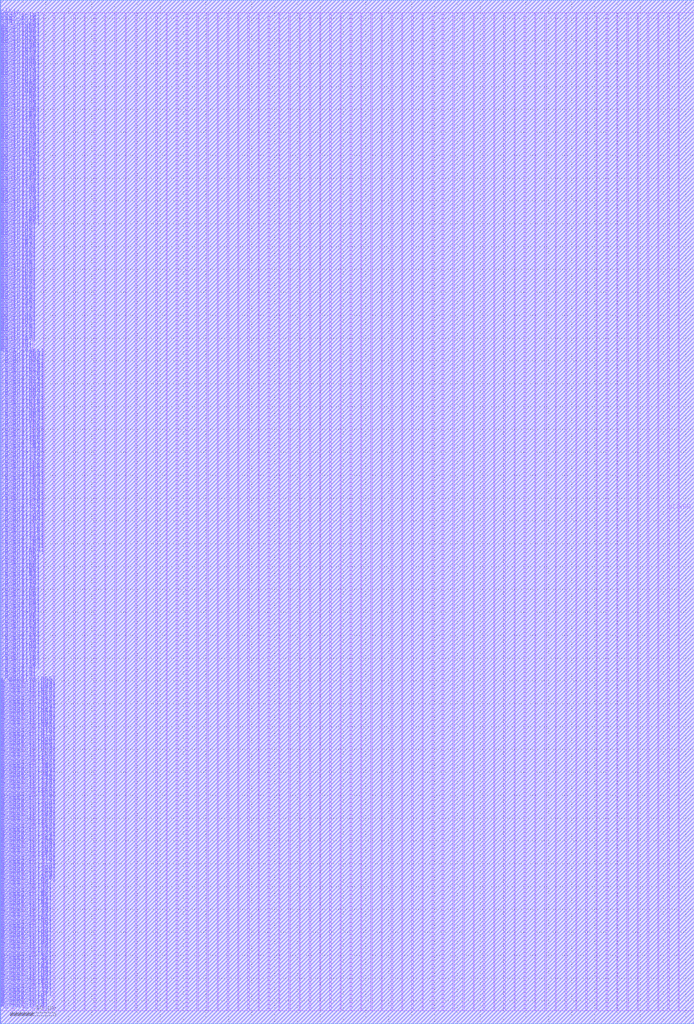
<source format=lef>
VERSION 5.7 ;
BUSBITCHARS "[]" ;
MACRO fakeram45_128x256_upper
  FOREIGN fakeram45_128x256_upper 0 0 ;
  SYMMETRY X Y R90 ;
  SIZE 151.810 BY 223.900 ;
  CLASS BLOCK ;
  PIN w_mask_in[0]
    DIRECTION INPUT ;
    USE SIGNAL ;
    SHAPE ABUTMENT ;
    PORT
      LAYER metal18 ;
      RECT 0.000 2.800 0.070 2.870 ;
    END
  END w_mask_in[0]
  PIN w_mask_in[1]
    DIRECTION INPUT ;
    USE SIGNAL ;
    SHAPE ABUTMENT ;
    PORT
      LAYER metal18 ;
      RECT 0.000 3.080 0.070 3.150 ;
    END
  END w_mask_in[1]
  PIN w_mask_in[2]
    DIRECTION INPUT ;
    USE SIGNAL ;
    SHAPE ABUTMENT ;
    PORT
      LAYER metal18 ;
      RECT 0.000 3.360 0.070 3.430 ;
    END
  END w_mask_in[2]
  PIN w_mask_in[3]
    DIRECTION INPUT ;
    USE SIGNAL ;
    SHAPE ABUTMENT ;
    PORT
      LAYER metal18 ;
      RECT 0.000 3.640 0.070 3.710 ;
    END
  END w_mask_in[3]
  PIN w_mask_in[4]
    DIRECTION INPUT ;
    USE SIGNAL ;
    SHAPE ABUTMENT ;
    PORT
      LAYER metal18 ;
      RECT 0.000 3.920 0.070 3.990 ;
    END
  END w_mask_in[4]
  PIN w_mask_in[5]
    DIRECTION INPUT ;
    USE SIGNAL ;
    SHAPE ABUTMENT ;
    PORT
      LAYER metal18 ;
      RECT 0.000 4.200 0.070 4.270 ;
    END
  END w_mask_in[5]
  PIN w_mask_in[6]
    DIRECTION INPUT ;
    USE SIGNAL ;
    SHAPE ABUTMENT ;
    PORT
      LAYER metal18 ;
      RECT 0.000 4.480 0.070 4.550 ;
    END
  END w_mask_in[6]
  PIN w_mask_in[7]
    DIRECTION INPUT ;
    USE SIGNAL ;
    SHAPE ABUTMENT ;
    PORT
      LAYER metal18 ;
      RECT 0.000 4.760 0.070 4.830 ;
    END
  END w_mask_in[7]
  PIN w_mask_in[8]
    DIRECTION INPUT ;
    USE SIGNAL ;
    SHAPE ABUTMENT ;
    PORT
      LAYER metal18 ;
      RECT 0.000 5.040 0.070 5.110 ;
    END
  END w_mask_in[8]
  PIN w_mask_in[9]
    DIRECTION INPUT ;
    USE SIGNAL ;
    SHAPE ABUTMENT ;
    PORT
      LAYER metal18 ;
      RECT 0.000 5.320 0.070 5.390 ;
    END
  END w_mask_in[9]
  PIN w_mask_in[10]
    DIRECTION INPUT ;
    USE SIGNAL ;
    SHAPE ABUTMENT ;
    PORT
      LAYER metal18 ;
      RECT 0.000 5.600 0.070 5.670 ;
    END
  END w_mask_in[10]
  PIN w_mask_in[11]
    DIRECTION INPUT ;
    USE SIGNAL ;
    SHAPE ABUTMENT ;
    PORT
      LAYER metal18 ;
      RECT 0.000 5.880 0.070 5.950 ;
    END
  END w_mask_in[11]
  PIN w_mask_in[12]
    DIRECTION INPUT ;
    USE SIGNAL ;
    SHAPE ABUTMENT ;
    PORT
      LAYER metal18 ;
      RECT 0.000 6.160 0.070 6.230 ;
    END
  END w_mask_in[12]
  PIN w_mask_in[13]
    DIRECTION INPUT ;
    USE SIGNAL ;
    SHAPE ABUTMENT ;
    PORT
      LAYER metal18 ;
      RECT 0.000 6.440 0.070 6.510 ;
    END
  END w_mask_in[13]
  PIN w_mask_in[14]
    DIRECTION INPUT ;
    USE SIGNAL ;
    SHAPE ABUTMENT ;
    PORT
      LAYER metal18 ;
      RECT 0.000 6.720 0.070 6.790 ;
    END
  END w_mask_in[14]
  PIN w_mask_in[15]
    DIRECTION INPUT ;
    USE SIGNAL ;
    SHAPE ABUTMENT ;
    PORT
      LAYER metal18 ;
      RECT 0.000 7.000 0.070 7.070 ;
    END
  END w_mask_in[15]
  PIN w_mask_in[16]
    DIRECTION INPUT ;
    USE SIGNAL ;
    SHAPE ABUTMENT ;
    PORT
      LAYER metal18 ;
      RECT 0.000 7.280 0.070 7.350 ;
    END
  END w_mask_in[16]
  PIN w_mask_in[17]
    DIRECTION INPUT ;
    USE SIGNAL ;
    SHAPE ABUTMENT ;
    PORT
      LAYER metal18 ;
      RECT 0.000 7.560 0.070 7.630 ;
    END
  END w_mask_in[17]
  PIN w_mask_in[18]
    DIRECTION INPUT ;
    USE SIGNAL ;
    SHAPE ABUTMENT ;
    PORT
      LAYER metal18 ;
      RECT 0.000 7.840 0.070 7.910 ;
    END
  END w_mask_in[18]
  PIN w_mask_in[19]
    DIRECTION INPUT ;
    USE SIGNAL ;
    SHAPE ABUTMENT ;
    PORT
      LAYER metal18 ;
      RECT 0.000 8.120 0.070 8.190 ;
    END
  END w_mask_in[19]
  PIN w_mask_in[20]
    DIRECTION INPUT ;
    USE SIGNAL ;
    SHAPE ABUTMENT ;
    PORT
      LAYER metal18 ;
      RECT 0.000 8.400 0.070 8.470 ;
    END
  END w_mask_in[20]
  PIN w_mask_in[21]
    DIRECTION INPUT ;
    USE SIGNAL ;
    SHAPE ABUTMENT ;
    PORT
      LAYER metal18 ;
      RECT 0.000 8.680 0.070 8.750 ;
    END
  END w_mask_in[21]
  PIN w_mask_in[22]
    DIRECTION INPUT ;
    USE SIGNAL ;
    SHAPE ABUTMENT ;
    PORT
      LAYER metal18 ;
      RECT 0.000 8.960 0.070 9.030 ;
    END
  END w_mask_in[22]
  PIN w_mask_in[23]
    DIRECTION INPUT ;
    USE SIGNAL ;
    SHAPE ABUTMENT ;
    PORT
      LAYER metal18 ;
      RECT 0.000 9.240 0.070 9.310 ;
    END
  END w_mask_in[23]
  PIN w_mask_in[24]
    DIRECTION INPUT ;
    USE SIGNAL ;
    SHAPE ABUTMENT ;
    PORT
      LAYER metal18 ;
      RECT 0.000 9.520 0.070 9.590 ;
    END
  END w_mask_in[24]
  PIN w_mask_in[25]
    DIRECTION INPUT ;
    USE SIGNAL ;
    SHAPE ABUTMENT ;
    PORT
      LAYER metal18 ;
      RECT 0.000 9.800 0.070 9.870 ;
    END
  END w_mask_in[25]
  PIN w_mask_in[26]
    DIRECTION INPUT ;
    USE SIGNAL ;
    SHAPE ABUTMENT ;
    PORT
      LAYER metal18 ;
      RECT 0.000 10.080 0.070 10.150 ;
    END
  END w_mask_in[26]
  PIN w_mask_in[27]
    DIRECTION INPUT ;
    USE SIGNAL ;
    SHAPE ABUTMENT ;
    PORT
      LAYER metal18 ;
      RECT 0.000 10.360 0.070 10.430 ;
    END
  END w_mask_in[27]
  PIN w_mask_in[28]
    DIRECTION INPUT ;
    USE SIGNAL ;
    SHAPE ABUTMENT ;
    PORT
      LAYER metal18 ;
      RECT 0.000 10.640 0.070 10.710 ;
    END
  END w_mask_in[28]
  PIN w_mask_in[29]
    DIRECTION INPUT ;
    USE SIGNAL ;
    SHAPE ABUTMENT ;
    PORT
      LAYER metal18 ;
      RECT 0.000 10.920 0.070 10.990 ;
    END
  END w_mask_in[29]
  PIN w_mask_in[30]
    DIRECTION INPUT ;
    USE SIGNAL ;
    SHAPE ABUTMENT ;
    PORT
      LAYER metal18 ;
      RECT 0.000 11.200 0.070 11.270 ;
    END
  END w_mask_in[30]
  PIN w_mask_in[31]
    DIRECTION INPUT ;
    USE SIGNAL ;
    SHAPE ABUTMENT ;
    PORT
      LAYER metal18 ;
      RECT 0.000 11.480 0.070 11.550 ;
    END
  END w_mask_in[31]
  PIN w_mask_in[32]
    DIRECTION INPUT ;
    USE SIGNAL ;
    SHAPE ABUTMENT ;
    PORT
      LAYER metal18 ;
      RECT 0.000 11.760 0.070 11.830 ;
    END
  END w_mask_in[32]
  PIN w_mask_in[33]
    DIRECTION INPUT ;
    USE SIGNAL ;
    SHAPE ABUTMENT ;
    PORT
      LAYER metal18 ;
      RECT 0.000 12.040 0.070 12.110 ;
    END
  END w_mask_in[33]
  PIN w_mask_in[34]
    DIRECTION INPUT ;
    USE SIGNAL ;
    SHAPE ABUTMENT ;
    PORT
      LAYER metal18 ;
      RECT 0.000 12.320 0.070 12.390 ;
    END
  END w_mask_in[34]
  PIN w_mask_in[35]
    DIRECTION INPUT ;
    USE SIGNAL ;
    SHAPE ABUTMENT ;
    PORT
      LAYER metal18 ;
      RECT 0.000 12.600 0.070 12.670 ;
    END
  END w_mask_in[35]
  PIN w_mask_in[36]
    DIRECTION INPUT ;
    USE SIGNAL ;
    SHAPE ABUTMENT ;
    PORT
      LAYER metal18 ;
      RECT 0.000 12.880 0.070 12.950 ;
    END
  END w_mask_in[36]
  PIN w_mask_in[37]
    DIRECTION INPUT ;
    USE SIGNAL ;
    SHAPE ABUTMENT ;
    PORT
      LAYER metal18 ;
      RECT 0.000 13.160 0.070 13.230 ;
    END
  END w_mask_in[37]
  PIN w_mask_in[38]
    DIRECTION INPUT ;
    USE SIGNAL ;
    SHAPE ABUTMENT ;
    PORT
      LAYER metal18 ;
      RECT 0.000 13.440 0.070 13.510 ;
    END
  END w_mask_in[38]
  PIN w_mask_in[39]
    DIRECTION INPUT ;
    USE SIGNAL ;
    SHAPE ABUTMENT ;
    PORT
      LAYER metal18 ;
      RECT 0.000 13.720 0.070 13.790 ;
    END
  END w_mask_in[39]
  PIN w_mask_in[40]
    DIRECTION INPUT ;
    USE SIGNAL ;
    SHAPE ABUTMENT ;
    PORT
      LAYER metal18 ;
      RECT 0.000 14.000 0.070 14.070 ;
    END
  END w_mask_in[40]
  PIN w_mask_in[41]
    DIRECTION INPUT ;
    USE SIGNAL ;
    SHAPE ABUTMENT ;
    PORT
      LAYER metal18 ;
      RECT 0.000 14.280 0.070 14.350 ;
    END
  END w_mask_in[41]
  PIN w_mask_in[42]
    DIRECTION INPUT ;
    USE SIGNAL ;
    SHAPE ABUTMENT ;
    PORT
      LAYER metal18 ;
      RECT 0.000 14.560 0.070 14.630 ;
    END
  END w_mask_in[42]
  PIN w_mask_in[43]
    DIRECTION INPUT ;
    USE SIGNAL ;
    SHAPE ABUTMENT ;
    PORT
      LAYER metal18 ;
      RECT 0.000 14.840 0.070 14.910 ;
    END
  END w_mask_in[43]
  PIN w_mask_in[44]
    DIRECTION INPUT ;
    USE SIGNAL ;
    SHAPE ABUTMENT ;
    PORT
      LAYER metal18 ;
      RECT 0.000 15.120 0.070 15.190 ;
    END
  END w_mask_in[44]
  PIN w_mask_in[45]
    DIRECTION INPUT ;
    USE SIGNAL ;
    SHAPE ABUTMENT ;
    PORT
      LAYER metal18 ;
      RECT 0.000 15.400 0.070 15.470 ;
    END
  END w_mask_in[45]
  PIN w_mask_in[46]
    DIRECTION INPUT ;
    USE SIGNAL ;
    SHAPE ABUTMENT ;
    PORT
      LAYER metal18 ;
      RECT 0.000 15.680 0.070 15.750 ;
    END
  END w_mask_in[46]
  PIN w_mask_in[47]
    DIRECTION INPUT ;
    USE SIGNAL ;
    SHAPE ABUTMENT ;
    PORT
      LAYER metal18 ;
      RECT 0.000 15.960 0.070 16.030 ;
    END
  END w_mask_in[47]
  PIN w_mask_in[48]
    DIRECTION INPUT ;
    USE SIGNAL ;
    SHAPE ABUTMENT ;
    PORT
      LAYER metal18 ;
      RECT 0.000 16.240 0.070 16.310 ;
    END
  END w_mask_in[48]
  PIN w_mask_in[49]
    DIRECTION INPUT ;
    USE SIGNAL ;
    SHAPE ABUTMENT ;
    PORT
      LAYER metal18 ;
      RECT 0.000 16.520 0.070 16.590 ;
    END
  END w_mask_in[49]
  PIN w_mask_in[50]
    DIRECTION INPUT ;
    USE SIGNAL ;
    SHAPE ABUTMENT ;
    PORT
      LAYER metal18 ;
      RECT 0.000 16.800 0.070 16.870 ;
    END
  END w_mask_in[50]
  PIN w_mask_in[51]
    DIRECTION INPUT ;
    USE SIGNAL ;
    SHAPE ABUTMENT ;
    PORT
      LAYER metal18 ;
      RECT 0.000 17.080 0.070 17.150 ;
    END
  END w_mask_in[51]
  PIN w_mask_in[52]
    DIRECTION INPUT ;
    USE SIGNAL ;
    SHAPE ABUTMENT ;
    PORT
      LAYER metal18 ;
      RECT 0.000 17.360 0.070 17.430 ;
    END
  END w_mask_in[52]
  PIN w_mask_in[53]
    DIRECTION INPUT ;
    USE SIGNAL ;
    SHAPE ABUTMENT ;
    PORT
      LAYER metal18 ;
      RECT 0.000 17.640 0.070 17.710 ;
    END
  END w_mask_in[53]
  PIN w_mask_in[54]
    DIRECTION INPUT ;
    USE SIGNAL ;
    SHAPE ABUTMENT ;
    PORT
      LAYER metal18 ;
      RECT 0.000 17.920 0.070 17.990 ;
    END
  END w_mask_in[54]
  PIN w_mask_in[55]
    DIRECTION INPUT ;
    USE SIGNAL ;
    SHAPE ABUTMENT ;
    PORT
      LAYER metal18 ;
      RECT 0.000 18.200 0.070 18.270 ;
    END
  END w_mask_in[55]
  PIN w_mask_in[56]
    DIRECTION INPUT ;
    USE SIGNAL ;
    SHAPE ABUTMENT ;
    PORT
      LAYER metal18 ;
      RECT 0.000 18.480 0.070 18.550 ;
    END
  END w_mask_in[56]
  PIN w_mask_in[57]
    DIRECTION INPUT ;
    USE SIGNAL ;
    SHAPE ABUTMENT ;
    PORT
      LAYER metal18 ;
      RECT 0.000 18.760 0.070 18.830 ;
    END
  END w_mask_in[57]
  PIN w_mask_in[58]
    DIRECTION INPUT ;
    USE SIGNAL ;
    SHAPE ABUTMENT ;
    PORT
      LAYER metal18 ;
      RECT 0.000 19.040 0.070 19.110 ;
    END
  END w_mask_in[58]
  PIN w_mask_in[59]
    DIRECTION INPUT ;
    USE SIGNAL ;
    SHAPE ABUTMENT ;
    PORT
      LAYER metal18 ;
      RECT 0.000 19.320 0.070 19.390 ;
    END
  END w_mask_in[59]
  PIN w_mask_in[60]
    DIRECTION INPUT ;
    USE SIGNAL ;
    SHAPE ABUTMENT ;
    PORT
      LAYER metal18 ;
      RECT 0.000 19.600 0.070 19.670 ;
    END
  END w_mask_in[60]
  PIN w_mask_in[61]
    DIRECTION INPUT ;
    USE SIGNAL ;
    SHAPE ABUTMENT ;
    PORT
      LAYER metal18 ;
      RECT 0.000 19.880 0.070 19.950 ;
    END
  END w_mask_in[61]
  PIN w_mask_in[62]
    DIRECTION INPUT ;
    USE SIGNAL ;
    SHAPE ABUTMENT ;
    PORT
      LAYER metal18 ;
      RECT 0.000 20.160 0.070 20.230 ;
    END
  END w_mask_in[62]
  PIN w_mask_in[63]
    DIRECTION INPUT ;
    USE SIGNAL ;
    SHAPE ABUTMENT ;
    PORT
      LAYER metal18 ;
      RECT 0.000 20.440 0.070 20.510 ;
    END
  END w_mask_in[63]
  PIN w_mask_in[64]
    DIRECTION INPUT ;
    USE SIGNAL ;
    SHAPE ABUTMENT ;
    PORT
      LAYER metal18 ;
      RECT 0.000 20.720 0.070 20.790 ;
    END
  END w_mask_in[64]
  PIN w_mask_in[65]
    DIRECTION INPUT ;
    USE SIGNAL ;
    SHAPE ABUTMENT ;
    PORT
      LAYER metal18 ;
      RECT 0.000 21.000 0.070 21.070 ;
    END
  END w_mask_in[65]
  PIN w_mask_in[66]
    DIRECTION INPUT ;
    USE SIGNAL ;
    SHAPE ABUTMENT ;
    PORT
      LAYER metal18 ;
      RECT 0.000 21.280 0.070 21.350 ;
    END
  END w_mask_in[66]
  PIN w_mask_in[67]
    DIRECTION INPUT ;
    USE SIGNAL ;
    SHAPE ABUTMENT ;
    PORT
      LAYER metal18 ;
      RECT 0.000 21.560 0.070 21.630 ;
    END
  END w_mask_in[67]
  PIN w_mask_in[68]
    DIRECTION INPUT ;
    USE SIGNAL ;
    SHAPE ABUTMENT ;
    PORT
      LAYER metal18 ;
      RECT 0.000 21.840 0.070 21.910 ;
    END
  END w_mask_in[68]
  PIN w_mask_in[69]
    DIRECTION INPUT ;
    USE SIGNAL ;
    SHAPE ABUTMENT ;
    PORT
      LAYER metal18 ;
      RECT 0.000 22.120 0.070 22.190 ;
    END
  END w_mask_in[69]
  PIN w_mask_in[70]
    DIRECTION INPUT ;
    USE SIGNAL ;
    SHAPE ABUTMENT ;
    PORT
      LAYER metal18 ;
      RECT 0.000 22.400 0.070 22.470 ;
    END
  END w_mask_in[70]
  PIN w_mask_in[71]
    DIRECTION INPUT ;
    USE SIGNAL ;
    SHAPE ABUTMENT ;
    PORT
      LAYER metal18 ;
      RECT 0.000 22.680 0.070 22.750 ;
    END
  END w_mask_in[71]
  PIN w_mask_in[72]
    DIRECTION INPUT ;
    USE SIGNAL ;
    SHAPE ABUTMENT ;
    PORT
      LAYER metal18 ;
      RECT 0.000 22.960 0.070 23.030 ;
    END
  END w_mask_in[72]
  PIN w_mask_in[73]
    DIRECTION INPUT ;
    USE SIGNAL ;
    SHAPE ABUTMENT ;
    PORT
      LAYER metal18 ;
      RECT 0.000 23.240 0.070 23.310 ;
    END
  END w_mask_in[73]
  PIN w_mask_in[74]
    DIRECTION INPUT ;
    USE SIGNAL ;
    SHAPE ABUTMENT ;
    PORT
      LAYER metal18 ;
      RECT 0.000 23.520 0.070 23.590 ;
    END
  END w_mask_in[74]
  PIN w_mask_in[75]
    DIRECTION INPUT ;
    USE SIGNAL ;
    SHAPE ABUTMENT ;
    PORT
      LAYER metal18 ;
      RECT 0.000 23.800 0.070 23.870 ;
    END
  END w_mask_in[75]
  PIN w_mask_in[76]
    DIRECTION INPUT ;
    USE SIGNAL ;
    SHAPE ABUTMENT ;
    PORT
      LAYER metal18 ;
      RECT 0.000 24.080 0.070 24.150 ;
    END
  END w_mask_in[76]
  PIN w_mask_in[77]
    DIRECTION INPUT ;
    USE SIGNAL ;
    SHAPE ABUTMENT ;
    PORT
      LAYER metal18 ;
      RECT 0.000 24.360 0.070 24.430 ;
    END
  END w_mask_in[77]
  PIN w_mask_in[78]
    DIRECTION INPUT ;
    USE SIGNAL ;
    SHAPE ABUTMENT ;
    PORT
      LAYER metal18 ;
      RECT 0.000 24.640 0.070 24.710 ;
    END
  END w_mask_in[78]
  PIN w_mask_in[79]
    DIRECTION INPUT ;
    USE SIGNAL ;
    SHAPE ABUTMENT ;
    PORT
      LAYER metal18 ;
      RECT 0.000 24.920 0.070 24.990 ;
    END
  END w_mask_in[79]
  PIN w_mask_in[80]
    DIRECTION INPUT ;
    USE SIGNAL ;
    SHAPE ABUTMENT ;
    PORT
      LAYER metal18 ;
      RECT 0.000 25.200 0.070 25.270 ;
    END
  END w_mask_in[80]
  PIN w_mask_in[81]
    DIRECTION INPUT ;
    USE SIGNAL ;
    SHAPE ABUTMENT ;
    PORT
      LAYER metal18 ;
      RECT 0.000 25.480 0.070 25.550 ;
    END
  END w_mask_in[81]
  PIN w_mask_in[82]
    DIRECTION INPUT ;
    USE SIGNAL ;
    SHAPE ABUTMENT ;
    PORT
      LAYER metal18 ;
      RECT 0.000 25.760 0.070 25.830 ;
    END
  END w_mask_in[82]
  PIN w_mask_in[83]
    DIRECTION INPUT ;
    USE SIGNAL ;
    SHAPE ABUTMENT ;
    PORT
      LAYER metal18 ;
      RECT 0.000 26.040 0.070 26.110 ;
    END
  END w_mask_in[83]
  PIN w_mask_in[84]
    DIRECTION INPUT ;
    USE SIGNAL ;
    SHAPE ABUTMENT ;
    PORT
      LAYER metal18 ;
      RECT 0.000 26.320 0.070 26.390 ;
    END
  END w_mask_in[84]
  PIN w_mask_in[85]
    DIRECTION INPUT ;
    USE SIGNAL ;
    SHAPE ABUTMENT ;
    PORT
      LAYER metal18 ;
      RECT 0.000 26.600 0.070 26.670 ;
    END
  END w_mask_in[85]
  PIN w_mask_in[86]
    DIRECTION INPUT ;
    USE SIGNAL ;
    SHAPE ABUTMENT ;
    PORT
      LAYER metal18 ;
      RECT 0.000 26.880 0.070 26.950 ;
    END
  END w_mask_in[86]
  PIN w_mask_in[87]
    DIRECTION INPUT ;
    USE SIGNAL ;
    SHAPE ABUTMENT ;
    PORT
      LAYER metal18 ;
      RECT 0.000 27.160 0.070 27.230 ;
    END
  END w_mask_in[87]
  PIN w_mask_in[88]
    DIRECTION INPUT ;
    USE SIGNAL ;
    SHAPE ABUTMENT ;
    PORT
      LAYER metal18 ;
      RECT 0.000 27.440 0.070 27.510 ;
    END
  END w_mask_in[88]
  PIN w_mask_in[89]
    DIRECTION INPUT ;
    USE SIGNAL ;
    SHAPE ABUTMENT ;
    PORT
      LAYER metal18 ;
      RECT 0.000 27.720 0.070 27.790 ;
    END
  END w_mask_in[89]
  PIN w_mask_in[90]
    DIRECTION INPUT ;
    USE SIGNAL ;
    SHAPE ABUTMENT ;
    PORT
      LAYER metal18 ;
      RECT 0.000 28.000 0.070 28.070 ;
    END
  END w_mask_in[90]
  PIN w_mask_in[91]
    DIRECTION INPUT ;
    USE SIGNAL ;
    SHAPE ABUTMENT ;
    PORT
      LAYER metal18 ;
      RECT 0.000 28.280 0.070 28.350 ;
    END
  END w_mask_in[91]
  PIN w_mask_in[92]
    DIRECTION INPUT ;
    USE SIGNAL ;
    SHAPE ABUTMENT ;
    PORT
      LAYER metal18 ;
      RECT 0.000 28.560 0.070 28.630 ;
    END
  END w_mask_in[92]
  PIN w_mask_in[93]
    DIRECTION INPUT ;
    USE SIGNAL ;
    SHAPE ABUTMENT ;
    PORT
      LAYER metal18 ;
      RECT 0.000 28.840 0.070 28.910 ;
    END
  END w_mask_in[93]
  PIN w_mask_in[94]
    DIRECTION INPUT ;
    USE SIGNAL ;
    SHAPE ABUTMENT ;
    PORT
      LAYER metal18 ;
      RECT 0.000 29.120 0.070 29.190 ;
    END
  END w_mask_in[94]
  PIN w_mask_in[95]
    DIRECTION INPUT ;
    USE SIGNAL ;
    SHAPE ABUTMENT ;
    PORT
      LAYER metal18 ;
      RECT 0.000 29.400 0.070 29.470 ;
    END
  END w_mask_in[95]
  PIN w_mask_in[96]
    DIRECTION INPUT ;
    USE SIGNAL ;
    SHAPE ABUTMENT ;
    PORT
      LAYER metal18 ;
      RECT 0.000 29.680 0.070 29.750 ;
    END
  END w_mask_in[96]
  PIN w_mask_in[97]
    DIRECTION INPUT ;
    USE SIGNAL ;
    SHAPE ABUTMENT ;
    PORT
      LAYER metal18 ;
      RECT 0.000 29.960 0.070 30.030 ;
    END
  END w_mask_in[97]
  PIN w_mask_in[98]
    DIRECTION INPUT ;
    USE SIGNAL ;
    SHAPE ABUTMENT ;
    PORT
      LAYER metal18 ;
      RECT 0.000 30.240 0.070 30.310 ;
    END
  END w_mask_in[98]
  PIN w_mask_in[99]
    DIRECTION INPUT ;
    USE SIGNAL ;
    SHAPE ABUTMENT ;
    PORT
      LAYER metal18 ;
      RECT 0.000 30.520 0.070 30.590 ;
    END
  END w_mask_in[99]
  PIN w_mask_in[100]
    DIRECTION INPUT ;
    USE SIGNAL ;
    SHAPE ABUTMENT ;
    PORT
      LAYER metal18 ;
      RECT 0.000 30.800 0.070 30.870 ;
    END
  END w_mask_in[100]
  PIN w_mask_in[101]
    DIRECTION INPUT ;
    USE SIGNAL ;
    SHAPE ABUTMENT ;
    PORT
      LAYER metal18 ;
      RECT 0.000 31.080 0.070 31.150 ;
    END
  END w_mask_in[101]
  PIN w_mask_in[102]
    DIRECTION INPUT ;
    USE SIGNAL ;
    SHAPE ABUTMENT ;
    PORT
      LAYER metal18 ;
      RECT 0.000 31.360 0.070 31.430 ;
    END
  END w_mask_in[102]
  PIN w_mask_in[103]
    DIRECTION INPUT ;
    USE SIGNAL ;
    SHAPE ABUTMENT ;
    PORT
      LAYER metal18 ;
      RECT 0.000 31.640 0.070 31.710 ;
    END
  END w_mask_in[103]
  PIN w_mask_in[104]
    DIRECTION INPUT ;
    USE SIGNAL ;
    SHAPE ABUTMENT ;
    PORT
      LAYER metal18 ;
      RECT 0.000 31.920 0.070 31.990 ;
    END
  END w_mask_in[104]
  PIN w_mask_in[105]
    DIRECTION INPUT ;
    USE SIGNAL ;
    SHAPE ABUTMENT ;
    PORT
      LAYER metal18 ;
      RECT 0.000 32.200 0.070 32.270 ;
    END
  END w_mask_in[105]
  PIN w_mask_in[106]
    DIRECTION INPUT ;
    USE SIGNAL ;
    SHAPE ABUTMENT ;
    PORT
      LAYER metal18 ;
      RECT 0.000 32.480 0.070 32.550 ;
    END
  END w_mask_in[106]
  PIN w_mask_in[107]
    DIRECTION INPUT ;
    USE SIGNAL ;
    SHAPE ABUTMENT ;
    PORT
      LAYER metal18 ;
      RECT 0.000 32.760 0.070 32.830 ;
    END
  END w_mask_in[107]
  PIN w_mask_in[108]
    DIRECTION INPUT ;
    USE SIGNAL ;
    SHAPE ABUTMENT ;
    PORT
      LAYER metal18 ;
      RECT 0.000 33.040 0.070 33.110 ;
    END
  END w_mask_in[108]
  PIN w_mask_in[109]
    DIRECTION INPUT ;
    USE SIGNAL ;
    SHAPE ABUTMENT ;
    PORT
      LAYER metal18 ;
      RECT 0.000 33.320 0.070 33.390 ;
    END
  END w_mask_in[109]
  PIN w_mask_in[110]
    DIRECTION INPUT ;
    USE SIGNAL ;
    SHAPE ABUTMENT ;
    PORT
      LAYER metal18 ;
      RECT 0.000 33.600 0.070 33.670 ;
    END
  END w_mask_in[110]
  PIN w_mask_in[111]
    DIRECTION INPUT ;
    USE SIGNAL ;
    SHAPE ABUTMENT ;
    PORT
      LAYER metal18 ;
      RECT 0.000 33.880 0.070 33.950 ;
    END
  END w_mask_in[111]
  PIN w_mask_in[112]
    DIRECTION INPUT ;
    USE SIGNAL ;
    SHAPE ABUTMENT ;
    PORT
      LAYER metal18 ;
      RECT 0.000 34.160 0.070 34.230 ;
    END
  END w_mask_in[112]
  PIN w_mask_in[113]
    DIRECTION INPUT ;
    USE SIGNAL ;
    SHAPE ABUTMENT ;
    PORT
      LAYER metal18 ;
      RECT 0.000 34.440 0.070 34.510 ;
    END
  END w_mask_in[113]
  PIN w_mask_in[114]
    DIRECTION INPUT ;
    USE SIGNAL ;
    SHAPE ABUTMENT ;
    PORT
      LAYER metal18 ;
      RECT 0.000 34.720 0.070 34.790 ;
    END
  END w_mask_in[114]
  PIN w_mask_in[115]
    DIRECTION INPUT ;
    USE SIGNAL ;
    SHAPE ABUTMENT ;
    PORT
      LAYER metal18 ;
      RECT 0.000 35.000 0.070 35.070 ;
    END
  END w_mask_in[115]
  PIN w_mask_in[116]
    DIRECTION INPUT ;
    USE SIGNAL ;
    SHAPE ABUTMENT ;
    PORT
      LAYER metal18 ;
      RECT 0.000 35.280 0.070 35.350 ;
    END
  END w_mask_in[116]
  PIN w_mask_in[117]
    DIRECTION INPUT ;
    USE SIGNAL ;
    SHAPE ABUTMENT ;
    PORT
      LAYER metal18 ;
      RECT 0.000 35.560 0.070 35.630 ;
    END
  END w_mask_in[117]
  PIN w_mask_in[118]
    DIRECTION INPUT ;
    USE SIGNAL ;
    SHAPE ABUTMENT ;
    PORT
      LAYER metal18 ;
      RECT 0.000 35.840 0.070 35.910 ;
    END
  END w_mask_in[118]
  PIN w_mask_in[119]
    DIRECTION INPUT ;
    USE SIGNAL ;
    SHAPE ABUTMENT ;
    PORT
      LAYER metal18 ;
      RECT 0.000 36.120 0.070 36.190 ;
    END
  END w_mask_in[119]
  PIN w_mask_in[120]
    DIRECTION INPUT ;
    USE SIGNAL ;
    SHAPE ABUTMENT ;
    PORT
      LAYER metal18 ;
      RECT 0.000 36.400 0.070 36.470 ;
    END
  END w_mask_in[120]
  PIN w_mask_in[121]
    DIRECTION INPUT ;
    USE SIGNAL ;
    SHAPE ABUTMENT ;
    PORT
      LAYER metal18 ;
      RECT 0.000 36.680 0.070 36.750 ;
    END
  END w_mask_in[121]
  PIN w_mask_in[122]
    DIRECTION INPUT ;
    USE SIGNAL ;
    SHAPE ABUTMENT ;
    PORT
      LAYER metal18 ;
      RECT 0.000 36.960 0.070 37.030 ;
    END
  END w_mask_in[122]
  PIN w_mask_in[123]
    DIRECTION INPUT ;
    USE SIGNAL ;
    SHAPE ABUTMENT ;
    PORT
      LAYER metal18 ;
      RECT 0.000 37.240 0.070 37.310 ;
    END
  END w_mask_in[123]
  PIN w_mask_in[124]
    DIRECTION INPUT ;
    USE SIGNAL ;
    SHAPE ABUTMENT ;
    PORT
      LAYER metal18 ;
      RECT 0.000 37.520 0.070 37.590 ;
    END
  END w_mask_in[124]
  PIN w_mask_in[125]
    DIRECTION INPUT ;
    USE SIGNAL ;
    SHAPE ABUTMENT ;
    PORT
      LAYER metal18 ;
      RECT 0.000 37.800 0.070 37.870 ;
    END
  END w_mask_in[125]
  PIN w_mask_in[126]
    DIRECTION INPUT ;
    USE SIGNAL ;
    SHAPE ABUTMENT ;
    PORT
      LAYER metal18 ;
      RECT 0.000 38.080 0.070 38.150 ;
    END
  END w_mask_in[126]
  PIN w_mask_in[127]
    DIRECTION INPUT ;
    USE SIGNAL ;
    SHAPE ABUTMENT ;
    PORT
      LAYER metal18 ;
      RECT 0.000 38.360 0.070 38.430 ;
    END
  END w_mask_in[127]
  PIN w_mask_in[128]
    DIRECTION INPUT ;
    USE SIGNAL ;
    SHAPE ABUTMENT ;
    PORT
      LAYER metal18 ;
      RECT 0.000 38.640 0.070 38.710 ;
    END
  END w_mask_in[128]
  PIN w_mask_in[129]
    DIRECTION INPUT ;
    USE SIGNAL ;
    SHAPE ABUTMENT ;
    PORT
      LAYER metal18 ;
      RECT 0.000 38.920 0.070 38.990 ;
    END
  END w_mask_in[129]
  PIN w_mask_in[130]
    DIRECTION INPUT ;
    USE SIGNAL ;
    SHAPE ABUTMENT ;
    PORT
      LAYER metal18 ;
      RECT 0.000 39.200 0.070 39.270 ;
    END
  END w_mask_in[130]
  PIN w_mask_in[131]
    DIRECTION INPUT ;
    USE SIGNAL ;
    SHAPE ABUTMENT ;
    PORT
      LAYER metal18 ;
      RECT 0.000 39.480 0.070 39.550 ;
    END
  END w_mask_in[131]
  PIN w_mask_in[132]
    DIRECTION INPUT ;
    USE SIGNAL ;
    SHAPE ABUTMENT ;
    PORT
      LAYER metal18 ;
      RECT 0.000 39.760 0.070 39.830 ;
    END
  END w_mask_in[132]
  PIN w_mask_in[133]
    DIRECTION INPUT ;
    USE SIGNAL ;
    SHAPE ABUTMENT ;
    PORT
      LAYER metal18 ;
      RECT 0.000 40.040 0.070 40.110 ;
    END
  END w_mask_in[133]
  PIN w_mask_in[134]
    DIRECTION INPUT ;
    USE SIGNAL ;
    SHAPE ABUTMENT ;
    PORT
      LAYER metal18 ;
      RECT 0.000 40.320 0.070 40.390 ;
    END
  END w_mask_in[134]
  PIN w_mask_in[135]
    DIRECTION INPUT ;
    USE SIGNAL ;
    SHAPE ABUTMENT ;
    PORT
      LAYER metal18 ;
      RECT 0.000 40.600 0.070 40.670 ;
    END
  END w_mask_in[135]
  PIN w_mask_in[136]
    DIRECTION INPUT ;
    USE SIGNAL ;
    SHAPE ABUTMENT ;
    PORT
      LAYER metal18 ;
      RECT 0.000 40.880 0.070 40.950 ;
    END
  END w_mask_in[136]
  PIN w_mask_in[137]
    DIRECTION INPUT ;
    USE SIGNAL ;
    SHAPE ABUTMENT ;
    PORT
      LAYER metal18 ;
      RECT 0.000 41.160 0.070 41.230 ;
    END
  END w_mask_in[137]
  PIN w_mask_in[138]
    DIRECTION INPUT ;
    USE SIGNAL ;
    SHAPE ABUTMENT ;
    PORT
      LAYER metal18 ;
      RECT 0.000 41.440 0.070 41.510 ;
    END
  END w_mask_in[138]
  PIN w_mask_in[139]
    DIRECTION INPUT ;
    USE SIGNAL ;
    SHAPE ABUTMENT ;
    PORT
      LAYER metal18 ;
      RECT 0.000 41.720 0.070 41.790 ;
    END
  END w_mask_in[139]
  PIN w_mask_in[140]
    DIRECTION INPUT ;
    USE SIGNAL ;
    SHAPE ABUTMENT ;
    PORT
      LAYER metal18 ;
      RECT 0.000 42.000 0.070 42.070 ;
    END
  END w_mask_in[140]
  PIN w_mask_in[141]
    DIRECTION INPUT ;
    USE SIGNAL ;
    SHAPE ABUTMENT ;
    PORT
      LAYER metal18 ;
      RECT 0.000 42.280 0.070 42.350 ;
    END
  END w_mask_in[141]
  PIN w_mask_in[142]
    DIRECTION INPUT ;
    USE SIGNAL ;
    SHAPE ABUTMENT ;
    PORT
      LAYER metal18 ;
      RECT 0.000 42.560 0.070 42.630 ;
    END
  END w_mask_in[142]
  PIN w_mask_in[143]
    DIRECTION INPUT ;
    USE SIGNAL ;
    SHAPE ABUTMENT ;
    PORT
      LAYER metal18 ;
      RECT 0.000 42.840 0.070 42.910 ;
    END
  END w_mask_in[143]
  PIN w_mask_in[144]
    DIRECTION INPUT ;
    USE SIGNAL ;
    SHAPE ABUTMENT ;
    PORT
      LAYER metal18 ;
      RECT 0.000 43.120 0.070 43.190 ;
    END
  END w_mask_in[144]
  PIN w_mask_in[145]
    DIRECTION INPUT ;
    USE SIGNAL ;
    SHAPE ABUTMENT ;
    PORT
      LAYER metal18 ;
      RECT 0.000 43.400 0.070 43.470 ;
    END
  END w_mask_in[145]
  PIN w_mask_in[146]
    DIRECTION INPUT ;
    USE SIGNAL ;
    SHAPE ABUTMENT ;
    PORT
      LAYER metal18 ;
      RECT 0.000 43.680 0.070 43.750 ;
    END
  END w_mask_in[146]
  PIN w_mask_in[147]
    DIRECTION INPUT ;
    USE SIGNAL ;
    SHAPE ABUTMENT ;
    PORT
      LAYER metal18 ;
      RECT 0.000 43.960 0.070 44.030 ;
    END
  END w_mask_in[147]
  PIN w_mask_in[148]
    DIRECTION INPUT ;
    USE SIGNAL ;
    SHAPE ABUTMENT ;
    PORT
      LAYER metal18 ;
      RECT 0.000 44.240 0.070 44.310 ;
    END
  END w_mask_in[148]
  PIN w_mask_in[149]
    DIRECTION INPUT ;
    USE SIGNAL ;
    SHAPE ABUTMENT ;
    PORT
      LAYER metal18 ;
      RECT 0.000 44.520 0.070 44.590 ;
    END
  END w_mask_in[149]
  PIN w_mask_in[150]
    DIRECTION INPUT ;
    USE SIGNAL ;
    SHAPE ABUTMENT ;
    PORT
      LAYER metal18 ;
      RECT 0.000 44.800 0.070 44.870 ;
    END
  END w_mask_in[150]
  PIN w_mask_in[151]
    DIRECTION INPUT ;
    USE SIGNAL ;
    SHAPE ABUTMENT ;
    PORT
      LAYER metal18 ;
      RECT 0.000 45.080 0.070 45.150 ;
    END
  END w_mask_in[151]
  PIN w_mask_in[152]
    DIRECTION INPUT ;
    USE SIGNAL ;
    SHAPE ABUTMENT ;
    PORT
      LAYER metal18 ;
      RECT 0.000 45.360 0.070 45.430 ;
    END
  END w_mask_in[152]
  PIN w_mask_in[153]
    DIRECTION INPUT ;
    USE SIGNAL ;
    SHAPE ABUTMENT ;
    PORT
      LAYER metal18 ;
      RECT 0.000 45.640 0.070 45.710 ;
    END
  END w_mask_in[153]
  PIN w_mask_in[154]
    DIRECTION INPUT ;
    USE SIGNAL ;
    SHAPE ABUTMENT ;
    PORT
      LAYER metal18 ;
      RECT 0.000 45.920 0.070 45.990 ;
    END
  END w_mask_in[154]
  PIN w_mask_in[155]
    DIRECTION INPUT ;
    USE SIGNAL ;
    SHAPE ABUTMENT ;
    PORT
      LAYER metal18 ;
      RECT 0.000 46.200 0.070 46.270 ;
    END
  END w_mask_in[155]
  PIN w_mask_in[156]
    DIRECTION INPUT ;
    USE SIGNAL ;
    SHAPE ABUTMENT ;
    PORT
      LAYER metal18 ;
      RECT 0.000 46.480 0.070 46.550 ;
    END
  END w_mask_in[156]
  PIN w_mask_in[157]
    DIRECTION INPUT ;
    USE SIGNAL ;
    SHAPE ABUTMENT ;
    PORT
      LAYER metal18 ;
      RECT 0.000 46.760 0.070 46.830 ;
    END
  END w_mask_in[157]
  PIN w_mask_in[158]
    DIRECTION INPUT ;
    USE SIGNAL ;
    SHAPE ABUTMENT ;
    PORT
      LAYER metal18 ;
      RECT 0.000 47.040 0.070 47.110 ;
    END
  END w_mask_in[158]
  PIN w_mask_in[159]
    DIRECTION INPUT ;
    USE SIGNAL ;
    SHAPE ABUTMENT ;
    PORT
      LAYER metal18 ;
      RECT 0.000 47.320 0.070 47.390 ;
    END
  END w_mask_in[159]
  PIN w_mask_in[160]
    DIRECTION INPUT ;
    USE SIGNAL ;
    SHAPE ABUTMENT ;
    PORT
      LAYER metal18 ;
      RECT 0.000 47.600 0.070 47.670 ;
    END
  END w_mask_in[160]
  PIN w_mask_in[161]
    DIRECTION INPUT ;
    USE SIGNAL ;
    SHAPE ABUTMENT ;
    PORT
      LAYER metal18 ;
      RECT 0.000 47.880 0.070 47.950 ;
    END
  END w_mask_in[161]
  PIN w_mask_in[162]
    DIRECTION INPUT ;
    USE SIGNAL ;
    SHAPE ABUTMENT ;
    PORT
      LAYER metal18 ;
      RECT 0.000 48.160 0.070 48.230 ;
    END
  END w_mask_in[162]
  PIN w_mask_in[163]
    DIRECTION INPUT ;
    USE SIGNAL ;
    SHAPE ABUTMENT ;
    PORT
      LAYER metal18 ;
      RECT 0.000 48.440 0.070 48.510 ;
    END
  END w_mask_in[163]
  PIN w_mask_in[164]
    DIRECTION INPUT ;
    USE SIGNAL ;
    SHAPE ABUTMENT ;
    PORT
      LAYER metal18 ;
      RECT 0.000 48.720 0.070 48.790 ;
    END
  END w_mask_in[164]
  PIN w_mask_in[165]
    DIRECTION INPUT ;
    USE SIGNAL ;
    SHAPE ABUTMENT ;
    PORT
      LAYER metal18 ;
      RECT 0.000 49.000 0.070 49.070 ;
    END
  END w_mask_in[165]
  PIN w_mask_in[166]
    DIRECTION INPUT ;
    USE SIGNAL ;
    SHAPE ABUTMENT ;
    PORT
      LAYER metal18 ;
      RECT 0.000 49.280 0.070 49.350 ;
    END
  END w_mask_in[166]
  PIN w_mask_in[167]
    DIRECTION INPUT ;
    USE SIGNAL ;
    SHAPE ABUTMENT ;
    PORT
      LAYER metal18 ;
      RECT 0.000 49.560 0.070 49.630 ;
    END
  END w_mask_in[167]
  PIN w_mask_in[168]
    DIRECTION INPUT ;
    USE SIGNAL ;
    SHAPE ABUTMENT ;
    PORT
      LAYER metal18 ;
      RECT 0.000 49.840 0.070 49.910 ;
    END
  END w_mask_in[168]
  PIN w_mask_in[169]
    DIRECTION INPUT ;
    USE SIGNAL ;
    SHAPE ABUTMENT ;
    PORT
      LAYER metal18 ;
      RECT 0.000 50.120 0.070 50.190 ;
    END
  END w_mask_in[169]
  PIN w_mask_in[170]
    DIRECTION INPUT ;
    USE SIGNAL ;
    SHAPE ABUTMENT ;
    PORT
      LAYER metal18 ;
      RECT 0.000 50.400 0.070 50.470 ;
    END
  END w_mask_in[170]
  PIN w_mask_in[171]
    DIRECTION INPUT ;
    USE SIGNAL ;
    SHAPE ABUTMENT ;
    PORT
      LAYER metal18 ;
      RECT 0.000 50.680 0.070 50.750 ;
    END
  END w_mask_in[171]
  PIN w_mask_in[172]
    DIRECTION INPUT ;
    USE SIGNAL ;
    SHAPE ABUTMENT ;
    PORT
      LAYER metal18 ;
      RECT 0.000 50.960 0.070 51.030 ;
    END
  END w_mask_in[172]
  PIN w_mask_in[173]
    DIRECTION INPUT ;
    USE SIGNAL ;
    SHAPE ABUTMENT ;
    PORT
      LAYER metal18 ;
      RECT 0.000 51.240 0.070 51.310 ;
    END
  END w_mask_in[173]
  PIN w_mask_in[174]
    DIRECTION INPUT ;
    USE SIGNAL ;
    SHAPE ABUTMENT ;
    PORT
      LAYER metal18 ;
      RECT 0.000 51.520 0.070 51.590 ;
    END
  END w_mask_in[174]
  PIN w_mask_in[175]
    DIRECTION INPUT ;
    USE SIGNAL ;
    SHAPE ABUTMENT ;
    PORT
      LAYER metal18 ;
      RECT 0.000 51.800 0.070 51.870 ;
    END
  END w_mask_in[175]
  PIN w_mask_in[176]
    DIRECTION INPUT ;
    USE SIGNAL ;
    SHAPE ABUTMENT ;
    PORT
      LAYER metal18 ;
      RECT 0.000 52.080 0.070 52.150 ;
    END
  END w_mask_in[176]
  PIN w_mask_in[177]
    DIRECTION INPUT ;
    USE SIGNAL ;
    SHAPE ABUTMENT ;
    PORT
      LAYER metal18 ;
      RECT 0.000 52.360 0.070 52.430 ;
    END
  END w_mask_in[177]
  PIN w_mask_in[178]
    DIRECTION INPUT ;
    USE SIGNAL ;
    SHAPE ABUTMENT ;
    PORT
      LAYER metal18 ;
      RECT 0.000 52.640 0.070 52.710 ;
    END
  END w_mask_in[178]
  PIN w_mask_in[179]
    DIRECTION INPUT ;
    USE SIGNAL ;
    SHAPE ABUTMENT ;
    PORT
      LAYER metal18 ;
      RECT 0.000 52.920 0.070 52.990 ;
    END
  END w_mask_in[179]
  PIN w_mask_in[180]
    DIRECTION INPUT ;
    USE SIGNAL ;
    SHAPE ABUTMENT ;
    PORT
      LAYER metal18 ;
      RECT 0.000 53.200 0.070 53.270 ;
    END
  END w_mask_in[180]
  PIN w_mask_in[181]
    DIRECTION INPUT ;
    USE SIGNAL ;
    SHAPE ABUTMENT ;
    PORT
      LAYER metal18 ;
      RECT 0.000 53.480 0.070 53.550 ;
    END
  END w_mask_in[181]
  PIN w_mask_in[182]
    DIRECTION INPUT ;
    USE SIGNAL ;
    SHAPE ABUTMENT ;
    PORT
      LAYER metal18 ;
      RECT 0.000 53.760 0.070 53.830 ;
    END
  END w_mask_in[182]
  PIN w_mask_in[183]
    DIRECTION INPUT ;
    USE SIGNAL ;
    SHAPE ABUTMENT ;
    PORT
      LAYER metal18 ;
      RECT 0.000 54.040 0.070 54.110 ;
    END
  END w_mask_in[183]
  PIN w_mask_in[184]
    DIRECTION INPUT ;
    USE SIGNAL ;
    SHAPE ABUTMENT ;
    PORT
      LAYER metal18 ;
      RECT 0.000 54.320 0.070 54.390 ;
    END
  END w_mask_in[184]
  PIN w_mask_in[185]
    DIRECTION INPUT ;
    USE SIGNAL ;
    SHAPE ABUTMENT ;
    PORT
      LAYER metal18 ;
      RECT 0.000 54.600 0.070 54.670 ;
    END
  END w_mask_in[185]
  PIN w_mask_in[186]
    DIRECTION INPUT ;
    USE SIGNAL ;
    SHAPE ABUTMENT ;
    PORT
      LAYER metal18 ;
      RECT 0.000 54.880 0.070 54.950 ;
    END
  END w_mask_in[186]
  PIN w_mask_in[187]
    DIRECTION INPUT ;
    USE SIGNAL ;
    SHAPE ABUTMENT ;
    PORT
      LAYER metal18 ;
      RECT 0.000 55.160 0.070 55.230 ;
    END
  END w_mask_in[187]
  PIN w_mask_in[188]
    DIRECTION INPUT ;
    USE SIGNAL ;
    SHAPE ABUTMENT ;
    PORT
      LAYER metal18 ;
      RECT 0.000 55.440 0.070 55.510 ;
    END
  END w_mask_in[188]
  PIN w_mask_in[189]
    DIRECTION INPUT ;
    USE SIGNAL ;
    SHAPE ABUTMENT ;
    PORT
      LAYER metal18 ;
      RECT 0.000 55.720 0.070 55.790 ;
    END
  END w_mask_in[189]
  PIN w_mask_in[190]
    DIRECTION INPUT ;
    USE SIGNAL ;
    SHAPE ABUTMENT ;
    PORT
      LAYER metal18 ;
      RECT 0.000 56.000 0.070 56.070 ;
    END
  END w_mask_in[190]
  PIN w_mask_in[191]
    DIRECTION INPUT ;
    USE SIGNAL ;
    SHAPE ABUTMENT ;
    PORT
      LAYER metal18 ;
      RECT 0.000 56.280 0.070 56.350 ;
    END
  END w_mask_in[191]
  PIN w_mask_in[192]
    DIRECTION INPUT ;
    USE SIGNAL ;
    SHAPE ABUTMENT ;
    PORT
      LAYER metal18 ;
      RECT 0.000 56.560 0.070 56.630 ;
    END
  END w_mask_in[192]
  PIN w_mask_in[193]
    DIRECTION INPUT ;
    USE SIGNAL ;
    SHAPE ABUTMENT ;
    PORT
      LAYER metal18 ;
      RECT 0.000 56.840 0.070 56.910 ;
    END
  END w_mask_in[193]
  PIN w_mask_in[194]
    DIRECTION INPUT ;
    USE SIGNAL ;
    SHAPE ABUTMENT ;
    PORT
      LAYER metal18 ;
      RECT 0.000 57.120 0.070 57.190 ;
    END
  END w_mask_in[194]
  PIN w_mask_in[195]
    DIRECTION INPUT ;
    USE SIGNAL ;
    SHAPE ABUTMENT ;
    PORT
      LAYER metal18 ;
      RECT 0.000 57.400 0.070 57.470 ;
    END
  END w_mask_in[195]
  PIN w_mask_in[196]
    DIRECTION INPUT ;
    USE SIGNAL ;
    SHAPE ABUTMENT ;
    PORT
      LAYER metal18 ;
      RECT 0.000 57.680 0.070 57.750 ;
    END
  END w_mask_in[196]
  PIN w_mask_in[197]
    DIRECTION INPUT ;
    USE SIGNAL ;
    SHAPE ABUTMENT ;
    PORT
      LAYER metal18 ;
      RECT 0.000 57.960 0.070 58.030 ;
    END
  END w_mask_in[197]
  PIN w_mask_in[198]
    DIRECTION INPUT ;
    USE SIGNAL ;
    SHAPE ABUTMENT ;
    PORT
      LAYER metal18 ;
      RECT 0.000 58.240 0.070 58.310 ;
    END
  END w_mask_in[198]
  PIN w_mask_in[199]
    DIRECTION INPUT ;
    USE SIGNAL ;
    SHAPE ABUTMENT ;
    PORT
      LAYER metal18 ;
      RECT 0.000 58.520 0.070 58.590 ;
    END
  END w_mask_in[199]
  PIN w_mask_in[200]
    DIRECTION INPUT ;
    USE SIGNAL ;
    SHAPE ABUTMENT ;
    PORT
      LAYER metal18 ;
      RECT 0.000 58.800 0.070 58.870 ;
    END
  END w_mask_in[200]
  PIN w_mask_in[201]
    DIRECTION INPUT ;
    USE SIGNAL ;
    SHAPE ABUTMENT ;
    PORT
      LAYER metal18 ;
      RECT 0.000 59.080 0.070 59.150 ;
    END
  END w_mask_in[201]
  PIN w_mask_in[202]
    DIRECTION INPUT ;
    USE SIGNAL ;
    SHAPE ABUTMENT ;
    PORT
      LAYER metal18 ;
      RECT 0.000 59.360 0.070 59.430 ;
    END
  END w_mask_in[202]
  PIN w_mask_in[203]
    DIRECTION INPUT ;
    USE SIGNAL ;
    SHAPE ABUTMENT ;
    PORT
      LAYER metal18 ;
      RECT 0.000 59.640 0.070 59.710 ;
    END
  END w_mask_in[203]
  PIN w_mask_in[204]
    DIRECTION INPUT ;
    USE SIGNAL ;
    SHAPE ABUTMENT ;
    PORT
      LAYER metal18 ;
      RECT 0.000 59.920 0.070 59.990 ;
    END
  END w_mask_in[204]
  PIN w_mask_in[205]
    DIRECTION INPUT ;
    USE SIGNAL ;
    SHAPE ABUTMENT ;
    PORT
      LAYER metal18 ;
      RECT 0.000 60.200 0.070 60.270 ;
    END
  END w_mask_in[205]
  PIN w_mask_in[206]
    DIRECTION INPUT ;
    USE SIGNAL ;
    SHAPE ABUTMENT ;
    PORT
      LAYER metal18 ;
      RECT 0.000 60.480 0.070 60.550 ;
    END
  END w_mask_in[206]
  PIN w_mask_in[207]
    DIRECTION INPUT ;
    USE SIGNAL ;
    SHAPE ABUTMENT ;
    PORT
      LAYER metal18 ;
      RECT 0.000 60.760 0.070 60.830 ;
    END
  END w_mask_in[207]
  PIN w_mask_in[208]
    DIRECTION INPUT ;
    USE SIGNAL ;
    SHAPE ABUTMENT ;
    PORT
      LAYER metal18 ;
      RECT 0.000 61.040 0.070 61.110 ;
    END
  END w_mask_in[208]
  PIN w_mask_in[209]
    DIRECTION INPUT ;
    USE SIGNAL ;
    SHAPE ABUTMENT ;
    PORT
      LAYER metal18 ;
      RECT 0.000 61.320 0.070 61.390 ;
    END
  END w_mask_in[209]
  PIN w_mask_in[210]
    DIRECTION INPUT ;
    USE SIGNAL ;
    SHAPE ABUTMENT ;
    PORT
      LAYER metal18 ;
      RECT 0.000 61.600 0.070 61.670 ;
    END
  END w_mask_in[210]
  PIN w_mask_in[211]
    DIRECTION INPUT ;
    USE SIGNAL ;
    SHAPE ABUTMENT ;
    PORT
      LAYER metal18 ;
      RECT 0.000 61.880 0.070 61.950 ;
    END
  END w_mask_in[211]
  PIN w_mask_in[212]
    DIRECTION INPUT ;
    USE SIGNAL ;
    SHAPE ABUTMENT ;
    PORT
      LAYER metal18 ;
      RECT 0.000 62.160 0.070 62.230 ;
    END
  END w_mask_in[212]
  PIN w_mask_in[213]
    DIRECTION INPUT ;
    USE SIGNAL ;
    SHAPE ABUTMENT ;
    PORT
      LAYER metal18 ;
      RECT 0.000 62.440 0.070 62.510 ;
    END
  END w_mask_in[213]
  PIN w_mask_in[214]
    DIRECTION INPUT ;
    USE SIGNAL ;
    SHAPE ABUTMENT ;
    PORT
      LAYER metal18 ;
      RECT 0.000 62.720 0.070 62.790 ;
    END
  END w_mask_in[214]
  PIN w_mask_in[215]
    DIRECTION INPUT ;
    USE SIGNAL ;
    SHAPE ABUTMENT ;
    PORT
      LAYER metal18 ;
      RECT 0.000 63.000 0.070 63.070 ;
    END
  END w_mask_in[215]
  PIN w_mask_in[216]
    DIRECTION INPUT ;
    USE SIGNAL ;
    SHAPE ABUTMENT ;
    PORT
      LAYER metal18 ;
      RECT 0.000 63.280 0.070 63.350 ;
    END
  END w_mask_in[216]
  PIN w_mask_in[217]
    DIRECTION INPUT ;
    USE SIGNAL ;
    SHAPE ABUTMENT ;
    PORT
      LAYER metal18 ;
      RECT 0.000 63.560 0.070 63.630 ;
    END
  END w_mask_in[217]
  PIN w_mask_in[218]
    DIRECTION INPUT ;
    USE SIGNAL ;
    SHAPE ABUTMENT ;
    PORT
      LAYER metal18 ;
      RECT 0.000 63.840 0.070 63.910 ;
    END
  END w_mask_in[218]
  PIN w_mask_in[219]
    DIRECTION INPUT ;
    USE SIGNAL ;
    SHAPE ABUTMENT ;
    PORT
      LAYER metal18 ;
      RECT 0.000 64.120 0.070 64.190 ;
    END
  END w_mask_in[219]
  PIN w_mask_in[220]
    DIRECTION INPUT ;
    USE SIGNAL ;
    SHAPE ABUTMENT ;
    PORT
      LAYER metal18 ;
      RECT 0.000 64.400 0.070 64.470 ;
    END
  END w_mask_in[220]
  PIN w_mask_in[221]
    DIRECTION INPUT ;
    USE SIGNAL ;
    SHAPE ABUTMENT ;
    PORT
      LAYER metal18 ;
      RECT 0.000 64.680 0.070 64.750 ;
    END
  END w_mask_in[221]
  PIN w_mask_in[222]
    DIRECTION INPUT ;
    USE SIGNAL ;
    SHAPE ABUTMENT ;
    PORT
      LAYER metal18 ;
      RECT 0.000 64.960 0.070 65.030 ;
    END
  END w_mask_in[222]
  PIN w_mask_in[223]
    DIRECTION INPUT ;
    USE SIGNAL ;
    SHAPE ABUTMENT ;
    PORT
      LAYER metal18 ;
      RECT 0.000 65.240 0.070 65.310 ;
    END
  END w_mask_in[223]
  PIN w_mask_in[224]
    DIRECTION INPUT ;
    USE SIGNAL ;
    SHAPE ABUTMENT ;
    PORT
      LAYER metal18 ;
      RECT 0.000 65.520 0.070 65.590 ;
    END
  END w_mask_in[224]
  PIN w_mask_in[225]
    DIRECTION INPUT ;
    USE SIGNAL ;
    SHAPE ABUTMENT ;
    PORT
      LAYER metal18 ;
      RECT 0.000 65.800 0.070 65.870 ;
    END
  END w_mask_in[225]
  PIN w_mask_in[226]
    DIRECTION INPUT ;
    USE SIGNAL ;
    SHAPE ABUTMENT ;
    PORT
      LAYER metal18 ;
      RECT 0.000 66.080 0.070 66.150 ;
    END
  END w_mask_in[226]
  PIN w_mask_in[227]
    DIRECTION INPUT ;
    USE SIGNAL ;
    SHAPE ABUTMENT ;
    PORT
      LAYER metal18 ;
      RECT 0.000 66.360 0.070 66.430 ;
    END
  END w_mask_in[227]
  PIN w_mask_in[228]
    DIRECTION INPUT ;
    USE SIGNAL ;
    SHAPE ABUTMENT ;
    PORT
      LAYER metal18 ;
      RECT 0.000 66.640 0.070 66.710 ;
    END
  END w_mask_in[228]
  PIN w_mask_in[229]
    DIRECTION INPUT ;
    USE SIGNAL ;
    SHAPE ABUTMENT ;
    PORT
      LAYER metal18 ;
      RECT 0.000 66.920 0.070 66.990 ;
    END
  END w_mask_in[229]
  PIN w_mask_in[230]
    DIRECTION INPUT ;
    USE SIGNAL ;
    SHAPE ABUTMENT ;
    PORT
      LAYER metal18 ;
      RECT 0.000 67.200 0.070 67.270 ;
    END
  END w_mask_in[230]
  PIN w_mask_in[231]
    DIRECTION INPUT ;
    USE SIGNAL ;
    SHAPE ABUTMENT ;
    PORT
      LAYER metal18 ;
      RECT 0.000 67.480 0.070 67.550 ;
    END
  END w_mask_in[231]
  PIN w_mask_in[232]
    DIRECTION INPUT ;
    USE SIGNAL ;
    SHAPE ABUTMENT ;
    PORT
      LAYER metal18 ;
      RECT 0.000 67.760 0.070 67.830 ;
    END
  END w_mask_in[232]
  PIN w_mask_in[233]
    DIRECTION INPUT ;
    USE SIGNAL ;
    SHAPE ABUTMENT ;
    PORT
      LAYER metal18 ;
      RECT 0.000 68.040 0.070 68.110 ;
    END
  END w_mask_in[233]
  PIN w_mask_in[234]
    DIRECTION INPUT ;
    USE SIGNAL ;
    SHAPE ABUTMENT ;
    PORT
      LAYER metal18 ;
      RECT 0.000 68.320 0.070 68.390 ;
    END
  END w_mask_in[234]
  PIN w_mask_in[235]
    DIRECTION INPUT ;
    USE SIGNAL ;
    SHAPE ABUTMENT ;
    PORT
      LAYER metal18 ;
      RECT 0.000 68.600 0.070 68.670 ;
    END
  END w_mask_in[235]
  PIN w_mask_in[236]
    DIRECTION INPUT ;
    USE SIGNAL ;
    SHAPE ABUTMENT ;
    PORT
      LAYER metal18 ;
      RECT 0.000 68.880 0.070 68.950 ;
    END
  END w_mask_in[236]
  PIN w_mask_in[237]
    DIRECTION INPUT ;
    USE SIGNAL ;
    SHAPE ABUTMENT ;
    PORT
      LAYER metal18 ;
      RECT 0.000 69.160 0.070 69.230 ;
    END
  END w_mask_in[237]
  PIN w_mask_in[238]
    DIRECTION INPUT ;
    USE SIGNAL ;
    SHAPE ABUTMENT ;
    PORT
      LAYER metal18 ;
      RECT 0.000 69.440 0.070 69.510 ;
    END
  END w_mask_in[238]
  PIN w_mask_in[239]
    DIRECTION INPUT ;
    USE SIGNAL ;
    SHAPE ABUTMENT ;
    PORT
      LAYER metal18 ;
      RECT 0.000 69.720 0.070 69.790 ;
    END
  END w_mask_in[239]
  PIN w_mask_in[240]
    DIRECTION INPUT ;
    USE SIGNAL ;
    SHAPE ABUTMENT ;
    PORT
      LAYER metal18 ;
      RECT 0.000 70.000 0.070 70.070 ;
    END
  END w_mask_in[240]
  PIN w_mask_in[241]
    DIRECTION INPUT ;
    USE SIGNAL ;
    SHAPE ABUTMENT ;
    PORT
      LAYER metal18 ;
      RECT 0.000 70.280 0.070 70.350 ;
    END
  END w_mask_in[241]
  PIN w_mask_in[242]
    DIRECTION INPUT ;
    USE SIGNAL ;
    SHAPE ABUTMENT ;
    PORT
      LAYER metal18 ;
      RECT 0.000 70.560 0.070 70.630 ;
    END
  END w_mask_in[242]
  PIN w_mask_in[243]
    DIRECTION INPUT ;
    USE SIGNAL ;
    SHAPE ABUTMENT ;
    PORT
      LAYER metal18 ;
      RECT 0.000 70.840 0.070 70.910 ;
    END
  END w_mask_in[243]
  PIN w_mask_in[244]
    DIRECTION INPUT ;
    USE SIGNAL ;
    SHAPE ABUTMENT ;
    PORT
      LAYER metal18 ;
      RECT 0.000 71.120 0.070 71.190 ;
    END
  END w_mask_in[244]
  PIN w_mask_in[245]
    DIRECTION INPUT ;
    USE SIGNAL ;
    SHAPE ABUTMENT ;
    PORT
      LAYER metal18 ;
      RECT 0.000 71.400 0.070 71.470 ;
    END
  END w_mask_in[245]
  PIN w_mask_in[246]
    DIRECTION INPUT ;
    USE SIGNAL ;
    SHAPE ABUTMENT ;
    PORT
      LAYER metal18 ;
      RECT 0.000 71.680 0.070 71.750 ;
    END
  END w_mask_in[246]
  PIN w_mask_in[247]
    DIRECTION INPUT ;
    USE SIGNAL ;
    SHAPE ABUTMENT ;
    PORT
      LAYER metal18 ;
      RECT 0.000 71.960 0.070 72.030 ;
    END
  END w_mask_in[247]
  PIN w_mask_in[248]
    DIRECTION INPUT ;
    USE SIGNAL ;
    SHAPE ABUTMENT ;
    PORT
      LAYER metal18 ;
      RECT 0.000 72.240 0.070 72.310 ;
    END
  END w_mask_in[248]
  PIN w_mask_in[249]
    DIRECTION INPUT ;
    USE SIGNAL ;
    SHAPE ABUTMENT ;
    PORT
      LAYER metal18 ;
      RECT 0.000 72.520 0.070 72.590 ;
    END
  END w_mask_in[249]
  PIN w_mask_in[250]
    DIRECTION INPUT ;
    USE SIGNAL ;
    SHAPE ABUTMENT ;
    PORT
      LAYER metal18 ;
      RECT 0.000 72.800 0.070 72.870 ;
    END
  END w_mask_in[250]
  PIN w_mask_in[251]
    DIRECTION INPUT ;
    USE SIGNAL ;
    SHAPE ABUTMENT ;
    PORT
      LAYER metal18 ;
      RECT 0.000 73.080 0.070 73.150 ;
    END
  END w_mask_in[251]
  PIN w_mask_in[252]
    DIRECTION INPUT ;
    USE SIGNAL ;
    SHAPE ABUTMENT ;
    PORT
      LAYER metal18 ;
      RECT 0.000 73.360 0.070 73.430 ;
    END
  END w_mask_in[252]
  PIN w_mask_in[253]
    DIRECTION INPUT ;
    USE SIGNAL ;
    SHAPE ABUTMENT ;
    PORT
      LAYER metal18 ;
      RECT 0.000 73.640 0.070 73.710 ;
    END
  END w_mask_in[253]
  PIN w_mask_in[254]
    DIRECTION INPUT ;
    USE SIGNAL ;
    SHAPE ABUTMENT ;
    PORT
      LAYER metal18 ;
      RECT 0.000 73.920 0.070 73.990 ;
    END
  END w_mask_in[254]
  PIN w_mask_in[255]
    DIRECTION INPUT ;
    USE SIGNAL ;
    SHAPE ABUTMENT ;
    PORT
      LAYER metal18 ;
      RECT 0.000 74.200 0.070 74.270 ;
    END
  END w_mask_in[255]
  PIN rd_out[0]
    DIRECTION OUTPUT ;
    USE SIGNAL ;
    SHAPE ABUTMENT ;
    PORT
      LAYER metal18 ;
      RECT 0.000 74.480 0.070 74.550 ;
    END
  END rd_out[0]
  PIN rd_out[1]
    DIRECTION OUTPUT ;
    USE SIGNAL ;
    SHAPE ABUTMENT ;
    PORT
      LAYER metal18 ;
      RECT 0.000 74.760 0.070 74.830 ;
    END
  END rd_out[1]
  PIN rd_out[2]
    DIRECTION OUTPUT ;
    USE SIGNAL ;
    SHAPE ABUTMENT ;
    PORT
      LAYER metal18 ;
      RECT 0.000 75.040 0.070 75.110 ;
    END
  END rd_out[2]
  PIN rd_out[3]
    DIRECTION OUTPUT ;
    USE SIGNAL ;
    SHAPE ABUTMENT ;
    PORT
      LAYER metal18 ;
      RECT 0.000 75.320 0.070 75.390 ;
    END
  END rd_out[3]
  PIN rd_out[4]
    DIRECTION OUTPUT ;
    USE SIGNAL ;
    SHAPE ABUTMENT ;
    PORT
      LAYER metal18 ;
      RECT 0.000 75.600 0.070 75.670 ;
    END
  END rd_out[4]
  PIN rd_out[5]
    DIRECTION OUTPUT ;
    USE SIGNAL ;
    SHAPE ABUTMENT ;
    PORT
      LAYER metal18 ;
      RECT 0.000 75.880 0.070 75.950 ;
    END
  END rd_out[5]
  PIN rd_out[6]
    DIRECTION OUTPUT ;
    USE SIGNAL ;
    SHAPE ABUTMENT ;
    PORT
      LAYER metal18 ;
      RECT 0.000 76.160 0.070 76.230 ;
    END
  END rd_out[6]
  PIN rd_out[7]
    DIRECTION OUTPUT ;
    USE SIGNAL ;
    SHAPE ABUTMENT ;
    PORT
      LAYER metal18 ;
      RECT 0.000 76.440 0.070 76.510 ;
    END
  END rd_out[7]
  PIN rd_out[8]
    DIRECTION OUTPUT ;
    USE SIGNAL ;
    SHAPE ABUTMENT ;
    PORT
      LAYER metal18 ;
      RECT 0.000 76.720 0.070 76.790 ;
    END
  END rd_out[8]
  PIN rd_out[9]
    DIRECTION OUTPUT ;
    USE SIGNAL ;
    SHAPE ABUTMENT ;
    PORT
      LAYER metal18 ;
      RECT 0.000 77.000 0.070 77.070 ;
    END
  END rd_out[9]
  PIN rd_out[10]
    DIRECTION OUTPUT ;
    USE SIGNAL ;
    SHAPE ABUTMENT ;
    PORT
      LAYER metal18 ;
      RECT 0.000 77.280 0.070 77.350 ;
    END
  END rd_out[10]
  PIN rd_out[11]
    DIRECTION OUTPUT ;
    USE SIGNAL ;
    SHAPE ABUTMENT ;
    PORT
      LAYER metal18 ;
      RECT 0.000 77.560 0.070 77.630 ;
    END
  END rd_out[11]
  PIN rd_out[12]
    DIRECTION OUTPUT ;
    USE SIGNAL ;
    SHAPE ABUTMENT ;
    PORT
      LAYER metal18 ;
      RECT 0.000 77.840 0.070 77.910 ;
    END
  END rd_out[12]
  PIN rd_out[13]
    DIRECTION OUTPUT ;
    USE SIGNAL ;
    SHAPE ABUTMENT ;
    PORT
      LAYER metal18 ;
      RECT 0.000 78.120 0.070 78.190 ;
    END
  END rd_out[13]
  PIN rd_out[14]
    DIRECTION OUTPUT ;
    USE SIGNAL ;
    SHAPE ABUTMENT ;
    PORT
      LAYER metal18 ;
      RECT 0.000 78.400 0.070 78.470 ;
    END
  END rd_out[14]
  PIN rd_out[15]
    DIRECTION OUTPUT ;
    USE SIGNAL ;
    SHAPE ABUTMENT ;
    PORT
      LAYER metal18 ;
      RECT 0.000 78.680 0.070 78.750 ;
    END
  END rd_out[15]
  PIN rd_out[16]
    DIRECTION OUTPUT ;
    USE SIGNAL ;
    SHAPE ABUTMENT ;
    PORT
      LAYER metal18 ;
      RECT 0.000 78.960 0.070 79.030 ;
    END
  END rd_out[16]
  PIN rd_out[17]
    DIRECTION OUTPUT ;
    USE SIGNAL ;
    SHAPE ABUTMENT ;
    PORT
      LAYER metal18 ;
      RECT 0.000 79.240 0.070 79.310 ;
    END
  END rd_out[17]
  PIN rd_out[18]
    DIRECTION OUTPUT ;
    USE SIGNAL ;
    SHAPE ABUTMENT ;
    PORT
      LAYER metal18 ;
      RECT 0.000 79.520 0.070 79.590 ;
    END
  END rd_out[18]
  PIN rd_out[19]
    DIRECTION OUTPUT ;
    USE SIGNAL ;
    SHAPE ABUTMENT ;
    PORT
      LAYER metal18 ;
      RECT 0.000 79.800 0.070 79.870 ;
    END
  END rd_out[19]
  PIN rd_out[20]
    DIRECTION OUTPUT ;
    USE SIGNAL ;
    SHAPE ABUTMENT ;
    PORT
      LAYER metal18 ;
      RECT 0.000 80.080 0.070 80.150 ;
    END
  END rd_out[20]
  PIN rd_out[21]
    DIRECTION OUTPUT ;
    USE SIGNAL ;
    SHAPE ABUTMENT ;
    PORT
      LAYER metal18 ;
      RECT 0.000 80.360 0.070 80.430 ;
    END
  END rd_out[21]
  PIN rd_out[22]
    DIRECTION OUTPUT ;
    USE SIGNAL ;
    SHAPE ABUTMENT ;
    PORT
      LAYER metal18 ;
      RECT 0.000 80.640 0.070 80.710 ;
    END
  END rd_out[22]
  PIN rd_out[23]
    DIRECTION OUTPUT ;
    USE SIGNAL ;
    SHAPE ABUTMENT ;
    PORT
      LAYER metal18 ;
      RECT 0.000 80.920 0.070 80.990 ;
    END
  END rd_out[23]
  PIN rd_out[24]
    DIRECTION OUTPUT ;
    USE SIGNAL ;
    SHAPE ABUTMENT ;
    PORT
      LAYER metal18 ;
      RECT 0.000 81.200 0.070 81.270 ;
    END
  END rd_out[24]
  PIN rd_out[25]
    DIRECTION OUTPUT ;
    USE SIGNAL ;
    SHAPE ABUTMENT ;
    PORT
      LAYER metal18 ;
      RECT 0.000 81.480 0.070 81.550 ;
    END
  END rd_out[25]
  PIN rd_out[26]
    DIRECTION OUTPUT ;
    USE SIGNAL ;
    SHAPE ABUTMENT ;
    PORT
      LAYER metal18 ;
      RECT 0.000 81.760 0.070 81.830 ;
    END
  END rd_out[26]
  PIN rd_out[27]
    DIRECTION OUTPUT ;
    USE SIGNAL ;
    SHAPE ABUTMENT ;
    PORT
      LAYER metal18 ;
      RECT 0.000 82.040 0.070 82.110 ;
    END
  END rd_out[27]
  PIN rd_out[28]
    DIRECTION OUTPUT ;
    USE SIGNAL ;
    SHAPE ABUTMENT ;
    PORT
      LAYER metal18 ;
      RECT 0.000 82.320 0.070 82.390 ;
    END
  END rd_out[28]
  PIN rd_out[29]
    DIRECTION OUTPUT ;
    USE SIGNAL ;
    SHAPE ABUTMENT ;
    PORT
      LAYER metal18 ;
      RECT 0.000 82.600 0.070 82.670 ;
    END
  END rd_out[29]
  PIN rd_out[30]
    DIRECTION OUTPUT ;
    USE SIGNAL ;
    SHAPE ABUTMENT ;
    PORT
      LAYER metal18 ;
      RECT 0.000 82.880 0.070 82.950 ;
    END
  END rd_out[30]
  PIN rd_out[31]
    DIRECTION OUTPUT ;
    USE SIGNAL ;
    SHAPE ABUTMENT ;
    PORT
      LAYER metal18 ;
      RECT 0.000 83.160 0.070 83.230 ;
    END
  END rd_out[31]
  PIN rd_out[32]
    DIRECTION OUTPUT ;
    USE SIGNAL ;
    SHAPE ABUTMENT ;
    PORT
      LAYER metal18 ;
      RECT 0.000 83.440 0.070 83.510 ;
    END
  END rd_out[32]
  PIN rd_out[33]
    DIRECTION OUTPUT ;
    USE SIGNAL ;
    SHAPE ABUTMENT ;
    PORT
      LAYER metal18 ;
      RECT 0.000 83.720 0.070 83.790 ;
    END
  END rd_out[33]
  PIN rd_out[34]
    DIRECTION OUTPUT ;
    USE SIGNAL ;
    SHAPE ABUTMENT ;
    PORT
      LAYER metal18 ;
      RECT 0.000 84.000 0.070 84.070 ;
    END
  END rd_out[34]
  PIN rd_out[35]
    DIRECTION OUTPUT ;
    USE SIGNAL ;
    SHAPE ABUTMENT ;
    PORT
      LAYER metal18 ;
      RECT 0.000 84.280 0.070 84.350 ;
    END
  END rd_out[35]
  PIN rd_out[36]
    DIRECTION OUTPUT ;
    USE SIGNAL ;
    SHAPE ABUTMENT ;
    PORT
      LAYER metal18 ;
      RECT 0.000 84.560 0.070 84.630 ;
    END
  END rd_out[36]
  PIN rd_out[37]
    DIRECTION OUTPUT ;
    USE SIGNAL ;
    SHAPE ABUTMENT ;
    PORT
      LAYER metal18 ;
      RECT 0.000 84.840 0.070 84.910 ;
    END
  END rd_out[37]
  PIN rd_out[38]
    DIRECTION OUTPUT ;
    USE SIGNAL ;
    SHAPE ABUTMENT ;
    PORT
      LAYER metal18 ;
      RECT 0.000 85.120 0.070 85.190 ;
    END
  END rd_out[38]
  PIN rd_out[39]
    DIRECTION OUTPUT ;
    USE SIGNAL ;
    SHAPE ABUTMENT ;
    PORT
      LAYER metal18 ;
      RECT 0.000 85.400 0.070 85.470 ;
    END
  END rd_out[39]
  PIN rd_out[40]
    DIRECTION OUTPUT ;
    USE SIGNAL ;
    SHAPE ABUTMENT ;
    PORT
      LAYER metal18 ;
      RECT 0.000 85.680 0.070 85.750 ;
    END
  END rd_out[40]
  PIN rd_out[41]
    DIRECTION OUTPUT ;
    USE SIGNAL ;
    SHAPE ABUTMENT ;
    PORT
      LAYER metal18 ;
      RECT 0.000 85.960 0.070 86.030 ;
    END
  END rd_out[41]
  PIN rd_out[42]
    DIRECTION OUTPUT ;
    USE SIGNAL ;
    SHAPE ABUTMENT ;
    PORT
      LAYER metal18 ;
      RECT 0.000 86.240 0.070 86.310 ;
    END
  END rd_out[42]
  PIN rd_out[43]
    DIRECTION OUTPUT ;
    USE SIGNAL ;
    SHAPE ABUTMENT ;
    PORT
      LAYER metal18 ;
      RECT 0.000 86.520 0.070 86.590 ;
    END
  END rd_out[43]
  PIN rd_out[44]
    DIRECTION OUTPUT ;
    USE SIGNAL ;
    SHAPE ABUTMENT ;
    PORT
      LAYER metal18 ;
      RECT 0.000 86.800 0.070 86.870 ;
    END
  END rd_out[44]
  PIN rd_out[45]
    DIRECTION OUTPUT ;
    USE SIGNAL ;
    SHAPE ABUTMENT ;
    PORT
      LAYER metal18 ;
      RECT 0.000 87.080 0.070 87.150 ;
    END
  END rd_out[45]
  PIN rd_out[46]
    DIRECTION OUTPUT ;
    USE SIGNAL ;
    SHAPE ABUTMENT ;
    PORT
      LAYER metal18 ;
      RECT 0.000 87.360 0.070 87.430 ;
    END
  END rd_out[46]
  PIN rd_out[47]
    DIRECTION OUTPUT ;
    USE SIGNAL ;
    SHAPE ABUTMENT ;
    PORT
      LAYER metal18 ;
      RECT 0.000 87.640 0.070 87.710 ;
    END
  END rd_out[47]
  PIN rd_out[48]
    DIRECTION OUTPUT ;
    USE SIGNAL ;
    SHAPE ABUTMENT ;
    PORT
      LAYER metal18 ;
      RECT 0.000 87.920 0.070 87.990 ;
    END
  END rd_out[48]
  PIN rd_out[49]
    DIRECTION OUTPUT ;
    USE SIGNAL ;
    SHAPE ABUTMENT ;
    PORT
      LAYER metal18 ;
      RECT 0.000 88.200 0.070 88.270 ;
    END
  END rd_out[49]
  PIN rd_out[50]
    DIRECTION OUTPUT ;
    USE SIGNAL ;
    SHAPE ABUTMENT ;
    PORT
      LAYER metal18 ;
      RECT 0.000 88.480 0.070 88.550 ;
    END
  END rd_out[50]
  PIN rd_out[51]
    DIRECTION OUTPUT ;
    USE SIGNAL ;
    SHAPE ABUTMENT ;
    PORT
      LAYER metal18 ;
      RECT 0.000 88.760 0.070 88.830 ;
    END
  END rd_out[51]
  PIN rd_out[52]
    DIRECTION OUTPUT ;
    USE SIGNAL ;
    SHAPE ABUTMENT ;
    PORT
      LAYER metal18 ;
      RECT 0.000 89.040 0.070 89.110 ;
    END
  END rd_out[52]
  PIN rd_out[53]
    DIRECTION OUTPUT ;
    USE SIGNAL ;
    SHAPE ABUTMENT ;
    PORT
      LAYER metal18 ;
      RECT 0.000 89.320 0.070 89.390 ;
    END
  END rd_out[53]
  PIN rd_out[54]
    DIRECTION OUTPUT ;
    USE SIGNAL ;
    SHAPE ABUTMENT ;
    PORT
      LAYER metal18 ;
      RECT 0.000 89.600 0.070 89.670 ;
    END
  END rd_out[54]
  PIN rd_out[55]
    DIRECTION OUTPUT ;
    USE SIGNAL ;
    SHAPE ABUTMENT ;
    PORT
      LAYER metal18 ;
      RECT 0.000 89.880 0.070 89.950 ;
    END
  END rd_out[55]
  PIN rd_out[56]
    DIRECTION OUTPUT ;
    USE SIGNAL ;
    SHAPE ABUTMENT ;
    PORT
      LAYER metal18 ;
      RECT 0.000 90.160 0.070 90.230 ;
    END
  END rd_out[56]
  PIN rd_out[57]
    DIRECTION OUTPUT ;
    USE SIGNAL ;
    SHAPE ABUTMENT ;
    PORT
      LAYER metal18 ;
      RECT 0.000 90.440 0.070 90.510 ;
    END
  END rd_out[57]
  PIN rd_out[58]
    DIRECTION OUTPUT ;
    USE SIGNAL ;
    SHAPE ABUTMENT ;
    PORT
      LAYER metal18 ;
      RECT 0.000 90.720 0.070 90.790 ;
    END
  END rd_out[58]
  PIN rd_out[59]
    DIRECTION OUTPUT ;
    USE SIGNAL ;
    SHAPE ABUTMENT ;
    PORT
      LAYER metal18 ;
      RECT 0.000 91.000 0.070 91.070 ;
    END
  END rd_out[59]
  PIN rd_out[60]
    DIRECTION OUTPUT ;
    USE SIGNAL ;
    SHAPE ABUTMENT ;
    PORT
      LAYER metal18 ;
      RECT 0.000 91.280 0.070 91.350 ;
    END
  END rd_out[60]
  PIN rd_out[61]
    DIRECTION OUTPUT ;
    USE SIGNAL ;
    SHAPE ABUTMENT ;
    PORT
      LAYER metal18 ;
      RECT 0.000 91.560 0.070 91.630 ;
    END
  END rd_out[61]
  PIN rd_out[62]
    DIRECTION OUTPUT ;
    USE SIGNAL ;
    SHAPE ABUTMENT ;
    PORT
      LAYER metal18 ;
      RECT 0.000 91.840 0.070 91.910 ;
    END
  END rd_out[62]
  PIN rd_out[63]
    DIRECTION OUTPUT ;
    USE SIGNAL ;
    SHAPE ABUTMENT ;
    PORT
      LAYER metal18 ;
      RECT 0.000 92.120 0.070 92.190 ;
    END
  END rd_out[63]
  PIN rd_out[64]
    DIRECTION OUTPUT ;
    USE SIGNAL ;
    SHAPE ABUTMENT ;
    PORT
      LAYER metal18 ;
      RECT 0.000 92.400 0.070 92.470 ;
    END
  END rd_out[64]
  PIN rd_out[65]
    DIRECTION OUTPUT ;
    USE SIGNAL ;
    SHAPE ABUTMENT ;
    PORT
      LAYER metal18 ;
      RECT 0.000 92.680 0.070 92.750 ;
    END
  END rd_out[65]
  PIN rd_out[66]
    DIRECTION OUTPUT ;
    USE SIGNAL ;
    SHAPE ABUTMENT ;
    PORT
      LAYER metal18 ;
      RECT 0.000 92.960 0.070 93.030 ;
    END
  END rd_out[66]
  PIN rd_out[67]
    DIRECTION OUTPUT ;
    USE SIGNAL ;
    SHAPE ABUTMENT ;
    PORT
      LAYER metal18 ;
      RECT 0.000 93.240 0.070 93.310 ;
    END
  END rd_out[67]
  PIN rd_out[68]
    DIRECTION OUTPUT ;
    USE SIGNAL ;
    SHAPE ABUTMENT ;
    PORT
      LAYER metal18 ;
      RECT 0.000 93.520 0.070 93.590 ;
    END
  END rd_out[68]
  PIN rd_out[69]
    DIRECTION OUTPUT ;
    USE SIGNAL ;
    SHAPE ABUTMENT ;
    PORT
      LAYER metal18 ;
      RECT 0.000 93.800 0.070 93.870 ;
    END
  END rd_out[69]
  PIN rd_out[70]
    DIRECTION OUTPUT ;
    USE SIGNAL ;
    SHAPE ABUTMENT ;
    PORT
      LAYER metal18 ;
      RECT 0.000 94.080 0.070 94.150 ;
    END
  END rd_out[70]
  PIN rd_out[71]
    DIRECTION OUTPUT ;
    USE SIGNAL ;
    SHAPE ABUTMENT ;
    PORT
      LAYER metal18 ;
      RECT 0.000 94.360 0.070 94.430 ;
    END
  END rd_out[71]
  PIN rd_out[72]
    DIRECTION OUTPUT ;
    USE SIGNAL ;
    SHAPE ABUTMENT ;
    PORT
      LAYER metal18 ;
      RECT 0.000 94.640 0.070 94.710 ;
    END
  END rd_out[72]
  PIN rd_out[73]
    DIRECTION OUTPUT ;
    USE SIGNAL ;
    SHAPE ABUTMENT ;
    PORT
      LAYER metal18 ;
      RECT 0.000 94.920 0.070 94.990 ;
    END
  END rd_out[73]
  PIN rd_out[74]
    DIRECTION OUTPUT ;
    USE SIGNAL ;
    SHAPE ABUTMENT ;
    PORT
      LAYER metal18 ;
      RECT 0.000 95.200 0.070 95.270 ;
    END
  END rd_out[74]
  PIN rd_out[75]
    DIRECTION OUTPUT ;
    USE SIGNAL ;
    SHAPE ABUTMENT ;
    PORT
      LAYER metal18 ;
      RECT 0.000 95.480 0.070 95.550 ;
    END
  END rd_out[75]
  PIN rd_out[76]
    DIRECTION OUTPUT ;
    USE SIGNAL ;
    SHAPE ABUTMENT ;
    PORT
      LAYER metal18 ;
      RECT 0.000 95.760 0.070 95.830 ;
    END
  END rd_out[76]
  PIN rd_out[77]
    DIRECTION OUTPUT ;
    USE SIGNAL ;
    SHAPE ABUTMENT ;
    PORT
      LAYER metal18 ;
      RECT 0.000 96.040 0.070 96.110 ;
    END
  END rd_out[77]
  PIN rd_out[78]
    DIRECTION OUTPUT ;
    USE SIGNAL ;
    SHAPE ABUTMENT ;
    PORT
      LAYER metal18 ;
      RECT 0.000 96.320 0.070 96.390 ;
    END
  END rd_out[78]
  PIN rd_out[79]
    DIRECTION OUTPUT ;
    USE SIGNAL ;
    SHAPE ABUTMENT ;
    PORT
      LAYER metal18 ;
      RECT 0.000 96.600 0.070 96.670 ;
    END
  END rd_out[79]
  PIN rd_out[80]
    DIRECTION OUTPUT ;
    USE SIGNAL ;
    SHAPE ABUTMENT ;
    PORT
      LAYER metal18 ;
      RECT 0.000 96.880 0.070 96.950 ;
    END
  END rd_out[80]
  PIN rd_out[81]
    DIRECTION OUTPUT ;
    USE SIGNAL ;
    SHAPE ABUTMENT ;
    PORT
      LAYER metal18 ;
      RECT 0.000 97.160 0.070 97.230 ;
    END
  END rd_out[81]
  PIN rd_out[82]
    DIRECTION OUTPUT ;
    USE SIGNAL ;
    SHAPE ABUTMENT ;
    PORT
      LAYER metal18 ;
      RECT 0.000 97.440 0.070 97.510 ;
    END
  END rd_out[82]
  PIN rd_out[83]
    DIRECTION OUTPUT ;
    USE SIGNAL ;
    SHAPE ABUTMENT ;
    PORT
      LAYER metal18 ;
      RECT 0.000 97.720 0.070 97.790 ;
    END
  END rd_out[83]
  PIN rd_out[84]
    DIRECTION OUTPUT ;
    USE SIGNAL ;
    SHAPE ABUTMENT ;
    PORT
      LAYER metal18 ;
      RECT 0.000 98.000 0.070 98.070 ;
    END
  END rd_out[84]
  PIN rd_out[85]
    DIRECTION OUTPUT ;
    USE SIGNAL ;
    SHAPE ABUTMENT ;
    PORT
      LAYER metal18 ;
      RECT 0.000 98.280 0.070 98.350 ;
    END
  END rd_out[85]
  PIN rd_out[86]
    DIRECTION OUTPUT ;
    USE SIGNAL ;
    SHAPE ABUTMENT ;
    PORT
      LAYER metal18 ;
      RECT 0.000 98.560 0.070 98.630 ;
    END
  END rd_out[86]
  PIN rd_out[87]
    DIRECTION OUTPUT ;
    USE SIGNAL ;
    SHAPE ABUTMENT ;
    PORT
      LAYER metal18 ;
      RECT 0.000 98.840 0.070 98.910 ;
    END
  END rd_out[87]
  PIN rd_out[88]
    DIRECTION OUTPUT ;
    USE SIGNAL ;
    SHAPE ABUTMENT ;
    PORT
      LAYER metal18 ;
      RECT 0.000 99.120 0.070 99.190 ;
    END
  END rd_out[88]
  PIN rd_out[89]
    DIRECTION OUTPUT ;
    USE SIGNAL ;
    SHAPE ABUTMENT ;
    PORT
      LAYER metal18 ;
      RECT 0.000 99.400 0.070 99.470 ;
    END
  END rd_out[89]
  PIN rd_out[90]
    DIRECTION OUTPUT ;
    USE SIGNAL ;
    SHAPE ABUTMENT ;
    PORT
      LAYER metal18 ;
      RECT 0.000 99.680 0.070 99.750 ;
    END
  END rd_out[90]
  PIN rd_out[91]
    DIRECTION OUTPUT ;
    USE SIGNAL ;
    SHAPE ABUTMENT ;
    PORT
      LAYER metal18 ;
      RECT 0.000 99.960 0.070 100.030 ;
    END
  END rd_out[91]
  PIN rd_out[92]
    DIRECTION OUTPUT ;
    USE SIGNAL ;
    SHAPE ABUTMENT ;
    PORT
      LAYER metal18 ;
      RECT 0.000 100.240 0.070 100.310 ;
    END
  END rd_out[92]
  PIN rd_out[93]
    DIRECTION OUTPUT ;
    USE SIGNAL ;
    SHAPE ABUTMENT ;
    PORT
      LAYER metal18 ;
      RECT 0.000 100.520 0.070 100.590 ;
    END
  END rd_out[93]
  PIN rd_out[94]
    DIRECTION OUTPUT ;
    USE SIGNAL ;
    SHAPE ABUTMENT ;
    PORT
      LAYER metal18 ;
      RECT 0.000 100.800 0.070 100.870 ;
    END
  END rd_out[94]
  PIN rd_out[95]
    DIRECTION OUTPUT ;
    USE SIGNAL ;
    SHAPE ABUTMENT ;
    PORT
      LAYER metal18 ;
      RECT 0.000 101.080 0.070 101.150 ;
    END
  END rd_out[95]
  PIN rd_out[96]
    DIRECTION OUTPUT ;
    USE SIGNAL ;
    SHAPE ABUTMENT ;
    PORT
      LAYER metal18 ;
      RECT 0.000 101.360 0.070 101.430 ;
    END
  END rd_out[96]
  PIN rd_out[97]
    DIRECTION OUTPUT ;
    USE SIGNAL ;
    SHAPE ABUTMENT ;
    PORT
      LAYER metal18 ;
      RECT 0.000 101.640 0.070 101.710 ;
    END
  END rd_out[97]
  PIN rd_out[98]
    DIRECTION OUTPUT ;
    USE SIGNAL ;
    SHAPE ABUTMENT ;
    PORT
      LAYER metal18 ;
      RECT 0.000 101.920 0.070 101.990 ;
    END
  END rd_out[98]
  PIN rd_out[99]
    DIRECTION OUTPUT ;
    USE SIGNAL ;
    SHAPE ABUTMENT ;
    PORT
      LAYER metal18 ;
      RECT 0.000 102.200 0.070 102.270 ;
    END
  END rd_out[99]
  PIN rd_out[100]
    DIRECTION OUTPUT ;
    USE SIGNAL ;
    SHAPE ABUTMENT ;
    PORT
      LAYER metal18 ;
      RECT 0.000 102.480 0.070 102.550 ;
    END
  END rd_out[100]
  PIN rd_out[101]
    DIRECTION OUTPUT ;
    USE SIGNAL ;
    SHAPE ABUTMENT ;
    PORT
      LAYER metal18 ;
      RECT 0.000 102.760 0.070 102.830 ;
    END
  END rd_out[101]
  PIN rd_out[102]
    DIRECTION OUTPUT ;
    USE SIGNAL ;
    SHAPE ABUTMENT ;
    PORT
      LAYER metal18 ;
      RECT 0.000 103.040 0.070 103.110 ;
    END
  END rd_out[102]
  PIN rd_out[103]
    DIRECTION OUTPUT ;
    USE SIGNAL ;
    SHAPE ABUTMENT ;
    PORT
      LAYER metal18 ;
      RECT 0.000 103.320 0.070 103.390 ;
    END
  END rd_out[103]
  PIN rd_out[104]
    DIRECTION OUTPUT ;
    USE SIGNAL ;
    SHAPE ABUTMENT ;
    PORT
      LAYER metal18 ;
      RECT 0.000 103.600 0.070 103.670 ;
    END
  END rd_out[104]
  PIN rd_out[105]
    DIRECTION OUTPUT ;
    USE SIGNAL ;
    SHAPE ABUTMENT ;
    PORT
      LAYER metal18 ;
      RECT 0.000 103.880 0.070 103.950 ;
    END
  END rd_out[105]
  PIN rd_out[106]
    DIRECTION OUTPUT ;
    USE SIGNAL ;
    SHAPE ABUTMENT ;
    PORT
      LAYER metal18 ;
      RECT 0.000 104.160 0.070 104.230 ;
    END
  END rd_out[106]
  PIN rd_out[107]
    DIRECTION OUTPUT ;
    USE SIGNAL ;
    SHAPE ABUTMENT ;
    PORT
      LAYER metal18 ;
      RECT 0.000 104.440 0.070 104.510 ;
    END
  END rd_out[107]
  PIN rd_out[108]
    DIRECTION OUTPUT ;
    USE SIGNAL ;
    SHAPE ABUTMENT ;
    PORT
      LAYER metal18 ;
      RECT 0.000 104.720 0.070 104.790 ;
    END
  END rd_out[108]
  PIN rd_out[109]
    DIRECTION OUTPUT ;
    USE SIGNAL ;
    SHAPE ABUTMENT ;
    PORT
      LAYER metal18 ;
      RECT 0.000 105.000 0.070 105.070 ;
    END
  END rd_out[109]
  PIN rd_out[110]
    DIRECTION OUTPUT ;
    USE SIGNAL ;
    SHAPE ABUTMENT ;
    PORT
      LAYER metal18 ;
      RECT 0.000 105.280 0.070 105.350 ;
    END
  END rd_out[110]
  PIN rd_out[111]
    DIRECTION OUTPUT ;
    USE SIGNAL ;
    SHAPE ABUTMENT ;
    PORT
      LAYER metal18 ;
      RECT 0.000 105.560 0.070 105.630 ;
    END
  END rd_out[111]
  PIN rd_out[112]
    DIRECTION OUTPUT ;
    USE SIGNAL ;
    SHAPE ABUTMENT ;
    PORT
      LAYER metal18 ;
      RECT 0.000 105.840 0.070 105.910 ;
    END
  END rd_out[112]
  PIN rd_out[113]
    DIRECTION OUTPUT ;
    USE SIGNAL ;
    SHAPE ABUTMENT ;
    PORT
      LAYER metal18 ;
      RECT 0.000 106.120 0.070 106.190 ;
    END
  END rd_out[113]
  PIN rd_out[114]
    DIRECTION OUTPUT ;
    USE SIGNAL ;
    SHAPE ABUTMENT ;
    PORT
      LAYER metal18 ;
      RECT 0.000 106.400 0.070 106.470 ;
    END
  END rd_out[114]
  PIN rd_out[115]
    DIRECTION OUTPUT ;
    USE SIGNAL ;
    SHAPE ABUTMENT ;
    PORT
      LAYER metal18 ;
      RECT 0.000 106.680 0.070 106.750 ;
    END
  END rd_out[115]
  PIN rd_out[116]
    DIRECTION OUTPUT ;
    USE SIGNAL ;
    SHAPE ABUTMENT ;
    PORT
      LAYER metal18 ;
      RECT 0.000 106.960 0.070 107.030 ;
    END
  END rd_out[116]
  PIN rd_out[117]
    DIRECTION OUTPUT ;
    USE SIGNAL ;
    SHAPE ABUTMENT ;
    PORT
      LAYER metal18 ;
      RECT 0.000 107.240 0.070 107.310 ;
    END
  END rd_out[117]
  PIN rd_out[118]
    DIRECTION OUTPUT ;
    USE SIGNAL ;
    SHAPE ABUTMENT ;
    PORT
      LAYER metal18 ;
      RECT 0.000 107.520 0.070 107.590 ;
    END
  END rd_out[118]
  PIN rd_out[119]
    DIRECTION OUTPUT ;
    USE SIGNAL ;
    SHAPE ABUTMENT ;
    PORT
      LAYER metal18 ;
      RECT 0.000 107.800 0.070 107.870 ;
    END
  END rd_out[119]
  PIN rd_out[120]
    DIRECTION OUTPUT ;
    USE SIGNAL ;
    SHAPE ABUTMENT ;
    PORT
      LAYER metal18 ;
      RECT 0.000 108.080 0.070 108.150 ;
    END
  END rd_out[120]
  PIN rd_out[121]
    DIRECTION OUTPUT ;
    USE SIGNAL ;
    SHAPE ABUTMENT ;
    PORT
      LAYER metal18 ;
      RECT 0.000 108.360 0.070 108.430 ;
    END
  END rd_out[121]
  PIN rd_out[122]
    DIRECTION OUTPUT ;
    USE SIGNAL ;
    SHAPE ABUTMENT ;
    PORT
      LAYER metal18 ;
      RECT 0.000 108.640 0.070 108.710 ;
    END
  END rd_out[122]
  PIN rd_out[123]
    DIRECTION OUTPUT ;
    USE SIGNAL ;
    SHAPE ABUTMENT ;
    PORT
      LAYER metal18 ;
      RECT 0.000 108.920 0.070 108.990 ;
    END
  END rd_out[123]
  PIN rd_out[124]
    DIRECTION OUTPUT ;
    USE SIGNAL ;
    SHAPE ABUTMENT ;
    PORT
      LAYER metal18 ;
      RECT 0.000 109.200 0.070 109.270 ;
    END
  END rd_out[124]
  PIN rd_out[125]
    DIRECTION OUTPUT ;
    USE SIGNAL ;
    SHAPE ABUTMENT ;
    PORT
      LAYER metal18 ;
      RECT 0.000 109.480 0.070 109.550 ;
    END
  END rd_out[125]
  PIN rd_out[126]
    DIRECTION OUTPUT ;
    USE SIGNAL ;
    SHAPE ABUTMENT ;
    PORT
      LAYER metal18 ;
      RECT 0.000 109.760 0.070 109.830 ;
    END
  END rd_out[126]
  PIN rd_out[127]
    DIRECTION OUTPUT ;
    USE SIGNAL ;
    SHAPE ABUTMENT ;
    PORT
      LAYER metal18 ;
      RECT 0.000 110.040 0.070 110.110 ;
    END
  END rd_out[127]
  PIN rd_out[128]
    DIRECTION OUTPUT ;
    USE SIGNAL ;
    SHAPE ABUTMENT ;
    PORT
      LAYER metal18 ;
      RECT 0.000 110.320 0.070 110.390 ;
    END
  END rd_out[128]
  PIN rd_out[129]
    DIRECTION OUTPUT ;
    USE SIGNAL ;
    SHAPE ABUTMENT ;
    PORT
      LAYER metal18 ;
      RECT 0.000 110.600 0.070 110.670 ;
    END
  END rd_out[129]
  PIN rd_out[130]
    DIRECTION OUTPUT ;
    USE SIGNAL ;
    SHAPE ABUTMENT ;
    PORT
      LAYER metal18 ;
      RECT 0.000 110.880 0.070 110.950 ;
    END
  END rd_out[130]
  PIN rd_out[131]
    DIRECTION OUTPUT ;
    USE SIGNAL ;
    SHAPE ABUTMENT ;
    PORT
      LAYER metal18 ;
      RECT 0.000 111.160 0.070 111.230 ;
    END
  END rd_out[131]
  PIN rd_out[132]
    DIRECTION OUTPUT ;
    USE SIGNAL ;
    SHAPE ABUTMENT ;
    PORT
      LAYER metal18 ;
      RECT 0.000 111.440 0.070 111.510 ;
    END
  END rd_out[132]
  PIN rd_out[133]
    DIRECTION OUTPUT ;
    USE SIGNAL ;
    SHAPE ABUTMENT ;
    PORT
      LAYER metal18 ;
      RECT 0.000 111.720 0.070 111.790 ;
    END
  END rd_out[133]
  PIN rd_out[134]
    DIRECTION OUTPUT ;
    USE SIGNAL ;
    SHAPE ABUTMENT ;
    PORT
      LAYER metal18 ;
      RECT 0.000 112.000 0.070 112.070 ;
    END
  END rd_out[134]
  PIN rd_out[135]
    DIRECTION OUTPUT ;
    USE SIGNAL ;
    SHAPE ABUTMENT ;
    PORT
      LAYER metal18 ;
      RECT 0.000 112.280 0.070 112.350 ;
    END
  END rd_out[135]
  PIN rd_out[136]
    DIRECTION OUTPUT ;
    USE SIGNAL ;
    SHAPE ABUTMENT ;
    PORT
      LAYER metal18 ;
      RECT 0.000 112.560 0.070 112.630 ;
    END
  END rd_out[136]
  PIN rd_out[137]
    DIRECTION OUTPUT ;
    USE SIGNAL ;
    SHAPE ABUTMENT ;
    PORT
      LAYER metal18 ;
      RECT 0.000 112.840 0.070 112.910 ;
    END
  END rd_out[137]
  PIN rd_out[138]
    DIRECTION OUTPUT ;
    USE SIGNAL ;
    SHAPE ABUTMENT ;
    PORT
      LAYER metal18 ;
      RECT 0.000 113.120 0.070 113.190 ;
    END
  END rd_out[138]
  PIN rd_out[139]
    DIRECTION OUTPUT ;
    USE SIGNAL ;
    SHAPE ABUTMENT ;
    PORT
      LAYER metal18 ;
      RECT 0.000 113.400 0.070 113.470 ;
    END
  END rd_out[139]
  PIN rd_out[140]
    DIRECTION OUTPUT ;
    USE SIGNAL ;
    SHAPE ABUTMENT ;
    PORT
      LAYER metal18 ;
      RECT 0.000 113.680 0.070 113.750 ;
    END
  END rd_out[140]
  PIN rd_out[141]
    DIRECTION OUTPUT ;
    USE SIGNAL ;
    SHAPE ABUTMENT ;
    PORT
      LAYER metal18 ;
      RECT 0.000 113.960 0.070 114.030 ;
    END
  END rd_out[141]
  PIN rd_out[142]
    DIRECTION OUTPUT ;
    USE SIGNAL ;
    SHAPE ABUTMENT ;
    PORT
      LAYER metal18 ;
      RECT 0.000 114.240 0.070 114.310 ;
    END
  END rd_out[142]
  PIN rd_out[143]
    DIRECTION OUTPUT ;
    USE SIGNAL ;
    SHAPE ABUTMENT ;
    PORT
      LAYER metal18 ;
      RECT 0.000 114.520 0.070 114.590 ;
    END
  END rd_out[143]
  PIN rd_out[144]
    DIRECTION OUTPUT ;
    USE SIGNAL ;
    SHAPE ABUTMENT ;
    PORT
      LAYER metal18 ;
      RECT 0.000 114.800 0.070 114.870 ;
    END
  END rd_out[144]
  PIN rd_out[145]
    DIRECTION OUTPUT ;
    USE SIGNAL ;
    SHAPE ABUTMENT ;
    PORT
      LAYER metal18 ;
      RECT 0.000 115.080 0.070 115.150 ;
    END
  END rd_out[145]
  PIN rd_out[146]
    DIRECTION OUTPUT ;
    USE SIGNAL ;
    SHAPE ABUTMENT ;
    PORT
      LAYER metal18 ;
      RECT 0.000 115.360 0.070 115.430 ;
    END
  END rd_out[146]
  PIN rd_out[147]
    DIRECTION OUTPUT ;
    USE SIGNAL ;
    SHAPE ABUTMENT ;
    PORT
      LAYER metal18 ;
      RECT 0.000 115.640 0.070 115.710 ;
    END
  END rd_out[147]
  PIN rd_out[148]
    DIRECTION OUTPUT ;
    USE SIGNAL ;
    SHAPE ABUTMENT ;
    PORT
      LAYER metal18 ;
      RECT 0.000 115.920 0.070 115.990 ;
    END
  END rd_out[148]
  PIN rd_out[149]
    DIRECTION OUTPUT ;
    USE SIGNAL ;
    SHAPE ABUTMENT ;
    PORT
      LAYER metal18 ;
      RECT 0.000 116.200 0.070 116.270 ;
    END
  END rd_out[149]
  PIN rd_out[150]
    DIRECTION OUTPUT ;
    USE SIGNAL ;
    SHAPE ABUTMENT ;
    PORT
      LAYER metal18 ;
      RECT 0.000 116.480 0.070 116.550 ;
    END
  END rd_out[150]
  PIN rd_out[151]
    DIRECTION OUTPUT ;
    USE SIGNAL ;
    SHAPE ABUTMENT ;
    PORT
      LAYER metal18 ;
      RECT 0.000 116.760 0.070 116.830 ;
    END
  END rd_out[151]
  PIN rd_out[152]
    DIRECTION OUTPUT ;
    USE SIGNAL ;
    SHAPE ABUTMENT ;
    PORT
      LAYER metal18 ;
      RECT 0.000 117.040 0.070 117.110 ;
    END
  END rd_out[152]
  PIN rd_out[153]
    DIRECTION OUTPUT ;
    USE SIGNAL ;
    SHAPE ABUTMENT ;
    PORT
      LAYER metal18 ;
      RECT 0.000 117.320 0.070 117.390 ;
    END
  END rd_out[153]
  PIN rd_out[154]
    DIRECTION OUTPUT ;
    USE SIGNAL ;
    SHAPE ABUTMENT ;
    PORT
      LAYER metal18 ;
      RECT 0.000 117.600 0.070 117.670 ;
    END
  END rd_out[154]
  PIN rd_out[155]
    DIRECTION OUTPUT ;
    USE SIGNAL ;
    SHAPE ABUTMENT ;
    PORT
      LAYER metal18 ;
      RECT 0.000 117.880 0.070 117.950 ;
    END
  END rd_out[155]
  PIN rd_out[156]
    DIRECTION OUTPUT ;
    USE SIGNAL ;
    SHAPE ABUTMENT ;
    PORT
      LAYER metal18 ;
      RECT 0.000 118.160 0.070 118.230 ;
    END
  END rd_out[156]
  PIN rd_out[157]
    DIRECTION OUTPUT ;
    USE SIGNAL ;
    SHAPE ABUTMENT ;
    PORT
      LAYER metal18 ;
      RECT 0.000 118.440 0.070 118.510 ;
    END
  END rd_out[157]
  PIN rd_out[158]
    DIRECTION OUTPUT ;
    USE SIGNAL ;
    SHAPE ABUTMENT ;
    PORT
      LAYER metal18 ;
      RECT 0.000 118.720 0.070 118.790 ;
    END
  END rd_out[158]
  PIN rd_out[159]
    DIRECTION OUTPUT ;
    USE SIGNAL ;
    SHAPE ABUTMENT ;
    PORT
      LAYER metal18 ;
      RECT 0.000 119.000 0.070 119.070 ;
    END
  END rd_out[159]
  PIN rd_out[160]
    DIRECTION OUTPUT ;
    USE SIGNAL ;
    SHAPE ABUTMENT ;
    PORT
      LAYER metal18 ;
      RECT 0.000 119.280 0.070 119.350 ;
    END
  END rd_out[160]
  PIN rd_out[161]
    DIRECTION OUTPUT ;
    USE SIGNAL ;
    SHAPE ABUTMENT ;
    PORT
      LAYER metal18 ;
      RECT 0.000 119.560 0.070 119.630 ;
    END
  END rd_out[161]
  PIN rd_out[162]
    DIRECTION OUTPUT ;
    USE SIGNAL ;
    SHAPE ABUTMENT ;
    PORT
      LAYER metal18 ;
      RECT 0.000 119.840 0.070 119.910 ;
    END
  END rd_out[162]
  PIN rd_out[163]
    DIRECTION OUTPUT ;
    USE SIGNAL ;
    SHAPE ABUTMENT ;
    PORT
      LAYER metal18 ;
      RECT 0.000 120.120 0.070 120.190 ;
    END
  END rd_out[163]
  PIN rd_out[164]
    DIRECTION OUTPUT ;
    USE SIGNAL ;
    SHAPE ABUTMENT ;
    PORT
      LAYER metal18 ;
      RECT 0.000 120.400 0.070 120.470 ;
    END
  END rd_out[164]
  PIN rd_out[165]
    DIRECTION OUTPUT ;
    USE SIGNAL ;
    SHAPE ABUTMENT ;
    PORT
      LAYER metal18 ;
      RECT 0.000 120.680 0.070 120.750 ;
    END
  END rd_out[165]
  PIN rd_out[166]
    DIRECTION OUTPUT ;
    USE SIGNAL ;
    SHAPE ABUTMENT ;
    PORT
      LAYER metal18 ;
      RECT 0.000 120.960 0.070 121.030 ;
    END
  END rd_out[166]
  PIN rd_out[167]
    DIRECTION OUTPUT ;
    USE SIGNAL ;
    SHAPE ABUTMENT ;
    PORT
      LAYER metal18 ;
      RECT 0.000 121.240 0.070 121.310 ;
    END
  END rd_out[167]
  PIN rd_out[168]
    DIRECTION OUTPUT ;
    USE SIGNAL ;
    SHAPE ABUTMENT ;
    PORT
      LAYER metal18 ;
      RECT 0.000 121.520 0.070 121.590 ;
    END
  END rd_out[168]
  PIN rd_out[169]
    DIRECTION OUTPUT ;
    USE SIGNAL ;
    SHAPE ABUTMENT ;
    PORT
      LAYER metal18 ;
      RECT 0.000 121.800 0.070 121.870 ;
    END
  END rd_out[169]
  PIN rd_out[170]
    DIRECTION OUTPUT ;
    USE SIGNAL ;
    SHAPE ABUTMENT ;
    PORT
      LAYER metal18 ;
      RECT 0.000 122.080 0.070 122.150 ;
    END
  END rd_out[170]
  PIN rd_out[171]
    DIRECTION OUTPUT ;
    USE SIGNAL ;
    SHAPE ABUTMENT ;
    PORT
      LAYER metal18 ;
      RECT 0.000 122.360 0.070 122.430 ;
    END
  END rd_out[171]
  PIN rd_out[172]
    DIRECTION OUTPUT ;
    USE SIGNAL ;
    SHAPE ABUTMENT ;
    PORT
      LAYER metal18 ;
      RECT 0.000 122.640 0.070 122.710 ;
    END
  END rd_out[172]
  PIN rd_out[173]
    DIRECTION OUTPUT ;
    USE SIGNAL ;
    SHAPE ABUTMENT ;
    PORT
      LAYER metal18 ;
      RECT 0.000 122.920 0.070 122.990 ;
    END
  END rd_out[173]
  PIN rd_out[174]
    DIRECTION OUTPUT ;
    USE SIGNAL ;
    SHAPE ABUTMENT ;
    PORT
      LAYER metal18 ;
      RECT 0.000 123.200 0.070 123.270 ;
    END
  END rd_out[174]
  PIN rd_out[175]
    DIRECTION OUTPUT ;
    USE SIGNAL ;
    SHAPE ABUTMENT ;
    PORT
      LAYER metal18 ;
      RECT 0.000 123.480 0.070 123.550 ;
    END
  END rd_out[175]
  PIN rd_out[176]
    DIRECTION OUTPUT ;
    USE SIGNAL ;
    SHAPE ABUTMENT ;
    PORT
      LAYER metal18 ;
      RECT 0.000 123.760 0.070 123.830 ;
    END
  END rd_out[176]
  PIN rd_out[177]
    DIRECTION OUTPUT ;
    USE SIGNAL ;
    SHAPE ABUTMENT ;
    PORT
      LAYER metal18 ;
      RECT 0.000 124.040 0.070 124.110 ;
    END
  END rd_out[177]
  PIN rd_out[178]
    DIRECTION OUTPUT ;
    USE SIGNAL ;
    SHAPE ABUTMENT ;
    PORT
      LAYER metal18 ;
      RECT 0.000 124.320 0.070 124.390 ;
    END
  END rd_out[178]
  PIN rd_out[179]
    DIRECTION OUTPUT ;
    USE SIGNAL ;
    SHAPE ABUTMENT ;
    PORT
      LAYER metal18 ;
      RECT 0.000 124.600 0.070 124.670 ;
    END
  END rd_out[179]
  PIN rd_out[180]
    DIRECTION OUTPUT ;
    USE SIGNAL ;
    SHAPE ABUTMENT ;
    PORT
      LAYER metal18 ;
      RECT 0.000 124.880 0.070 124.950 ;
    END
  END rd_out[180]
  PIN rd_out[181]
    DIRECTION OUTPUT ;
    USE SIGNAL ;
    SHAPE ABUTMENT ;
    PORT
      LAYER metal18 ;
      RECT 0.000 125.160 0.070 125.230 ;
    END
  END rd_out[181]
  PIN rd_out[182]
    DIRECTION OUTPUT ;
    USE SIGNAL ;
    SHAPE ABUTMENT ;
    PORT
      LAYER metal18 ;
      RECT 0.000 125.440 0.070 125.510 ;
    END
  END rd_out[182]
  PIN rd_out[183]
    DIRECTION OUTPUT ;
    USE SIGNAL ;
    SHAPE ABUTMENT ;
    PORT
      LAYER metal18 ;
      RECT 0.000 125.720 0.070 125.790 ;
    END
  END rd_out[183]
  PIN rd_out[184]
    DIRECTION OUTPUT ;
    USE SIGNAL ;
    SHAPE ABUTMENT ;
    PORT
      LAYER metal18 ;
      RECT 0.000 126.000 0.070 126.070 ;
    END
  END rd_out[184]
  PIN rd_out[185]
    DIRECTION OUTPUT ;
    USE SIGNAL ;
    SHAPE ABUTMENT ;
    PORT
      LAYER metal18 ;
      RECT 0.000 126.280 0.070 126.350 ;
    END
  END rd_out[185]
  PIN rd_out[186]
    DIRECTION OUTPUT ;
    USE SIGNAL ;
    SHAPE ABUTMENT ;
    PORT
      LAYER metal18 ;
      RECT 0.000 126.560 0.070 126.630 ;
    END
  END rd_out[186]
  PIN rd_out[187]
    DIRECTION OUTPUT ;
    USE SIGNAL ;
    SHAPE ABUTMENT ;
    PORT
      LAYER metal18 ;
      RECT 0.000 126.840 0.070 126.910 ;
    END
  END rd_out[187]
  PIN rd_out[188]
    DIRECTION OUTPUT ;
    USE SIGNAL ;
    SHAPE ABUTMENT ;
    PORT
      LAYER metal18 ;
      RECT 0.000 127.120 0.070 127.190 ;
    END
  END rd_out[188]
  PIN rd_out[189]
    DIRECTION OUTPUT ;
    USE SIGNAL ;
    SHAPE ABUTMENT ;
    PORT
      LAYER metal18 ;
      RECT 0.000 127.400 0.070 127.470 ;
    END
  END rd_out[189]
  PIN rd_out[190]
    DIRECTION OUTPUT ;
    USE SIGNAL ;
    SHAPE ABUTMENT ;
    PORT
      LAYER metal18 ;
      RECT 0.000 127.680 0.070 127.750 ;
    END
  END rd_out[190]
  PIN rd_out[191]
    DIRECTION OUTPUT ;
    USE SIGNAL ;
    SHAPE ABUTMENT ;
    PORT
      LAYER metal18 ;
      RECT 0.000 127.960 0.070 128.030 ;
    END
  END rd_out[191]
  PIN rd_out[192]
    DIRECTION OUTPUT ;
    USE SIGNAL ;
    SHAPE ABUTMENT ;
    PORT
      LAYER metal18 ;
      RECT 0.000 128.240 0.070 128.310 ;
    END
  END rd_out[192]
  PIN rd_out[193]
    DIRECTION OUTPUT ;
    USE SIGNAL ;
    SHAPE ABUTMENT ;
    PORT
      LAYER metal18 ;
      RECT 0.000 128.520 0.070 128.590 ;
    END
  END rd_out[193]
  PIN rd_out[194]
    DIRECTION OUTPUT ;
    USE SIGNAL ;
    SHAPE ABUTMENT ;
    PORT
      LAYER metal18 ;
      RECT 0.000 128.800 0.070 128.870 ;
    END
  END rd_out[194]
  PIN rd_out[195]
    DIRECTION OUTPUT ;
    USE SIGNAL ;
    SHAPE ABUTMENT ;
    PORT
      LAYER metal18 ;
      RECT 0.000 129.080 0.070 129.150 ;
    END
  END rd_out[195]
  PIN rd_out[196]
    DIRECTION OUTPUT ;
    USE SIGNAL ;
    SHAPE ABUTMENT ;
    PORT
      LAYER metal18 ;
      RECT 0.000 129.360 0.070 129.430 ;
    END
  END rd_out[196]
  PIN rd_out[197]
    DIRECTION OUTPUT ;
    USE SIGNAL ;
    SHAPE ABUTMENT ;
    PORT
      LAYER metal18 ;
      RECT 0.000 129.640 0.070 129.710 ;
    END
  END rd_out[197]
  PIN rd_out[198]
    DIRECTION OUTPUT ;
    USE SIGNAL ;
    SHAPE ABUTMENT ;
    PORT
      LAYER metal18 ;
      RECT 0.000 129.920 0.070 129.990 ;
    END
  END rd_out[198]
  PIN rd_out[199]
    DIRECTION OUTPUT ;
    USE SIGNAL ;
    SHAPE ABUTMENT ;
    PORT
      LAYER metal18 ;
      RECT 0.000 130.200 0.070 130.270 ;
    END
  END rd_out[199]
  PIN rd_out[200]
    DIRECTION OUTPUT ;
    USE SIGNAL ;
    SHAPE ABUTMENT ;
    PORT
      LAYER metal18 ;
      RECT 0.000 130.480 0.070 130.550 ;
    END
  END rd_out[200]
  PIN rd_out[201]
    DIRECTION OUTPUT ;
    USE SIGNAL ;
    SHAPE ABUTMENT ;
    PORT
      LAYER metal18 ;
      RECT 0.000 130.760 0.070 130.830 ;
    END
  END rd_out[201]
  PIN rd_out[202]
    DIRECTION OUTPUT ;
    USE SIGNAL ;
    SHAPE ABUTMENT ;
    PORT
      LAYER metal18 ;
      RECT 0.000 131.040 0.070 131.110 ;
    END
  END rd_out[202]
  PIN rd_out[203]
    DIRECTION OUTPUT ;
    USE SIGNAL ;
    SHAPE ABUTMENT ;
    PORT
      LAYER metal18 ;
      RECT 0.000 131.320 0.070 131.390 ;
    END
  END rd_out[203]
  PIN rd_out[204]
    DIRECTION OUTPUT ;
    USE SIGNAL ;
    SHAPE ABUTMENT ;
    PORT
      LAYER metal18 ;
      RECT 0.000 131.600 0.070 131.670 ;
    END
  END rd_out[204]
  PIN rd_out[205]
    DIRECTION OUTPUT ;
    USE SIGNAL ;
    SHAPE ABUTMENT ;
    PORT
      LAYER metal18 ;
      RECT 0.000 131.880 0.070 131.950 ;
    END
  END rd_out[205]
  PIN rd_out[206]
    DIRECTION OUTPUT ;
    USE SIGNAL ;
    SHAPE ABUTMENT ;
    PORT
      LAYER metal18 ;
      RECT 0.000 132.160 0.070 132.230 ;
    END
  END rd_out[206]
  PIN rd_out[207]
    DIRECTION OUTPUT ;
    USE SIGNAL ;
    SHAPE ABUTMENT ;
    PORT
      LAYER metal18 ;
      RECT 0.000 132.440 0.070 132.510 ;
    END
  END rd_out[207]
  PIN rd_out[208]
    DIRECTION OUTPUT ;
    USE SIGNAL ;
    SHAPE ABUTMENT ;
    PORT
      LAYER metal18 ;
      RECT 0.000 132.720 0.070 132.790 ;
    END
  END rd_out[208]
  PIN rd_out[209]
    DIRECTION OUTPUT ;
    USE SIGNAL ;
    SHAPE ABUTMENT ;
    PORT
      LAYER metal18 ;
      RECT 0.000 133.000 0.070 133.070 ;
    END
  END rd_out[209]
  PIN rd_out[210]
    DIRECTION OUTPUT ;
    USE SIGNAL ;
    SHAPE ABUTMENT ;
    PORT
      LAYER metal18 ;
      RECT 0.000 133.280 0.070 133.350 ;
    END
  END rd_out[210]
  PIN rd_out[211]
    DIRECTION OUTPUT ;
    USE SIGNAL ;
    SHAPE ABUTMENT ;
    PORT
      LAYER metal18 ;
      RECT 0.000 133.560 0.070 133.630 ;
    END
  END rd_out[211]
  PIN rd_out[212]
    DIRECTION OUTPUT ;
    USE SIGNAL ;
    SHAPE ABUTMENT ;
    PORT
      LAYER metal18 ;
      RECT 0.000 133.840 0.070 133.910 ;
    END
  END rd_out[212]
  PIN rd_out[213]
    DIRECTION OUTPUT ;
    USE SIGNAL ;
    SHAPE ABUTMENT ;
    PORT
      LAYER metal18 ;
      RECT 0.000 134.120 0.070 134.190 ;
    END
  END rd_out[213]
  PIN rd_out[214]
    DIRECTION OUTPUT ;
    USE SIGNAL ;
    SHAPE ABUTMENT ;
    PORT
      LAYER metal18 ;
      RECT 0.000 134.400 0.070 134.470 ;
    END
  END rd_out[214]
  PIN rd_out[215]
    DIRECTION OUTPUT ;
    USE SIGNAL ;
    SHAPE ABUTMENT ;
    PORT
      LAYER metal18 ;
      RECT 0.000 134.680 0.070 134.750 ;
    END
  END rd_out[215]
  PIN rd_out[216]
    DIRECTION OUTPUT ;
    USE SIGNAL ;
    SHAPE ABUTMENT ;
    PORT
      LAYER metal18 ;
      RECT 0.000 134.960 0.070 135.030 ;
    END
  END rd_out[216]
  PIN rd_out[217]
    DIRECTION OUTPUT ;
    USE SIGNAL ;
    SHAPE ABUTMENT ;
    PORT
      LAYER metal18 ;
      RECT 0.000 135.240 0.070 135.310 ;
    END
  END rd_out[217]
  PIN rd_out[218]
    DIRECTION OUTPUT ;
    USE SIGNAL ;
    SHAPE ABUTMENT ;
    PORT
      LAYER metal18 ;
      RECT 0.000 135.520 0.070 135.590 ;
    END
  END rd_out[218]
  PIN rd_out[219]
    DIRECTION OUTPUT ;
    USE SIGNAL ;
    SHAPE ABUTMENT ;
    PORT
      LAYER metal18 ;
      RECT 0.000 135.800 0.070 135.870 ;
    END
  END rd_out[219]
  PIN rd_out[220]
    DIRECTION OUTPUT ;
    USE SIGNAL ;
    SHAPE ABUTMENT ;
    PORT
      LAYER metal18 ;
      RECT 0.000 136.080 0.070 136.150 ;
    END
  END rd_out[220]
  PIN rd_out[221]
    DIRECTION OUTPUT ;
    USE SIGNAL ;
    SHAPE ABUTMENT ;
    PORT
      LAYER metal18 ;
      RECT 0.000 136.360 0.070 136.430 ;
    END
  END rd_out[221]
  PIN rd_out[222]
    DIRECTION OUTPUT ;
    USE SIGNAL ;
    SHAPE ABUTMENT ;
    PORT
      LAYER metal18 ;
      RECT 0.000 136.640 0.070 136.710 ;
    END
  END rd_out[222]
  PIN rd_out[223]
    DIRECTION OUTPUT ;
    USE SIGNAL ;
    SHAPE ABUTMENT ;
    PORT
      LAYER metal18 ;
      RECT 0.000 136.920 0.070 136.990 ;
    END
  END rd_out[223]
  PIN rd_out[224]
    DIRECTION OUTPUT ;
    USE SIGNAL ;
    SHAPE ABUTMENT ;
    PORT
      LAYER metal18 ;
      RECT 0.000 137.200 0.070 137.270 ;
    END
  END rd_out[224]
  PIN rd_out[225]
    DIRECTION OUTPUT ;
    USE SIGNAL ;
    SHAPE ABUTMENT ;
    PORT
      LAYER metal18 ;
      RECT 0.000 137.480 0.070 137.550 ;
    END
  END rd_out[225]
  PIN rd_out[226]
    DIRECTION OUTPUT ;
    USE SIGNAL ;
    SHAPE ABUTMENT ;
    PORT
      LAYER metal18 ;
      RECT 0.000 137.760 0.070 137.830 ;
    END
  END rd_out[226]
  PIN rd_out[227]
    DIRECTION OUTPUT ;
    USE SIGNAL ;
    SHAPE ABUTMENT ;
    PORT
      LAYER metal18 ;
      RECT 0.000 138.040 0.070 138.110 ;
    END
  END rd_out[227]
  PIN rd_out[228]
    DIRECTION OUTPUT ;
    USE SIGNAL ;
    SHAPE ABUTMENT ;
    PORT
      LAYER metal18 ;
      RECT 0.000 138.320 0.070 138.390 ;
    END
  END rd_out[228]
  PIN rd_out[229]
    DIRECTION OUTPUT ;
    USE SIGNAL ;
    SHAPE ABUTMENT ;
    PORT
      LAYER metal18 ;
      RECT 0.000 138.600 0.070 138.670 ;
    END
  END rd_out[229]
  PIN rd_out[230]
    DIRECTION OUTPUT ;
    USE SIGNAL ;
    SHAPE ABUTMENT ;
    PORT
      LAYER metal18 ;
      RECT 0.000 138.880 0.070 138.950 ;
    END
  END rd_out[230]
  PIN rd_out[231]
    DIRECTION OUTPUT ;
    USE SIGNAL ;
    SHAPE ABUTMENT ;
    PORT
      LAYER metal18 ;
      RECT 0.000 139.160 0.070 139.230 ;
    END
  END rd_out[231]
  PIN rd_out[232]
    DIRECTION OUTPUT ;
    USE SIGNAL ;
    SHAPE ABUTMENT ;
    PORT
      LAYER metal18 ;
      RECT 0.000 139.440 0.070 139.510 ;
    END
  END rd_out[232]
  PIN rd_out[233]
    DIRECTION OUTPUT ;
    USE SIGNAL ;
    SHAPE ABUTMENT ;
    PORT
      LAYER metal18 ;
      RECT 0.000 139.720 0.070 139.790 ;
    END
  END rd_out[233]
  PIN rd_out[234]
    DIRECTION OUTPUT ;
    USE SIGNAL ;
    SHAPE ABUTMENT ;
    PORT
      LAYER metal18 ;
      RECT 0.000 140.000 0.070 140.070 ;
    END
  END rd_out[234]
  PIN rd_out[235]
    DIRECTION OUTPUT ;
    USE SIGNAL ;
    SHAPE ABUTMENT ;
    PORT
      LAYER metal18 ;
      RECT 0.000 140.280 0.070 140.350 ;
    END
  END rd_out[235]
  PIN rd_out[236]
    DIRECTION OUTPUT ;
    USE SIGNAL ;
    SHAPE ABUTMENT ;
    PORT
      LAYER metal18 ;
      RECT 0.000 140.560 0.070 140.630 ;
    END
  END rd_out[236]
  PIN rd_out[237]
    DIRECTION OUTPUT ;
    USE SIGNAL ;
    SHAPE ABUTMENT ;
    PORT
      LAYER metal18 ;
      RECT 0.000 140.840 0.070 140.910 ;
    END
  END rd_out[237]
  PIN rd_out[238]
    DIRECTION OUTPUT ;
    USE SIGNAL ;
    SHAPE ABUTMENT ;
    PORT
      LAYER metal18 ;
      RECT 0.000 141.120 0.070 141.190 ;
    END
  END rd_out[238]
  PIN rd_out[239]
    DIRECTION OUTPUT ;
    USE SIGNAL ;
    SHAPE ABUTMENT ;
    PORT
      LAYER metal18 ;
      RECT 0.000 141.400 0.070 141.470 ;
    END
  END rd_out[239]
  PIN rd_out[240]
    DIRECTION OUTPUT ;
    USE SIGNAL ;
    SHAPE ABUTMENT ;
    PORT
      LAYER metal18 ;
      RECT 0.000 141.680 0.070 141.750 ;
    END
  END rd_out[240]
  PIN rd_out[241]
    DIRECTION OUTPUT ;
    USE SIGNAL ;
    SHAPE ABUTMENT ;
    PORT
      LAYER metal18 ;
      RECT 0.000 141.960 0.070 142.030 ;
    END
  END rd_out[241]
  PIN rd_out[242]
    DIRECTION OUTPUT ;
    USE SIGNAL ;
    SHAPE ABUTMENT ;
    PORT
      LAYER metal18 ;
      RECT 0.000 142.240 0.070 142.310 ;
    END
  END rd_out[242]
  PIN rd_out[243]
    DIRECTION OUTPUT ;
    USE SIGNAL ;
    SHAPE ABUTMENT ;
    PORT
      LAYER metal18 ;
      RECT 0.000 142.520 0.070 142.590 ;
    END
  END rd_out[243]
  PIN rd_out[244]
    DIRECTION OUTPUT ;
    USE SIGNAL ;
    SHAPE ABUTMENT ;
    PORT
      LAYER metal18 ;
      RECT 0.000 142.800 0.070 142.870 ;
    END
  END rd_out[244]
  PIN rd_out[245]
    DIRECTION OUTPUT ;
    USE SIGNAL ;
    SHAPE ABUTMENT ;
    PORT
      LAYER metal18 ;
      RECT 0.000 143.080 0.070 143.150 ;
    END
  END rd_out[245]
  PIN rd_out[246]
    DIRECTION OUTPUT ;
    USE SIGNAL ;
    SHAPE ABUTMENT ;
    PORT
      LAYER metal18 ;
      RECT 0.000 143.360 0.070 143.430 ;
    END
  END rd_out[246]
  PIN rd_out[247]
    DIRECTION OUTPUT ;
    USE SIGNAL ;
    SHAPE ABUTMENT ;
    PORT
      LAYER metal18 ;
      RECT 0.000 143.640 0.070 143.710 ;
    END
  END rd_out[247]
  PIN rd_out[248]
    DIRECTION OUTPUT ;
    USE SIGNAL ;
    SHAPE ABUTMENT ;
    PORT
      LAYER metal18 ;
      RECT 0.000 143.920 0.070 143.990 ;
    END
  END rd_out[248]
  PIN rd_out[249]
    DIRECTION OUTPUT ;
    USE SIGNAL ;
    SHAPE ABUTMENT ;
    PORT
      LAYER metal18 ;
      RECT 0.000 144.200 0.070 144.270 ;
    END
  END rd_out[249]
  PIN rd_out[250]
    DIRECTION OUTPUT ;
    USE SIGNAL ;
    SHAPE ABUTMENT ;
    PORT
      LAYER metal18 ;
      RECT 0.000 144.480 0.070 144.550 ;
    END
  END rd_out[250]
  PIN rd_out[251]
    DIRECTION OUTPUT ;
    USE SIGNAL ;
    SHAPE ABUTMENT ;
    PORT
      LAYER metal18 ;
      RECT 0.000 144.760 0.070 144.830 ;
    END
  END rd_out[251]
  PIN rd_out[252]
    DIRECTION OUTPUT ;
    USE SIGNAL ;
    SHAPE ABUTMENT ;
    PORT
      LAYER metal18 ;
      RECT 0.000 145.040 0.070 145.110 ;
    END
  END rd_out[252]
  PIN rd_out[253]
    DIRECTION OUTPUT ;
    USE SIGNAL ;
    SHAPE ABUTMENT ;
    PORT
      LAYER metal18 ;
      RECT 0.000 145.320 0.070 145.390 ;
    END
  END rd_out[253]
  PIN rd_out[254]
    DIRECTION OUTPUT ;
    USE SIGNAL ;
    SHAPE ABUTMENT ;
    PORT
      LAYER metal18 ;
      RECT 0.000 145.600 0.070 145.670 ;
    END
  END rd_out[254]
  PIN rd_out[255]
    DIRECTION OUTPUT ;
    USE SIGNAL ;
    SHAPE ABUTMENT ;
    PORT
      LAYER metal18 ;
      RECT 0.000 145.880 0.070 145.950 ;
    END
  END rd_out[255]
  PIN wd_in[0]
    DIRECTION INPUT ;
    USE SIGNAL ;
    SHAPE ABUTMENT ;
    PORT
      LAYER metal18 ;
      RECT 0.000 146.160 0.070 146.230 ;
    END
  END wd_in[0]
  PIN wd_in[1]
    DIRECTION INPUT ;
    USE SIGNAL ;
    SHAPE ABUTMENT ;
    PORT
      LAYER metal18 ;
      RECT 0.000 146.440 0.070 146.510 ;
    END
  END wd_in[1]
  PIN wd_in[2]
    DIRECTION INPUT ;
    USE SIGNAL ;
    SHAPE ABUTMENT ;
    PORT
      LAYER metal18 ;
      RECT 0.000 146.720 0.070 146.790 ;
    END
  END wd_in[2]
  PIN wd_in[3]
    DIRECTION INPUT ;
    USE SIGNAL ;
    SHAPE ABUTMENT ;
    PORT
      LAYER metal18 ;
      RECT 0.000 147.000 0.070 147.070 ;
    END
  END wd_in[3]
  PIN wd_in[4]
    DIRECTION INPUT ;
    USE SIGNAL ;
    SHAPE ABUTMENT ;
    PORT
      LAYER metal18 ;
      RECT 0.000 147.280 0.070 147.350 ;
    END
  END wd_in[4]
  PIN wd_in[5]
    DIRECTION INPUT ;
    USE SIGNAL ;
    SHAPE ABUTMENT ;
    PORT
      LAYER metal18 ;
      RECT 0.000 147.560 0.070 147.630 ;
    END
  END wd_in[5]
  PIN wd_in[6]
    DIRECTION INPUT ;
    USE SIGNAL ;
    SHAPE ABUTMENT ;
    PORT
      LAYER metal18 ;
      RECT 0.000 147.840 0.070 147.910 ;
    END
  END wd_in[6]
  PIN wd_in[7]
    DIRECTION INPUT ;
    USE SIGNAL ;
    SHAPE ABUTMENT ;
    PORT
      LAYER metal18 ;
      RECT 0.000 148.120 0.070 148.190 ;
    END
  END wd_in[7]
  PIN wd_in[8]
    DIRECTION INPUT ;
    USE SIGNAL ;
    SHAPE ABUTMENT ;
    PORT
      LAYER metal18 ;
      RECT 0.000 148.400 0.070 148.470 ;
    END
  END wd_in[8]
  PIN wd_in[9]
    DIRECTION INPUT ;
    USE SIGNAL ;
    SHAPE ABUTMENT ;
    PORT
      LAYER metal18 ;
      RECT 0.000 148.680 0.070 148.750 ;
    END
  END wd_in[9]
  PIN wd_in[10]
    DIRECTION INPUT ;
    USE SIGNAL ;
    SHAPE ABUTMENT ;
    PORT
      LAYER metal18 ;
      RECT 0.000 148.960 0.070 149.030 ;
    END
  END wd_in[10]
  PIN wd_in[11]
    DIRECTION INPUT ;
    USE SIGNAL ;
    SHAPE ABUTMENT ;
    PORT
      LAYER metal18 ;
      RECT 0.000 149.240 0.070 149.310 ;
    END
  END wd_in[11]
  PIN wd_in[12]
    DIRECTION INPUT ;
    USE SIGNAL ;
    SHAPE ABUTMENT ;
    PORT
      LAYER metal18 ;
      RECT 0.000 149.520 0.070 149.590 ;
    END
  END wd_in[12]
  PIN wd_in[13]
    DIRECTION INPUT ;
    USE SIGNAL ;
    SHAPE ABUTMENT ;
    PORT
      LAYER metal18 ;
      RECT 0.000 149.800 0.070 149.870 ;
    END
  END wd_in[13]
  PIN wd_in[14]
    DIRECTION INPUT ;
    USE SIGNAL ;
    SHAPE ABUTMENT ;
    PORT
      LAYER metal18 ;
      RECT 0.000 150.080 0.070 150.150 ;
    END
  END wd_in[14]
  PIN wd_in[15]
    DIRECTION INPUT ;
    USE SIGNAL ;
    SHAPE ABUTMENT ;
    PORT
      LAYER metal18 ;
      RECT 0.000 150.360 0.070 150.430 ;
    END
  END wd_in[15]
  PIN wd_in[16]
    DIRECTION INPUT ;
    USE SIGNAL ;
    SHAPE ABUTMENT ;
    PORT
      LAYER metal18 ;
      RECT 0.000 150.640 0.070 150.710 ;
    END
  END wd_in[16]
  PIN wd_in[17]
    DIRECTION INPUT ;
    USE SIGNAL ;
    SHAPE ABUTMENT ;
    PORT
      LAYER metal18 ;
      RECT 0.000 150.920 0.070 150.990 ;
    END
  END wd_in[17]
  PIN wd_in[18]
    DIRECTION INPUT ;
    USE SIGNAL ;
    SHAPE ABUTMENT ;
    PORT
      LAYER metal18 ;
      RECT 0.000 151.200 0.070 151.270 ;
    END
  END wd_in[18]
  PIN wd_in[19]
    DIRECTION INPUT ;
    USE SIGNAL ;
    SHAPE ABUTMENT ;
    PORT
      LAYER metal18 ;
      RECT 0.000 151.480 0.070 151.550 ;
    END
  END wd_in[19]
  PIN wd_in[20]
    DIRECTION INPUT ;
    USE SIGNAL ;
    SHAPE ABUTMENT ;
    PORT
      LAYER metal18 ;
      RECT 0.000 151.760 0.070 151.830 ;
    END
  END wd_in[20]
  PIN wd_in[21]
    DIRECTION INPUT ;
    USE SIGNAL ;
    SHAPE ABUTMENT ;
    PORT
      LAYER metal18 ;
      RECT 0.000 152.040 0.070 152.110 ;
    END
  END wd_in[21]
  PIN wd_in[22]
    DIRECTION INPUT ;
    USE SIGNAL ;
    SHAPE ABUTMENT ;
    PORT
      LAYER metal18 ;
      RECT 0.000 152.320 0.070 152.390 ;
    END
  END wd_in[22]
  PIN wd_in[23]
    DIRECTION INPUT ;
    USE SIGNAL ;
    SHAPE ABUTMENT ;
    PORT
      LAYER metal18 ;
      RECT 0.000 152.600 0.070 152.670 ;
    END
  END wd_in[23]
  PIN wd_in[24]
    DIRECTION INPUT ;
    USE SIGNAL ;
    SHAPE ABUTMENT ;
    PORT
      LAYER metal18 ;
      RECT 0.000 152.880 0.070 152.950 ;
    END
  END wd_in[24]
  PIN wd_in[25]
    DIRECTION INPUT ;
    USE SIGNAL ;
    SHAPE ABUTMENT ;
    PORT
      LAYER metal18 ;
      RECT 0.000 153.160 0.070 153.230 ;
    END
  END wd_in[25]
  PIN wd_in[26]
    DIRECTION INPUT ;
    USE SIGNAL ;
    SHAPE ABUTMENT ;
    PORT
      LAYER metal18 ;
      RECT 0.000 153.440 0.070 153.510 ;
    END
  END wd_in[26]
  PIN wd_in[27]
    DIRECTION INPUT ;
    USE SIGNAL ;
    SHAPE ABUTMENT ;
    PORT
      LAYER metal18 ;
      RECT 0.000 153.720 0.070 153.790 ;
    END
  END wd_in[27]
  PIN wd_in[28]
    DIRECTION INPUT ;
    USE SIGNAL ;
    SHAPE ABUTMENT ;
    PORT
      LAYER metal18 ;
      RECT 0.000 154.000 0.070 154.070 ;
    END
  END wd_in[28]
  PIN wd_in[29]
    DIRECTION INPUT ;
    USE SIGNAL ;
    SHAPE ABUTMENT ;
    PORT
      LAYER metal18 ;
      RECT 0.000 154.280 0.070 154.350 ;
    END
  END wd_in[29]
  PIN wd_in[30]
    DIRECTION INPUT ;
    USE SIGNAL ;
    SHAPE ABUTMENT ;
    PORT
      LAYER metal18 ;
      RECT 0.000 154.560 0.070 154.630 ;
    END
  END wd_in[30]
  PIN wd_in[31]
    DIRECTION INPUT ;
    USE SIGNAL ;
    SHAPE ABUTMENT ;
    PORT
      LAYER metal18 ;
      RECT 0.000 154.840 0.070 154.910 ;
    END
  END wd_in[31]
  PIN wd_in[32]
    DIRECTION INPUT ;
    USE SIGNAL ;
    SHAPE ABUTMENT ;
    PORT
      LAYER metal18 ;
      RECT 0.000 155.120 0.070 155.190 ;
    END
  END wd_in[32]
  PIN wd_in[33]
    DIRECTION INPUT ;
    USE SIGNAL ;
    SHAPE ABUTMENT ;
    PORT
      LAYER metal18 ;
      RECT 0.000 155.400 0.070 155.470 ;
    END
  END wd_in[33]
  PIN wd_in[34]
    DIRECTION INPUT ;
    USE SIGNAL ;
    SHAPE ABUTMENT ;
    PORT
      LAYER metal18 ;
      RECT 0.000 155.680 0.070 155.750 ;
    END
  END wd_in[34]
  PIN wd_in[35]
    DIRECTION INPUT ;
    USE SIGNAL ;
    SHAPE ABUTMENT ;
    PORT
      LAYER metal18 ;
      RECT 0.000 155.960 0.070 156.030 ;
    END
  END wd_in[35]
  PIN wd_in[36]
    DIRECTION INPUT ;
    USE SIGNAL ;
    SHAPE ABUTMENT ;
    PORT
      LAYER metal18 ;
      RECT 0.000 156.240 0.070 156.310 ;
    END
  END wd_in[36]
  PIN wd_in[37]
    DIRECTION INPUT ;
    USE SIGNAL ;
    SHAPE ABUTMENT ;
    PORT
      LAYER metal18 ;
      RECT 0.000 156.520 0.070 156.590 ;
    END
  END wd_in[37]
  PIN wd_in[38]
    DIRECTION INPUT ;
    USE SIGNAL ;
    SHAPE ABUTMENT ;
    PORT
      LAYER metal18 ;
      RECT 0.000 156.800 0.070 156.870 ;
    END
  END wd_in[38]
  PIN wd_in[39]
    DIRECTION INPUT ;
    USE SIGNAL ;
    SHAPE ABUTMENT ;
    PORT
      LAYER metal18 ;
      RECT 0.000 157.080 0.070 157.150 ;
    END
  END wd_in[39]
  PIN wd_in[40]
    DIRECTION INPUT ;
    USE SIGNAL ;
    SHAPE ABUTMENT ;
    PORT
      LAYER metal18 ;
      RECT 0.000 157.360 0.070 157.430 ;
    END
  END wd_in[40]
  PIN wd_in[41]
    DIRECTION INPUT ;
    USE SIGNAL ;
    SHAPE ABUTMENT ;
    PORT
      LAYER metal18 ;
      RECT 0.000 157.640 0.070 157.710 ;
    END
  END wd_in[41]
  PIN wd_in[42]
    DIRECTION INPUT ;
    USE SIGNAL ;
    SHAPE ABUTMENT ;
    PORT
      LAYER metal18 ;
      RECT 0.000 157.920 0.070 157.990 ;
    END
  END wd_in[42]
  PIN wd_in[43]
    DIRECTION INPUT ;
    USE SIGNAL ;
    SHAPE ABUTMENT ;
    PORT
      LAYER metal18 ;
      RECT 0.000 158.200 0.070 158.270 ;
    END
  END wd_in[43]
  PIN wd_in[44]
    DIRECTION INPUT ;
    USE SIGNAL ;
    SHAPE ABUTMENT ;
    PORT
      LAYER metal18 ;
      RECT 0.000 158.480 0.070 158.550 ;
    END
  END wd_in[44]
  PIN wd_in[45]
    DIRECTION INPUT ;
    USE SIGNAL ;
    SHAPE ABUTMENT ;
    PORT
      LAYER metal18 ;
      RECT 0.000 158.760 0.070 158.830 ;
    END
  END wd_in[45]
  PIN wd_in[46]
    DIRECTION INPUT ;
    USE SIGNAL ;
    SHAPE ABUTMENT ;
    PORT
      LAYER metal18 ;
      RECT 0.000 159.040 0.070 159.110 ;
    END
  END wd_in[46]
  PIN wd_in[47]
    DIRECTION INPUT ;
    USE SIGNAL ;
    SHAPE ABUTMENT ;
    PORT
      LAYER metal18 ;
      RECT 0.000 159.320 0.070 159.390 ;
    END
  END wd_in[47]
  PIN wd_in[48]
    DIRECTION INPUT ;
    USE SIGNAL ;
    SHAPE ABUTMENT ;
    PORT
      LAYER metal18 ;
      RECT 0.000 159.600 0.070 159.670 ;
    END
  END wd_in[48]
  PIN wd_in[49]
    DIRECTION INPUT ;
    USE SIGNAL ;
    SHAPE ABUTMENT ;
    PORT
      LAYER metal18 ;
      RECT 0.000 159.880 0.070 159.950 ;
    END
  END wd_in[49]
  PIN wd_in[50]
    DIRECTION INPUT ;
    USE SIGNAL ;
    SHAPE ABUTMENT ;
    PORT
      LAYER metal18 ;
      RECT 0.000 160.160 0.070 160.230 ;
    END
  END wd_in[50]
  PIN wd_in[51]
    DIRECTION INPUT ;
    USE SIGNAL ;
    SHAPE ABUTMENT ;
    PORT
      LAYER metal18 ;
      RECT 0.000 160.440 0.070 160.510 ;
    END
  END wd_in[51]
  PIN wd_in[52]
    DIRECTION INPUT ;
    USE SIGNAL ;
    SHAPE ABUTMENT ;
    PORT
      LAYER metal18 ;
      RECT 0.000 160.720 0.070 160.790 ;
    END
  END wd_in[52]
  PIN wd_in[53]
    DIRECTION INPUT ;
    USE SIGNAL ;
    SHAPE ABUTMENT ;
    PORT
      LAYER metal18 ;
      RECT 0.000 161.000 0.070 161.070 ;
    END
  END wd_in[53]
  PIN wd_in[54]
    DIRECTION INPUT ;
    USE SIGNAL ;
    SHAPE ABUTMENT ;
    PORT
      LAYER metal18 ;
      RECT 0.000 161.280 0.070 161.350 ;
    END
  END wd_in[54]
  PIN wd_in[55]
    DIRECTION INPUT ;
    USE SIGNAL ;
    SHAPE ABUTMENT ;
    PORT
      LAYER metal18 ;
      RECT 0.000 161.560 0.070 161.630 ;
    END
  END wd_in[55]
  PIN wd_in[56]
    DIRECTION INPUT ;
    USE SIGNAL ;
    SHAPE ABUTMENT ;
    PORT
      LAYER metal18 ;
      RECT 0.000 161.840 0.070 161.910 ;
    END
  END wd_in[56]
  PIN wd_in[57]
    DIRECTION INPUT ;
    USE SIGNAL ;
    SHAPE ABUTMENT ;
    PORT
      LAYER metal18 ;
      RECT 0.000 162.120 0.070 162.190 ;
    END
  END wd_in[57]
  PIN wd_in[58]
    DIRECTION INPUT ;
    USE SIGNAL ;
    SHAPE ABUTMENT ;
    PORT
      LAYER metal18 ;
      RECT 0.000 162.400 0.070 162.470 ;
    END
  END wd_in[58]
  PIN wd_in[59]
    DIRECTION INPUT ;
    USE SIGNAL ;
    SHAPE ABUTMENT ;
    PORT
      LAYER metal18 ;
      RECT 0.000 162.680 0.070 162.750 ;
    END
  END wd_in[59]
  PIN wd_in[60]
    DIRECTION INPUT ;
    USE SIGNAL ;
    SHAPE ABUTMENT ;
    PORT
      LAYER metal18 ;
      RECT 0.000 162.960 0.070 163.030 ;
    END
  END wd_in[60]
  PIN wd_in[61]
    DIRECTION INPUT ;
    USE SIGNAL ;
    SHAPE ABUTMENT ;
    PORT
      LAYER metal18 ;
      RECT 0.000 163.240 0.070 163.310 ;
    END
  END wd_in[61]
  PIN wd_in[62]
    DIRECTION INPUT ;
    USE SIGNAL ;
    SHAPE ABUTMENT ;
    PORT
      LAYER metal18 ;
      RECT 0.000 163.520 0.070 163.590 ;
    END
  END wd_in[62]
  PIN wd_in[63]
    DIRECTION INPUT ;
    USE SIGNAL ;
    SHAPE ABUTMENT ;
    PORT
      LAYER metal18 ;
      RECT 0.000 163.800 0.070 163.870 ;
    END
  END wd_in[63]
  PIN wd_in[64]
    DIRECTION INPUT ;
    USE SIGNAL ;
    SHAPE ABUTMENT ;
    PORT
      LAYER metal18 ;
      RECT 0.000 164.080 0.070 164.150 ;
    END
  END wd_in[64]
  PIN wd_in[65]
    DIRECTION INPUT ;
    USE SIGNAL ;
    SHAPE ABUTMENT ;
    PORT
      LAYER metal18 ;
      RECT 0.000 164.360 0.070 164.430 ;
    END
  END wd_in[65]
  PIN wd_in[66]
    DIRECTION INPUT ;
    USE SIGNAL ;
    SHAPE ABUTMENT ;
    PORT
      LAYER metal18 ;
      RECT 0.000 164.640 0.070 164.710 ;
    END
  END wd_in[66]
  PIN wd_in[67]
    DIRECTION INPUT ;
    USE SIGNAL ;
    SHAPE ABUTMENT ;
    PORT
      LAYER metal18 ;
      RECT 0.000 164.920 0.070 164.990 ;
    END
  END wd_in[67]
  PIN wd_in[68]
    DIRECTION INPUT ;
    USE SIGNAL ;
    SHAPE ABUTMENT ;
    PORT
      LAYER metal18 ;
      RECT 0.000 165.200 0.070 165.270 ;
    END
  END wd_in[68]
  PIN wd_in[69]
    DIRECTION INPUT ;
    USE SIGNAL ;
    SHAPE ABUTMENT ;
    PORT
      LAYER metal18 ;
      RECT 0.000 165.480 0.070 165.550 ;
    END
  END wd_in[69]
  PIN wd_in[70]
    DIRECTION INPUT ;
    USE SIGNAL ;
    SHAPE ABUTMENT ;
    PORT
      LAYER metal18 ;
      RECT 0.000 165.760 0.070 165.830 ;
    END
  END wd_in[70]
  PIN wd_in[71]
    DIRECTION INPUT ;
    USE SIGNAL ;
    SHAPE ABUTMENT ;
    PORT
      LAYER metal18 ;
      RECT 0.000 166.040 0.070 166.110 ;
    END
  END wd_in[71]
  PIN wd_in[72]
    DIRECTION INPUT ;
    USE SIGNAL ;
    SHAPE ABUTMENT ;
    PORT
      LAYER metal18 ;
      RECT 0.000 166.320 0.070 166.390 ;
    END
  END wd_in[72]
  PIN wd_in[73]
    DIRECTION INPUT ;
    USE SIGNAL ;
    SHAPE ABUTMENT ;
    PORT
      LAYER metal18 ;
      RECT 0.000 166.600 0.070 166.670 ;
    END
  END wd_in[73]
  PIN wd_in[74]
    DIRECTION INPUT ;
    USE SIGNAL ;
    SHAPE ABUTMENT ;
    PORT
      LAYER metal18 ;
      RECT 0.000 166.880 0.070 166.950 ;
    END
  END wd_in[74]
  PIN wd_in[75]
    DIRECTION INPUT ;
    USE SIGNAL ;
    SHAPE ABUTMENT ;
    PORT
      LAYER metal18 ;
      RECT 0.000 167.160 0.070 167.230 ;
    END
  END wd_in[75]
  PIN wd_in[76]
    DIRECTION INPUT ;
    USE SIGNAL ;
    SHAPE ABUTMENT ;
    PORT
      LAYER metal18 ;
      RECT 0.000 167.440 0.070 167.510 ;
    END
  END wd_in[76]
  PIN wd_in[77]
    DIRECTION INPUT ;
    USE SIGNAL ;
    SHAPE ABUTMENT ;
    PORT
      LAYER metal18 ;
      RECT 0.000 167.720 0.070 167.790 ;
    END
  END wd_in[77]
  PIN wd_in[78]
    DIRECTION INPUT ;
    USE SIGNAL ;
    SHAPE ABUTMENT ;
    PORT
      LAYER metal18 ;
      RECT 0.000 168.000 0.070 168.070 ;
    END
  END wd_in[78]
  PIN wd_in[79]
    DIRECTION INPUT ;
    USE SIGNAL ;
    SHAPE ABUTMENT ;
    PORT
      LAYER metal18 ;
      RECT 0.000 168.280 0.070 168.350 ;
    END
  END wd_in[79]
  PIN wd_in[80]
    DIRECTION INPUT ;
    USE SIGNAL ;
    SHAPE ABUTMENT ;
    PORT
      LAYER metal18 ;
      RECT 0.000 168.560 0.070 168.630 ;
    END
  END wd_in[80]
  PIN wd_in[81]
    DIRECTION INPUT ;
    USE SIGNAL ;
    SHAPE ABUTMENT ;
    PORT
      LAYER metal18 ;
      RECT 0.000 168.840 0.070 168.910 ;
    END
  END wd_in[81]
  PIN wd_in[82]
    DIRECTION INPUT ;
    USE SIGNAL ;
    SHAPE ABUTMENT ;
    PORT
      LAYER metal18 ;
      RECT 0.000 169.120 0.070 169.190 ;
    END
  END wd_in[82]
  PIN wd_in[83]
    DIRECTION INPUT ;
    USE SIGNAL ;
    SHAPE ABUTMENT ;
    PORT
      LAYER metal18 ;
      RECT 0.000 169.400 0.070 169.470 ;
    END
  END wd_in[83]
  PIN wd_in[84]
    DIRECTION INPUT ;
    USE SIGNAL ;
    SHAPE ABUTMENT ;
    PORT
      LAYER metal18 ;
      RECT 0.000 169.680 0.070 169.750 ;
    END
  END wd_in[84]
  PIN wd_in[85]
    DIRECTION INPUT ;
    USE SIGNAL ;
    SHAPE ABUTMENT ;
    PORT
      LAYER metal18 ;
      RECT 0.000 169.960 0.070 170.030 ;
    END
  END wd_in[85]
  PIN wd_in[86]
    DIRECTION INPUT ;
    USE SIGNAL ;
    SHAPE ABUTMENT ;
    PORT
      LAYER metal18 ;
      RECT 0.000 170.240 0.070 170.310 ;
    END
  END wd_in[86]
  PIN wd_in[87]
    DIRECTION INPUT ;
    USE SIGNAL ;
    SHAPE ABUTMENT ;
    PORT
      LAYER metal18 ;
      RECT 0.000 170.520 0.070 170.590 ;
    END
  END wd_in[87]
  PIN wd_in[88]
    DIRECTION INPUT ;
    USE SIGNAL ;
    SHAPE ABUTMENT ;
    PORT
      LAYER metal18 ;
      RECT 0.000 170.800 0.070 170.870 ;
    END
  END wd_in[88]
  PIN wd_in[89]
    DIRECTION INPUT ;
    USE SIGNAL ;
    SHAPE ABUTMENT ;
    PORT
      LAYER metal18 ;
      RECT 0.000 171.080 0.070 171.150 ;
    END
  END wd_in[89]
  PIN wd_in[90]
    DIRECTION INPUT ;
    USE SIGNAL ;
    SHAPE ABUTMENT ;
    PORT
      LAYER metal18 ;
      RECT 0.000 171.360 0.070 171.430 ;
    END
  END wd_in[90]
  PIN wd_in[91]
    DIRECTION INPUT ;
    USE SIGNAL ;
    SHAPE ABUTMENT ;
    PORT
      LAYER metal18 ;
      RECT 0.000 171.640 0.070 171.710 ;
    END
  END wd_in[91]
  PIN wd_in[92]
    DIRECTION INPUT ;
    USE SIGNAL ;
    SHAPE ABUTMENT ;
    PORT
      LAYER metal18 ;
      RECT 0.000 171.920 0.070 171.990 ;
    END
  END wd_in[92]
  PIN wd_in[93]
    DIRECTION INPUT ;
    USE SIGNAL ;
    SHAPE ABUTMENT ;
    PORT
      LAYER metal18 ;
      RECT 0.000 172.200 0.070 172.270 ;
    END
  END wd_in[93]
  PIN wd_in[94]
    DIRECTION INPUT ;
    USE SIGNAL ;
    SHAPE ABUTMENT ;
    PORT
      LAYER metal18 ;
      RECT 0.000 172.480 0.070 172.550 ;
    END
  END wd_in[94]
  PIN wd_in[95]
    DIRECTION INPUT ;
    USE SIGNAL ;
    SHAPE ABUTMENT ;
    PORT
      LAYER metal18 ;
      RECT 0.000 172.760 0.070 172.830 ;
    END
  END wd_in[95]
  PIN wd_in[96]
    DIRECTION INPUT ;
    USE SIGNAL ;
    SHAPE ABUTMENT ;
    PORT
      LAYER metal18 ;
      RECT 0.000 173.040 0.070 173.110 ;
    END
  END wd_in[96]
  PIN wd_in[97]
    DIRECTION INPUT ;
    USE SIGNAL ;
    SHAPE ABUTMENT ;
    PORT
      LAYER metal18 ;
      RECT 0.000 173.320 0.070 173.390 ;
    END
  END wd_in[97]
  PIN wd_in[98]
    DIRECTION INPUT ;
    USE SIGNAL ;
    SHAPE ABUTMENT ;
    PORT
      LAYER metal18 ;
      RECT 0.000 173.600 0.070 173.670 ;
    END
  END wd_in[98]
  PIN wd_in[99]
    DIRECTION INPUT ;
    USE SIGNAL ;
    SHAPE ABUTMENT ;
    PORT
      LAYER metal18 ;
      RECT 0.000 173.880 0.070 173.950 ;
    END
  END wd_in[99]
  PIN wd_in[100]
    DIRECTION INPUT ;
    USE SIGNAL ;
    SHAPE ABUTMENT ;
    PORT
      LAYER metal18 ;
      RECT 0.000 174.160 0.070 174.230 ;
    END
  END wd_in[100]
  PIN wd_in[101]
    DIRECTION INPUT ;
    USE SIGNAL ;
    SHAPE ABUTMENT ;
    PORT
      LAYER metal18 ;
      RECT 0.000 174.440 0.070 174.510 ;
    END
  END wd_in[101]
  PIN wd_in[102]
    DIRECTION INPUT ;
    USE SIGNAL ;
    SHAPE ABUTMENT ;
    PORT
      LAYER metal18 ;
      RECT 0.000 174.720 0.070 174.790 ;
    END
  END wd_in[102]
  PIN wd_in[103]
    DIRECTION INPUT ;
    USE SIGNAL ;
    SHAPE ABUTMENT ;
    PORT
      LAYER metal18 ;
      RECT 0.000 175.000 0.070 175.070 ;
    END
  END wd_in[103]
  PIN wd_in[104]
    DIRECTION INPUT ;
    USE SIGNAL ;
    SHAPE ABUTMENT ;
    PORT
      LAYER metal18 ;
      RECT 0.000 175.280 0.070 175.350 ;
    END
  END wd_in[104]
  PIN wd_in[105]
    DIRECTION INPUT ;
    USE SIGNAL ;
    SHAPE ABUTMENT ;
    PORT
      LAYER metal18 ;
      RECT 0.000 175.560 0.070 175.630 ;
    END
  END wd_in[105]
  PIN wd_in[106]
    DIRECTION INPUT ;
    USE SIGNAL ;
    SHAPE ABUTMENT ;
    PORT
      LAYER metal18 ;
      RECT 0.000 175.840 0.070 175.910 ;
    END
  END wd_in[106]
  PIN wd_in[107]
    DIRECTION INPUT ;
    USE SIGNAL ;
    SHAPE ABUTMENT ;
    PORT
      LAYER metal18 ;
      RECT 0.000 176.120 0.070 176.190 ;
    END
  END wd_in[107]
  PIN wd_in[108]
    DIRECTION INPUT ;
    USE SIGNAL ;
    SHAPE ABUTMENT ;
    PORT
      LAYER metal18 ;
      RECT 0.000 176.400 0.070 176.470 ;
    END
  END wd_in[108]
  PIN wd_in[109]
    DIRECTION INPUT ;
    USE SIGNAL ;
    SHAPE ABUTMENT ;
    PORT
      LAYER metal18 ;
      RECT 0.000 176.680 0.070 176.750 ;
    END
  END wd_in[109]
  PIN wd_in[110]
    DIRECTION INPUT ;
    USE SIGNAL ;
    SHAPE ABUTMENT ;
    PORT
      LAYER metal18 ;
      RECT 0.000 176.960 0.070 177.030 ;
    END
  END wd_in[110]
  PIN wd_in[111]
    DIRECTION INPUT ;
    USE SIGNAL ;
    SHAPE ABUTMENT ;
    PORT
      LAYER metal18 ;
      RECT 0.000 177.240 0.070 177.310 ;
    END
  END wd_in[111]
  PIN wd_in[112]
    DIRECTION INPUT ;
    USE SIGNAL ;
    SHAPE ABUTMENT ;
    PORT
      LAYER metal18 ;
      RECT 0.000 177.520 0.070 177.590 ;
    END
  END wd_in[112]
  PIN wd_in[113]
    DIRECTION INPUT ;
    USE SIGNAL ;
    SHAPE ABUTMENT ;
    PORT
      LAYER metal18 ;
      RECT 0.000 177.800 0.070 177.870 ;
    END
  END wd_in[113]
  PIN wd_in[114]
    DIRECTION INPUT ;
    USE SIGNAL ;
    SHAPE ABUTMENT ;
    PORT
      LAYER metal18 ;
      RECT 0.000 178.080 0.070 178.150 ;
    END
  END wd_in[114]
  PIN wd_in[115]
    DIRECTION INPUT ;
    USE SIGNAL ;
    SHAPE ABUTMENT ;
    PORT
      LAYER metal18 ;
      RECT 0.000 178.360 0.070 178.430 ;
    END
  END wd_in[115]
  PIN wd_in[116]
    DIRECTION INPUT ;
    USE SIGNAL ;
    SHAPE ABUTMENT ;
    PORT
      LAYER metal18 ;
      RECT 0.000 178.640 0.070 178.710 ;
    END
  END wd_in[116]
  PIN wd_in[117]
    DIRECTION INPUT ;
    USE SIGNAL ;
    SHAPE ABUTMENT ;
    PORT
      LAYER metal18 ;
      RECT 0.000 178.920 0.070 178.990 ;
    END
  END wd_in[117]
  PIN wd_in[118]
    DIRECTION INPUT ;
    USE SIGNAL ;
    SHAPE ABUTMENT ;
    PORT
      LAYER metal18 ;
      RECT 0.000 179.200 0.070 179.270 ;
    END
  END wd_in[118]
  PIN wd_in[119]
    DIRECTION INPUT ;
    USE SIGNAL ;
    SHAPE ABUTMENT ;
    PORT
      LAYER metal18 ;
      RECT 0.000 179.480 0.070 179.550 ;
    END
  END wd_in[119]
  PIN wd_in[120]
    DIRECTION INPUT ;
    USE SIGNAL ;
    SHAPE ABUTMENT ;
    PORT
      LAYER metal18 ;
      RECT 0.000 179.760 0.070 179.830 ;
    END
  END wd_in[120]
  PIN wd_in[121]
    DIRECTION INPUT ;
    USE SIGNAL ;
    SHAPE ABUTMENT ;
    PORT
      LAYER metal18 ;
      RECT 0.000 180.040 0.070 180.110 ;
    END
  END wd_in[121]
  PIN wd_in[122]
    DIRECTION INPUT ;
    USE SIGNAL ;
    SHAPE ABUTMENT ;
    PORT
      LAYER metal18 ;
      RECT 0.000 180.320 0.070 180.390 ;
    END
  END wd_in[122]
  PIN wd_in[123]
    DIRECTION INPUT ;
    USE SIGNAL ;
    SHAPE ABUTMENT ;
    PORT
      LAYER metal18 ;
      RECT 0.000 180.600 0.070 180.670 ;
    END
  END wd_in[123]
  PIN wd_in[124]
    DIRECTION INPUT ;
    USE SIGNAL ;
    SHAPE ABUTMENT ;
    PORT
      LAYER metal18 ;
      RECT 0.000 180.880 0.070 180.950 ;
    END
  END wd_in[124]
  PIN wd_in[125]
    DIRECTION INPUT ;
    USE SIGNAL ;
    SHAPE ABUTMENT ;
    PORT
      LAYER metal18 ;
      RECT 0.000 181.160 0.070 181.230 ;
    END
  END wd_in[125]
  PIN wd_in[126]
    DIRECTION INPUT ;
    USE SIGNAL ;
    SHAPE ABUTMENT ;
    PORT
      LAYER metal18 ;
      RECT 0.000 181.440 0.070 181.510 ;
    END
  END wd_in[126]
  PIN wd_in[127]
    DIRECTION INPUT ;
    USE SIGNAL ;
    SHAPE ABUTMENT ;
    PORT
      LAYER metal18 ;
      RECT 0.000 181.720 0.070 181.790 ;
    END
  END wd_in[127]
  PIN wd_in[128]
    DIRECTION INPUT ;
    USE SIGNAL ;
    SHAPE ABUTMENT ;
    PORT
      LAYER metal18 ;
      RECT 0.000 182.000 0.070 182.070 ;
    END
  END wd_in[128]
  PIN wd_in[129]
    DIRECTION INPUT ;
    USE SIGNAL ;
    SHAPE ABUTMENT ;
    PORT
      LAYER metal18 ;
      RECT 0.000 182.280 0.070 182.350 ;
    END
  END wd_in[129]
  PIN wd_in[130]
    DIRECTION INPUT ;
    USE SIGNAL ;
    SHAPE ABUTMENT ;
    PORT
      LAYER metal18 ;
      RECT 0.000 182.560 0.070 182.630 ;
    END
  END wd_in[130]
  PIN wd_in[131]
    DIRECTION INPUT ;
    USE SIGNAL ;
    SHAPE ABUTMENT ;
    PORT
      LAYER metal18 ;
      RECT 0.000 182.840 0.070 182.910 ;
    END
  END wd_in[131]
  PIN wd_in[132]
    DIRECTION INPUT ;
    USE SIGNAL ;
    SHAPE ABUTMENT ;
    PORT
      LAYER metal18 ;
      RECT 0.000 183.120 0.070 183.190 ;
    END
  END wd_in[132]
  PIN wd_in[133]
    DIRECTION INPUT ;
    USE SIGNAL ;
    SHAPE ABUTMENT ;
    PORT
      LAYER metal18 ;
      RECT 0.000 183.400 0.070 183.470 ;
    END
  END wd_in[133]
  PIN wd_in[134]
    DIRECTION INPUT ;
    USE SIGNAL ;
    SHAPE ABUTMENT ;
    PORT
      LAYER metal18 ;
      RECT 0.000 183.680 0.070 183.750 ;
    END
  END wd_in[134]
  PIN wd_in[135]
    DIRECTION INPUT ;
    USE SIGNAL ;
    SHAPE ABUTMENT ;
    PORT
      LAYER metal18 ;
      RECT 0.000 183.960 0.070 184.030 ;
    END
  END wd_in[135]
  PIN wd_in[136]
    DIRECTION INPUT ;
    USE SIGNAL ;
    SHAPE ABUTMENT ;
    PORT
      LAYER metal18 ;
      RECT 0.000 184.240 0.070 184.310 ;
    END
  END wd_in[136]
  PIN wd_in[137]
    DIRECTION INPUT ;
    USE SIGNAL ;
    SHAPE ABUTMENT ;
    PORT
      LAYER metal18 ;
      RECT 0.000 184.520 0.070 184.590 ;
    END
  END wd_in[137]
  PIN wd_in[138]
    DIRECTION INPUT ;
    USE SIGNAL ;
    SHAPE ABUTMENT ;
    PORT
      LAYER metal18 ;
      RECT 0.000 184.800 0.070 184.870 ;
    END
  END wd_in[138]
  PIN wd_in[139]
    DIRECTION INPUT ;
    USE SIGNAL ;
    SHAPE ABUTMENT ;
    PORT
      LAYER metal18 ;
      RECT 0.000 185.080 0.070 185.150 ;
    END
  END wd_in[139]
  PIN wd_in[140]
    DIRECTION INPUT ;
    USE SIGNAL ;
    SHAPE ABUTMENT ;
    PORT
      LAYER metal18 ;
      RECT 0.000 185.360 0.070 185.430 ;
    END
  END wd_in[140]
  PIN wd_in[141]
    DIRECTION INPUT ;
    USE SIGNAL ;
    SHAPE ABUTMENT ;
    PORT
      LAYER metal18 ;
      RECT 0.000 185.640 0.070 185.710 ;
    END
  END wd_in[141]
  PIN wd_in[142]
    DIRECTION INPUT ;
    USE SIGNAL ;
    SHAPE ABUTMENT ;
    PORT
      LAYER metal18 ;
      RECT 0.000 185.920 0.070 185.990 ;
    END
  END wd_in[142]
  PIN wd_in[143]
    DIRECTION INPUT ;
    USE SIGNAL ;
    SHAPE ABUTMENT ;
    PORT
      LAYER metal18 ;
      RECT 0.000 186.200 0.070 186.270 ;
    END
  END wd_in[143]
  PIN wd_in[144]
    DIRECTION INPUT ;
    USE SIGNAL ;
    SHAPE ABUTMENT ;
    PORT
      LAYER metal18 ;
      RECT 0.000 186.480 0.070 186.550 ;
    END
  END wd_in[144]
  PIN wd_in[145]
    DIRECTION INPUT ;
    USE SIGNAL ;
    SHAPE ABUTMENT ;
    PORT
      LAYER metal18 ;
      RECT 0.000 186.760 0.070 186.830 ;
    END
  END wd_in[145]
  PIN wd_in[146]
    DIRECTION INPUT ;
    USE SIGNAL ;
    SHAPE ABUTMENT ;
    PORT
      LAYER metal18 ;
      RECT 0.000 187.040 0.070 187.110 ;
    END
  END wd_in[146]
  PIN wd_in[147]
    DIRECTION INPUT ;
    USE SIGNAL ;
    SHAPE ABUTMENT ;
    PORT
      LAYER metal18 ;
      RECT 0.000 187.320 0.070 187.390 ;
    END
  END wd_in[147]
  PIN wd_in[148]
    DIRECTION INPUT ;
    USE SIGNAL ;
    SHAPE ABUTMENT ;
    PORT
      LAYER metal18 ;
      RECT 0.000 187.600 0.070 187.670 ;
    END
  END wd_in[148]
  PIN wd_in[149]
    DIRECTION INPUT ;
    USE SIGNAL ;
    SHAPE ABUTMENT ;
    PORT
      LAYER metal18 ;
      RECT 0.000 187.880 0.070 187.950 ;
    END
  END wd_in[149]
  PIN wd_in[150]
    DIRECTION INPUT ;
    USE SIGNAL ;
    SHAPE ABUTMENT ;
    PORT
      LAYER metal18 ;
      RECT 0.000 188.160 0.070 188.230 ;
    END
  END wd_in[150]
  PIN wd_in[151]
    DIRECTION INPUT ;
    USE SIGNAL ;
    SHAPE ABUTMENT ;
    PORT
      LAYER metal18 ;
      RECT 0.000 188.440 0.070 188.510 ;
    END
  END wd_in[151]
  PIN wd_in[152]
    DIRECTION INPUT ;
    USE SIGNAL ;
    SHAPE ABUTMENT ;
    PORT
      LAYER metal18 ;
      RECT 0.000 188.720 0.070 188.790 ;
    END
  END wd_in[152]
  PIN wd_in[153]
    DIRECTION INPUT ;
    USE SIGNAL ;
    SHAPE ABUTMENT ;
    PORT
      LAYER metal18 ;
      RECT 0.000 189.000 0.070 189.070 ;
    END
  END wd_in[153]
  PIN wd_in[154]
    DIRECTION INPUT ;
    USE SIGNAL ;
    SHAPE ABUTMENT ;
    PORT
      LAYER metal18 ;
      RECT 0.000 189.280 0.070 189.350 ;
    END
  END wd_in[154]
  PIN wd_in[155]
    DIRECTION INPUT ;
    USE SIGNAL ;
    SHAPE ABUTMENT ;
    PORT
      LAYER metal18 ;
      RECT 0.000 189.560 0.070 189.630 ;
    END
  END wd_in[155]
  PIN wd_in[156]
    DIRECTION INPUT ;
    USE SIGNAL ;
    SHAPE ABUTMENT ;
    PORT
      LAYER metal18 ;
      RECT 0.000 189.840 0.070 189.910 ;
    END
  END wd_in[156]
  PIN wd_in[157]
    DIRECTION INPUT ;
    USE SIGNAL ;
    SHAPE ABUTMENT ;
    PORT
      LAYER metal18 ;
      RECT 0.000 190.120 0.070 190.190 ;
    END
  END wd_in[157]
  PIN wd_in[158]
    DIRECTION INPUT ;
    USE SIGNAL ;
    SHAPE ABUTMENT ;
    PORT
      LAYER metal18 ;
      RECT 0.000 190.400 0.070 190.470 ;
    END
  END wd_in[158]
  PIN wd_in[159]
    DIRECTION INPUT ;
    USE SIGNAL ;
    SHAPE ABUTMENT ;
    PORT
      LAYER metal18 ;
      RECT 0.000 190.680 0.070 190.750 ;
    END
  END wd_in[159]
  PIN wd_in[160]
    DIRECTION INPUT ;
    USE SIGNAL ;
    SHAPE ABUTMENT ;
    PORT
      LAYER metal18 ;
      RECT 0.000 190.960 0.070 191.030 ;
    END
  END wd_in[160]
  PIN wd_in[161]
    DIRECTION INPUT ;
    USE SIGNAL ;
    SHAPE ABUTMENT ;
    PORT
      LAYER metal18 ;
      RECT 0.000 191.240 0.070 191.310 ;
    END
  END wd_in[161]
  PIN wd_in[162]
    DIRECTION INPUT ;
    USE SIGNAL ;
    SHAPE ABUTMENT ;
    PORT
      LAYER metal18 ;
      RECT 0.000 191.520 0.070 191.590 ;
    END
  END wd_in[162]
  PIN wd_in[163]
    DIRECTION INPUT ;
    USE SIGNAL ;
    SHAPE ABUTMENT ;
    PORT
      LAYER metal18 ;
      RECT 0.000 191.800 0.070 191.870 ;
    END
  END wd_in[163]
  PIN wd_in[164]
    DIRECTION INPUT ;
    USE SIGNAL ;
    SHAPE ABUTMENT ;
    PORT
      LAYER metal18 ;
      RECT 0.000 192.080 0.070 192.150 ;
    END
  END wd_in[164]
  PIN wd_in[165]
    DIRECTION INPUT ;
    USE SIGNAL ;
    SHAPE ABUTMENT ;
    PORT
      LAYER metal18 ;
      RECT 0.000 192.360 0.070 192.430 ;
    END
  END wd_in[165]
  PIN wd_in[166]
    DIRECTION INPUT ;
    USE SIGNAL ;
    SHAPE ABUTMENT ;
    PORT
      LAYER metal18 ;
      RECT 0.000 192.640 0.070 192.710 ;
    END
  END wd_in[166]
  PIN wd_in[167]
    DIRECTION INPUT ;
    USE SIGNAL ;
    SHAPE ABUTMENT ;
    PORT
      LAYER metal18 ;
      RECT 0.000 192.920 0.070 192.990 ;
    END
  END wd_in[167]
  PIN wd_in[168]
    DIRECTION INPUT ;
    USE SIGNAL ;
    SHAPE ABUTMENT ;
    PORT
      LAYER metal18 ;
      RECT 0.000 193.200 0.070 193.270 ;
    END
  END wd_in[168]
  PIN wd_in[169]
    DIRECTION INPUT ;
    USE SIGNAL ;
    SHAPE ABUTMENT ;
    PORT
      LAYER metal18 ;
      RECT 0.000 193.480 0.070 193.550 ;
    END
  END wd_in[169]
  PIN wd_in[170]
    DIRECTION INPUT ;
    USE SIGNAL ;
    SHAPE ABUTMENT ;
    PORT
      LAYER metal18 ;
      RECT 0.000 193.760 0.070 193.830 ;
    END
  END wd_in[170]
  PIN wd_in[171]
    DIRECTION INPUT ;
    USE SIGNAL ;
    SHAPE ABUTMENT ;
    PORT
      LAYER metal18 ;
      RECT 0.000 194.040 0.070 194.110 ;
    END
  END wd_in[171]
  PIN wd_in[172]
    DIRECTION INPUT ;
    USE SIGNAL ;
    SHAPE ABUTMENT ;
    PORT
      LAYER metal18 ;
      RECT 0.000 194.320 0.070 194.390 ;
    END
  END wd_in[172]
  PIN wd_in[173]
    DIRECTION INPUT ;
    USE SIGNAL ;
    SHAPE ABUTMENT ;
    PORT
      LAYER metal18 ;
      RECT 0.000 194.600 0.070 194.670 ;
    END
  END wd_in[173]
  PIN wd_in[174]
    DIRECTION INPUT ;
    USE SIGNAL ;
    SHAPE ABUTMENT ;
    PORT
      LAYER metal18 ;
      RECT 0.000 194.880 0.070 194.950 ;
    END
  END wd_in[174]
  PIN wd_in[175]
    DIRECTION INPUT ;
    USE SIGNAL ;
    SHAPE ABUTMENT ;
    PORT
      LAYER metal18 ;
      RECT 0.000 195.160 0.070 195.230 ;
    END
  END wd_in[175]
  PIN wd_in[176]
    DIRECTION INPUT ;
    USE SIGNAL ;
    SHAPE ABUTMENT ;
    PORT
      LAYER metal18 ;
      RECT 0.000 195.440 0.070 195.510 ;
    END
  END wd_in[176]
  PIN wd_in[177]
    DIRECTION INPUT ;
    USE SIGNAL ;
    SHAPE ABUTMENT ;
    PORT
      LAYER metal18 ;
      RECT 0.000 195.720 0.070 195.790 ;
    END
  END wd_in[177]
  PIN wd_in[178]
    DIRECTION INPUT ;
    USE SIGNAL ;
    SHAPE ABUTMENT ;
    PORT
      LAYER metal18 ;
      RECT 0.000 196.000 0.070 196.070 ;
    END
  END wd_in[178]
  PIN wd_in[179]
    DIRECTION INPUT ;
    USE SIGNAL ;
    SHAPE ABUTMENT ;
    PORT
      LAYER metal18 ;
      RECT 0.000 196.280 0.070 196.350 ;
    END
  END wd_in[179]
  PIN wd_in[180]
    DIRECTION INPUT ;
    USE SIGNAL ;
    SHAPE ABUTMENT ;
    PORT
      LAYER metal18 ;
      RECT 0.000 196.560 0.070 196.630 ;
    END
  END wd_in[180]
  PIN wd_in[181]
    DIRECTION INPUT ;
    USE SIGNAL ;
    SHAPE ABUTMENT ;
    PORT
      LAYER metal18 ;
      RECT 0.000 196.840 0.070 196.910 ;
    END
  END wd_in[181]
  PIN wd_in[182]
    DIRECTION INPUT ;
    USE SIGNAL ;
    SHAPE ABUTMENT ;
    PORT
      LAYER metal18 ;
      RECT 0.000 197.120 0.070 197.190 ;
    END
  END wd_in[182]
  PIN wd_in[183]
    DIRECTION INPUT ;
    USE SIGNAL ;
    SHAPE ABUTMENT ;
    PORT
      LAYER metal18 ;
      RECT 0.000 197.400 0.070 197.470 ;
    END
  END wd_in[183]
  PIN wd_in[184]
    DIRECTION INPUT ;
    USE SIGNAL ;
    SHAPE ABUTMENT ;
    PORT
      LAYER metal18 ;
      RECT 0.000 197.680 0.070 197.750 ;
    END
  END wd_in[184]
  PIN wd_in[185]
    DIRECTION INPUT ;
    USE SIGNAL ;
    SHAPE ABUTMENT ;
    PORT
      LAYER metal18 ;
      RECT 0.000 197.960 0.070 198.030 ;
    END
  END wd_in[185]
  PIN wd_in[186]
    DIRECTION INPUT ;
    USE SIGNAL ;
    SHAPE ABUTMENT ;
    PORT
      LAYER metal18 ;
      RECT 0.000 198.240 0.070 198.310 ;
    END
  END wd_in[186]
  PIN wd_in[187]
    DIRECTION INPUT ;
    USE SIGNAL ;
    SHAPE ABUTMENT ;
    PORT
      LAYER metal18 ;
      RECT 0.000 198.520 0.070 198.590 ;
    END
  END wd_in[187]
  PIN wd_in[188]
    DIRECTION INPUT ;
    USE SIGNAL ;
    SHAPE ABUTMENT ;
    PORT
      LAYER metal18 ;
      RECT 0.000 198.800 0.070 198.870 ;
    END
  END wd_in[188]
  PIN wd_in[189]
    DIRECTION INPUT ;
    USE SIGNAL ;
    SHAPE ABUTMENT ;
    PORT
      LAYER metal18 ;
      RECT 0.000 199.080 0.070 199.150 ;
    END
  END wd_in[189]
  PIN wd_in[190]
    DIRECTION INPUT ;
    USE SIGNAL ;
    SHAPE ABUTMENT ;
    PORT
      LAYER metal18 ;
      RECT 0.000 199.360 0.070 199.430 ;
    END
  END wd_in[190]
  PIN wd_in[191]
    DIRECTION INPUT ;
    USE SIGNAL ;
    SHAPE ABUTMENT ;
    PORT
      LAYER metal18 ;
      RECT 0.000 199.640 0.070 199.710 ;
    END
  END wd_in[191]
  PIN wd_in[192]
    DIRECTION INPUT ;
    USE SIGNAL ;
    SHAPE ABUTMENT ;
    PORT
      LAYER metal18 ;
      RECT 0.000 199.920 0.070 199.990 ;
    END
  END wd_in[192]
  PIN wd_in[193]
    DIRECTION INPUT ;
    USE SIGNAL ;
    SHAPE ABUTMENT ;
    PORT
      LAYER metal18 ;
      RECT 0.000 200.200 0.070 200.270 ;
    END
  END wd_in[193]
  PIN wd_in[194]
    DIRECTION INPUT ;
    USE SIGNAL ;
    SHAPE ABUTMENT ;
    PORT
      LAYER metal18 ;
      RECT 0.000 200.480 0.070 200.550 ;
    END
  END wd_in[194]
  PIN wd_in[195]
    DIRECTION INPUT ;
    USE SIGNAL ;
    SHAPE ABUTMENT ;
    PORT
      LAYER metal18 ;
      RECT 0.000 200.760 0.070 200.830 ;
    END
  END wd_in[195]
  PIN wd_in[196]
    DIRECTION INPUT ;
    USE SIGNAL ;
    SHAPE ABUTMENT ;
    PORT
      LAYER metal18 ;
      RECT 0.000 201.040 0.070 201.110 ;
    END
  END wd_in[196]
  PIN wd_in[197]
    DIRECTION INPUT ;
    USE SIGNAL ;
    SHAPE ABUTMENT ;
    PORT
      LAYER metal18 ;
      RECT 0.000 201.320 0.070 201.390 ;
    END
  END wd_in[197]
  PIN wd_in[198]
    DIRECTION INPUT ;
    USE SIGNAL ;
    SHAPE ABUTMENT ;
    PORT
      LAYER metal18 ;
      RECT 0.000 201.600 0.070 201.670 ;
    END
  END wd_in[198]
  PIN wd_in[199]
    DIRECTION INPUT ;
    USE SIGNAL ;
    SHAPE ABUTMENT ;
    PORT
      LAYER metal18 ;
      RECT 0.000 201.880 0.070 201.950 ;
    END
  END wd_in[199]
  PIN wd_in[200]
    DIRECTION INPUT ;
    USE SIGNAL ;
    SHAPE ABUTMENT ;
    PORT
      LAYER metal18 ;
      RECT 0.000 202.160 0.070 202.230 ;
    END
  END wd_in[200]
  PIN wd_in[201]
    DIRECTION INPUT ;
    USE SIGNAL ;
    SHAPE ABUTMENT ;
    PORT
      LAYER metal18 ;
      RECT 0.000 202.440 0.070 202.510 ;
    END
  END wd_in[201]
  PIN wd_in[202]
    DIRECTION INPUT ;
    USE SIGNAL ;
    SHAPE ABUTMENT ;
    PORT
      LAYER metal18 ;
      RECT 0.000 202.720 0.070 202.790 ;
    END
  END wd_in[202]
  PIN wd_in[203]
    DIRECTION INPUT ;
    USE SIGNAL ;
    SHAPE ABUTMENT ;
    PORT
      LAYER metal18 ;
      RECT 0.000 203.000 0.070 203.070 ;
    END
  END wd_in[203]
  PIN wd_in[204]
    DIRECTION INPUT ;
    USE SIGNAL ;
    SHAPE ABUTMENT ;
    PORT
      LAYER metal18 ;
      RECT 0.000 203.280 0.070 203.350 ;
    END
  END wd_in[204]
  PIN wd_in[205]
    DIRECTION INPUT ;
    USE SIGNAL ;
    SHAPE ABUTMENT ;
    PORT
      LAYER metal18 ;
      RECT 0.000 203.560 0.070 203.630 ;
    END
  END wd_in[205]
  PIN wd_in[206]
    DIRECTION INPUT ;
    USE SIGNAL ;
    SHAPE ABUTMENT ;
    PORT
      LAYER metal18 ;
      RECT 0.000 203.840 0.070 203.910 ;
    END
  END wd_in[206]
  PIN wd_in[207]
    DIRECTION INPUT ;
    USE SIGNAL ;
    SHAPE ABUTMENT ;
    PORT
      LAYER metal18 ;
      RECT 0.000 204.120 0.070 204.190 ;
    END
  END wd_in[207]
  PIN wd_in[208]
    DIRECTION INPUT ;
    USE SIGNAL ;
    SHAPE ABUTMENT ;
    PORT
      LAYER metal18 ;
      RECT 0.000 204.400 0.070 204.470 ;
    END
  END wd_in[208]
  PIN wd_in[209]
    DIRECTION INPUT ;
    USE SIGNAL ;
    SHAPE ABUTMENT ;
    PORT
      LAYER metal18 ;
      RECT 0.000 204.680 0.070 204.750 ;
    END
  END wd_in[209]
  PIN wd_in[210]
    DIRECTION INPUT ;
    USE SIGNAL ;
    SHAPE ABUTMENT ;
    PORT
      LAYER metal18 ;
      RECT 0.000 204.960 0.070 205.030 ;
    END
  END wd_in[210]
  PIN wd_in[211]
    DIRECTION INPUT ;
    USE SIGNAL ;
    SHAPE ABUTMENT ;
    PORT
      LAYER metal18 ;
      RECT 0.000 205.240 0.070 205.310 ;
    END
  END wd_in[211]
  PIN wd_in[212]
    DIRECTION INPUT ;
    USE SIGNAL ;
    SHAPE ABUTMENT ;
    PORT
      LAYER metal18 ;
      RECT 0.000 205.520 0.070 205.590 ;
    END
  END wd_in[212]
  PIN wd_in[213]
    DIRECTION INPUT ;
    USE SIGNAL ;
    SHAPE ABUTMENT ;
    PORT
      LAYER metal18 ;
      RECT 0.000 205.800 0.070 205.870 ;
    END
  END wd_in[213]
  PIN wd_in[214]
    DIRECTION INPUT ;
    USE SIGNAL ;
    SHAPE ABUTMENT ;
    PORT
      LAYER metal18 ;
      RECT 0.000 206.080 0.070 206.150 ;
    END
  END wd_in[214]
  PIN wd_in[215]
    DIRECTION INPUT ;
    USE SIGNAL ;
    SHAPE ABUTMENT ;
    PORT
      LAYER metal18 ;
      RECT 0.000 206.360 0.070 206.430 ;
    END
  END wd_in[215]
  PIN wd_in[216]
    DIRECTION INPUT ;
    USE SIGNAL ;
    SHAPE ABUTMENT ;
    PORT
      LAYER metal18 ;
      RECT 0.000 206.640 0.070 206.710 ;
    END
  END wd_in[216]
  PIN wd_in[217]
    DIRECTION INPUT ;
    USE SIGNAL ;
    SHAPE ABUTMENT ;
    PORT
      LAYER metal18 ;
      RECT 0.000 206.920 0.070 206.990 ;
    END
  END wd_in[217]
  PIN wd_in[218]
    DIRECTION INPUT ;
    USE SIGNAL ;
    SHAPE ABUTMENT ;
    PORT
      LAYER metal18 ;
      RECT 0.000 207.200 0.070 207.270 ;
    END
  END wd_in[218]
  PIN wd_in[219]
    DIRECTION INPUT ;
    USE SIGNAL ;
    SHAPE ABUTMENT ;
    PORT
      LAYER metal18 ;
      RECT 0.000 207.480 0.070 207.550 ;
    END
  END wd_in[219]
  PIN wd_in[220]
    DIRECTION INPUT ;
    USE SIGNAL ;
    SHAPE ABUTMENT ;
    PORT
      LAYER metal18 ;
      RECT 0.000 207.760 0.070 207.830 ;
    END
  END wd_in[220]
  PIN wd_in[221]
    DIRECTION INPUT ;
    USE SIGNAL ;
    SHAPE ABUTMENT ;
    PORT
      LAYER metal18 ;
      RECT 0.000 208.040 0.070 208.110 ;
    END
  END wd_in[221]
  PIN wd_in[222]
    DIRECTION INPUT ;
    USE SIGNAL ;
    SHAPE ABUTMENT ;
    PORT
      LAYER metal18 ;
      RECT 0.000 208.320 0.070 208.390 ;
    END
  END wd_in[222]
  PIN wd_in[223]
    DIRECTION INPUT ;
    USE SIGNAL ;
    SHAPE ABUTMENT ;
    PORT
      LAYER metal18 ;
      RECT 0.000 208.600 0.070 208.670 ;
    END
  END wd_in[223]
  PIN wd_in[224]
    DIRECTION INPUT ;
    USE SIGNAL ;
    SHAPE ABUTMENT ;
    PORT
      LAYER metal18 ;
      RECT 0.000 208.880 0.070 208.950 ;
    END
  END wd_in[224]
  PIN wd_in[225]
    DIRECTION INPUT ;
    USE SIGNAL ;
    SHAPE ABUTMENT ;
    PORT
      LAYER metal18 ;
      RECT 0.000 209.160 0.070 209.230 ;
    END
  END wd_in[225]
  PIN wd_in[226]
    DIRECTION INPUT ;
    USE SIGNAL ;
    SHAPE ABUTMENT ;
    PORT
      LAYER metal18 ;
      RECT 0.000 209.440 0.070 209.510 ;
    END
  END wd_in[226]
  PIN wd_in[227]
    DIRECTION INPUT ;
    USE SIGNAL ;
    SHAPE ABUTMENT ;
    PORT
      LAYER metal18 ;
      RECT 0.000 209.720 0.070 209.790 ;
    END
  END wd_in[227]
  PIN wd_in[228]
    DIRECTION INPUT ;
    USE SIGNAL ;
    SHAPE ABUTMENT ;
    PORT
      LAYER metal18 ;
      RECT 0.000 210.000 0.070 210.070 ;
    END
  END wd_in[228]
  PIN wd_in[229]
    DIRECTION INPUT ;
    USE SIGNAL ;
    SHAPE ABUTMENT ;
    PORT
      LAYER metal18 ;
      RECT 0.000 210.280 0.070 210.350 ;
    END
  END wd_in[229]
  PIN wd_in[230]
    DIRECTION INPUT ;
    USE SIGNAL ;
    SHAPE ABUTMENT ;
    PORT
      LAYER metal18 ;
      RECT 0.000 210.560 0.070 210.630 ;
    END
  END wd_in[230]
  PIN wd_in[231]
    DIRECTION INPUT ;
    USE SIGNAL ;
    SHAPE ABUTMENT ;
    PORT
      LAYER metal18 ;
      RECT 0.000 210.840 0.070 210.910 ;
    END
  END wd_in[231]
  PIN wd_in[232]
    DIRECTION INPUT ;
    USE SIGNAL ;
    SHAPE ABUTMENT ;
    PORT
      LAYER metal18 ;
      RECT 0.000 211.120 0.070 211.190 ;
    END
  END wd_in[232]
  PIN wd_in[233]
    DIRECTION INPUT ;
    USE SIGNAL ;
    SHAPE ABUTMENT ;
    PORT
      LAYER metal18 ;
      RECT 0.000 211.400 0.070 211.470 ;
    END
  END wd_in[233]
  PIN wd_in[234]
    DIRECTION INPUT ;
    USE SIGNAL ;
    SHAPE ABUTMENT ;
    PORT
      LAYER metal18 ;
      RECT 0.000 211.680 0.070 211.750 ;
    END
  END wd_in[234]
  PIN wd_in[235]
    DIRECTION INPUT ;
    USE SIGNAL ;
    SHAPE ABUTMENT ;
    PORT
      LAYER metal18 ;
      RECT 0.000 211.960 0.070 212.030 ;
    END
  END wd_in[235]
  PIN wd_in[236]
    DIRECTION INPUT ;
    USE SIGNAL ;
    SHAPE ABUTMENT ;
    PORT
      LAYER metal18 ;
      RECT 0.000 212.240 0.070 212.310 ;
    END
  END wd_in[236]
  PIN wd_in[237]
    DIRECTION INPUT ;
    USE SIGNAL ;
    SHAPE ABUTMENT ;
    PORT
      LAYER metal18 ;
      RECT 0.000 212.520 0.070 212.590 ;
    END
  END wd_in[237]
  PIN wd_in[238]
    DIRECTION INPUT ;
    USE SIGNAL ;
    SHAPE ABUTMENT ;
    PORT
      LAYER metal18 ;
      RECT 0.000 212.800 0.070 212.870 ;
    END
  END wd_in[238]
  PIN wd_in[239]
    DIRECTION INPUT ;
    USE SIGNAL ;
    SHAPE ABUTMENT ;
    PORT
      LAYER metal18 ;
      RECT 0.000 213.080 0.070 213.150 ;
    END
  END wd_in[239]
  PIN wd_in[240]
    DIRECTION INPUT ;
    USE SIGNAL ;
    SHAPE ABUTMENT ;
    PORT
      LAYER metal18 ;
      RECT 0.000 213.360 0.070 213.430 ;
    END
  END wd_in[240]
  PIN wd_in[241]
    DIRECTION INPUT ;
    USE SIGNAL ;
    SHAPE ABUTMENT ;
    PORT
      LAYER metal18 ;
      RECT 0.000 213.640 0.070 213.710 ;
    END
  END wd_in[241]
  PIN wd_in[242]
    DIRECTION INPUT ;
    USE SIGNAL ;
    SHAPE ABUTMENT ;
    PORT
      LAYER metal18 ;
      RECT 0.000 213.920 0.070 213.990 ;
    END
  END wd_in[242]
  PIN wd_in[243]
    DIRECTION INPUT ;
    USE SIGNAL ;
    SHAPE ABUTMENT ;
    PORT
      LAYER metal18 ;
      RECT 0.000 214.200 0.070 214.270 ;
    END
  END wd_in[243]
  PIN wd_in[244]
    DIRECTION INPUT ;
    USE SIGNAL ;
    SHAPE ABUTMENT ;
    PORT
      LAYER metal18 ;
      RECT 0.000 214.480 0.070 214.550 ;
    END
  END wd_in[244]
  PIN wd_in[245]
    DIRECTION INPUT ;
    USE SIGNAL ;
    SHAPE ABUTMENT ;
    PORT
      LAYER metal18 ;
      RECT 0.000 214.760 0.070 214.830 ;
    END
  END wd_in[245]
  PIN wd_in[246]
    DIRECTION INPUT ;
    USE SIGNAL ;
    SHAPE ABUTMENT ;
    PORT
      LAYER metal18 ;
      RECT 0.000 215.040 0.070 215.110 ;
    END
  END wd_in[246]
  PIN wd_in[247]
    DIRECTION INPUT ;
    USE SIGNAL ;
    SHAPE ABUTMENT ;
    PORT
      LAYER metal18 ;
      RECT 0.000 215.320 0.070 215.390 ;
    END
  END wd_in[247]
  PIN wd_in[248]
    DIRECTION INPUT ;
    USE SIGNAL ;
    SHAPE ABUTMENT ;
    PORT
      LAYER metal18 ;
      RECT 0.000 215.600 0.070 215.670 ;
    END
  END wd_in[248]
  PIN wd_in[249]
    DIRECTION INPUT ;
    USE SIGNAL ;
    SHAPE ABUTMENT ;
    PORT
      LAYER metal18 ;
      RECT 0.000 215.880 0.070 215.950 ;
    END
  END wd_in[249]
  PIN wd_in[250]
    DIRECTION INPUT ;
    USE SIGNAL ;
    SHAPE ABUTMENT ;
    PORT
      LAYER metal18 ;
      RECT 0.000 216.160 0.070 216.230 ;
    END
  END wd_in[250]
  PIN wd_in[251]
    DIRECTION INPUT ;
    USE SIGNAL ;
    SHAPE ABUTMENT ;
    PORT
      LAYER metal18 ;
      RECT 0.000 216.440 0.070 216.510 ;
    END
  END wd_in[251]
  PIN wd_in[252]
    DIRECTION INPUT ;
    USE SIGNAL ;
    SHAPE ABUTMENT ;
    PORT
      LAYER metal18 ;
      RECT 0.000 216.720 0.070 216.790 ;
    END
  END wd_in[252]
  PIN wd_in[253]
    DIRECTION INPUT ;
    USE SIGNAL ;
    SHAPE ABUTMENT ;
    PORT
      LAYER metal18 ;
      RECT 0.000 217.000 0.070 217.070 ;
    END
  END wd_in[253]
  PIN wd_in[254]
    DIRECTION INPUT ;
    USE SIGNAL ;
    SHAPE ABUTMENT ;
    PORT
      LAYER metal18 ;
      RECT 0.000 217.280 0.070 217.350 ;
    END
  END wd_in[254]
  PIN wd_in[255]
    DIRECTION INPUT ;
    USE SIGNAL ;
    SHAPE ABUTMENT ;
    PORT
      LAYER metal18 ;
      RECT 0.000 217.560 0.070 217.630 ;
    END
  END wd_in[255]
  PIN addr_in[0]
    DIRECTION INPUT ;
    USE SIGNAL ;
    SHAPE ABUTMENT ;
    PORT
      LAYER metal18 ;
      RECT 0.000 217.840 0.070 217.910 ;
    END
  END addr_in[0]
  PIN addr_in[1]
    DIRECTION INPUT ;
    USE SIGNAL ;
    SHAPE ABUTMENT ;
    PORT
      LAYER metal18 ;
      RECT 0.000 218.120 0.070 218.190 ;
    END
  END addr_in[1]
  PIN addr_in[2]
    DIRECTION INPUT ;
    USE SIGNAL ;
    SHAPE ABUTMENT ;
    PORT
      LAYER metal18 ;
      RECT 0.000 218.400 0.070 218.470 ;
    END
  END addr_in[2]
  PIN addr_in[3]
    DIRECTION INPUT ;
    USE SIGNAL ;
    SHAPE ABUTMENT ;
    PORT
      LAYER metal18 ;
      RECT 0.000 218.680 0.070 218.750 ;
    END
  END addr_in[3]
  PIN addr_in[4]
    DIRECTION INPUT ;
    USE SIGNAL ;
    SHAPE ABUTMENT ;
    PORT
      LAYER metal18 ;
      RECT 0.000 218.960 0.070 219.030 ;
    END
  END addr_in[4]
  PIN addr_in[5]
    DIRECTION INPUT ;
    USE SIGNAL ;
    SHAPE ABUTMENT ;
    PORT
      LAYER metal18 ;
      RECT 0.000 219.240 0.070 219.310 ;
    END
  END addr_in[5]
  PIN addr_in[6]
    DIRECTION INPUT ;
    USE SIGNAL ;
    SHAPE ABUTMENT ;
    PORT
      LAYER metal18 ;
      RECT 0.000 219.520 0.070 219.590 ;
    END
  END addr_in[6]
  PIN we_in
    DIRECTION INPUT ;
    USE SIGNAL ;
    SHAPE ABUTMENT ;
    PORT
      LAYER metal18 ;
      RECT 0.000 219.800 0.070 219.870 ;
    END
  END we_in
  PIN ce_in
    DIRECTION INPUT ;
    USE SIGNAL ;
    SHAPE ABUTMENT ;
    PORT
      LAYER metal18 ;
      RECT 0.000 220.080 0.070 220.150 ;
    END
  END ce_in
  PIN clk
    DIRECTION INPUT ;
    USE SIGNAL ;
    SHAPE ABUTMENT ;
    PORT
      LAYER metal18 ;
      RECT 0.000 220.360 0.070 220.430 ;
    END
  END clk
  PIN VSS
    DIRECTION INOUT ;
    USE GROUND ;
    PORT
      LAYER metal17 ;
      RECT 2.660 2.800 2.940 221.100 ;
      RECT 7.140 2.800 7.420 221.100 ;
      RECT 11.620 2.800 11.900 221.100 ;
      RECT 16.100 2.800 16.380 221.100 ;
      RECT 20.580 2.800 20.860 221.100 ;
      RECT 25.060 2.800 25.340 221.100 ;
      RECT 29.540 2.800 29.820 221.100 ;
      RECT 34.020 2.800 34.300 221.100 ;
      RECT 38.500 2.800 38.780 221.100 ;
      RECT 42.980 2.800 43.260 221.100 ;
      RECT 47.460 2.800 47.740 221.100 ;
      RECT 51.940 2.800 52.220 221.100 ;
      RECT 56.420 2.800 56.700 221.100 ;
      RECT 60.900 2.800 61.180 221.100 ;
      RECT 65.380 2.800 65.660 221.100 ;
      RECT 69.860 2.800 70.140 221.100 ;
      RECT 74.340 2.800 74.620 221.100 ;
      RECT 78.820 2.800 79.100 221.100 ;
      RECT 83.300 2.800 83.580 221.100 ;
      RECT 87.780 2.800 88.060 221.100 ;
      RECT 92.260 2.800 92.540 221.100 ;
      RECT 96.740 2.800 97.020 221.100 ;
      RECT 101.220 2.800 101.500 221.100 ;
      RECT 105.700 2.800 105.980 221.100 ;
      RECT 110.180 2.800 110.460 221.100 ;
      RECT 114.660 2.800 114.940 221.100 ;
      RECT 119.140 2.800 119.420 221.100 ;
      RECT 123.620 2.800 123.900 221.100 ;
      RECT 128.100 2.800 128.380 221.100 ;
      RECT 132.580 2.800 132.860 221.100 ;
      RECT 137.060 2.800 137.340 221.100 ;
      RECT 141.540 2.800 141.820 221.100 ;
      RECT 146.020 2.800 146.300 221.100 ;
    END
  END VSS
  PIN VDD
    DIRECTION INOUT ;
    USE POWER ;
    PORT
      LAYER metal17 ;
      RECT 4.900 2.800 5.180 221.100 ;
      RECT 9.380 2.800 9.660 221.100 ;
      RECT 13.860 2.800 14.140 221.100 ;
      RECT 18.340 2.800 18.620 221.100 ;
      RECT 22.820 2.800 23.100 221.100 ;
      RECT 27.300 2.800 27.580 221.100 ;
      RECT 31.780 2.800 32.060 221.100 ;
      RECT 36.260 2.800 36.540 221.100 ;
      RECT 40.740 2.800 41.020 221.100 ;
      RECT 45.220 2.800 45.500 221.100 ;
      RECT 49.700 2.800 49.980 221.100 ;
      RECT 54.180 2.800 54.460 221.100 ;
      RECT 58.660 2.800 58.940 221.100 ;
      RECT 63.140 2.800 63.420 221.100 ;
      RECT 67.620 2.800 67.900 221.100 ;
      RECT 72.100 2.800 72.380 221.100 ;
      RECT 76.580 2.800 76.860 221.100 ;
      RECT 81.060 2.800 81.340 221.100 ;
      RECT 85.540 2.800 85.820 221.100 ;
      RECT 90.020 2.800 90.300 221.100 ;
      RECT 94.500 2.800 94.780 221.100 ;
      RECT 98.980 2.800 99.260 221.100 ;
      RECT 103.460 2.800 103.740 221.100 ;
      RECT 107.940 2.800 108.220 221.100 ;
      RECT 112.420 2.800 112.700 221.100 ;
      RECT 116.900 2.800 117.180 221.100 ;
      RECT 121.380 2.800 121.660 221.100 ;
      RECT 125.860 2.800 126.140 221.100 ;
      RECT 130.340 2.800 130.620 221.100 ;
      RECT 134.820 2.800 135.100 221.100 ;
      RECT 139.300 2.800 139.580 221.100 ;
      RECT 143.780 2.800 144.060 221.100 ;
      RECT 148.260 2.800 148.540 221.100 ;
    END
  END VDD
  OBS
    LAYER metal20 ;
    RECT 0 0 151.810 223.900 ;
    LAYER metal19 ;
    RECT 0 0 151.810 223.900 ;
    LAYER metal18 ;
    RECT 0.070 0 151.810 223.900 ;
    RECT 0 0.000 0.070 2.800 ;
    RECT 0 2.870 0.070 3.080 ;
    RECT 0 3.150 0.070 3.360 ;
    RECT 0 3.430 0.070 3.640 ;
    RECT 0 3.710 0.070 3.920 ;
    RECT 0 3.990 0.070 4.200 ;
    RECT 0 4.270 0.070 4.480 ;
    RECT 0 4.550 0.070 4.760 ;
    RECT 0 4.830 0.070 5.040 ;
    RECT 0 5.110 0.070 5.320 ;
    RECT 0 5.390 0.070 5.600 ;
    RECT 0 5.670 0.070 5.880 ;
    RECT 0 5.950 0.070 6.160 ;
    RECT 0 6.230 0.070 6.440 ;
    RECT 0 6.510 0.070 6.720 ;
    RECT 0 6.790 0.070 7.000 ;
    RECT 0 7.070 0.070 7.280 ;
    RECT 0 7.350 0.070 7.560 ;
    RECT 0 7.630 0.070 7.840 ;
    RECT 0 7.910 0.070 8.120 ;
    RECT 0 8.190 0.070 8.400 ;
    RECT 0 8.470 0.070 8.680 ;
    RECT 0 8.750 0.070 8.960 ;
    RECT 0 9.030 0.070 9.240 ;
    RECT 0 9.310 0.070 9.520 ;
    RECT 0 9.590 0.070 9.800 ;
    RECT 0 9.870 0.070 10.080 ;
    RECT 0 10.150 0.070 10.360 ;
    RECT 0 10.430 0.070 10.640 ;
    RECT 0 10.710 0.070 10.920 ;
    RECT 0 10.990 0.070 11.200 ;
    RECT 0 11.270 0.070 11.480 ;
    RECT 0 11.550 0.070 11.760 ;
    RECT 0 11.830 0.070 12.040 ;
    RECT 0 12.110 0.070 12.320 ;
    RECT 0 12.390 0.070 12.600 ;
    RECT 0 12.670 0.070 12.880 ;
    RECT 0 12.950 0.070 13.160 ;
    RECT 0 13.230 0.070 13.440 ;
    RECT 0 13.510 0.070 13.720 ;
    RECT 0 13.790 0.070 14.000 ;
    RECT 0 14.070 0.070 14.280 ;
    RECT 0 14.350 0.070 14.560 ;
    RECT 0 14.630 0.070 14.840 ;
    RECT 0 14.910 0.070 15.120 ;
    RECT 0 15.190 0.070 15.400 ;
    RECT 0 15.470 0.070 15.680 ;
    RECT 0 15.750 0.070 15.960 ;
    RECT 0 16.030 0.070 16.240 ;
    RECT 0 16.310 0.070 16.520 ;
    RECT 0 16.590 0.070 16.800 ;
    RECT 0 16.870 0.070 17.080 ;
    RECT 0 17.150 0.070 17.360 ;
    RECT 0 17.430 0.070 17.640 ;
    RECT 0 17.710 0.070 17.920 ;
    RECT 0 17.990 0.070 18.200 ;
    RECT 0 18.270 0.070 18.480 ;
    RECT 0 18.550 0.070 18.760 ;
    RECT 0 18.830 0.070 19.040 ;
    RECT 0 19.110 0.070 19.320 ;
    RECT 0 19.390 0.070 19.600 ;
    RECT 0 19.670 0.070 19.880 ;
    RECT 0 19.950 0.070 20.160 ;
    RECT 0 20.230 0.070 20.440 ;
    RECT 0 20.510 0.070 20.720 ;
    RECT 0 20.790 0.070 21.000 ;
    RECT 0 21.070 0.070 21.280 ;
    RECT 0 21.350 0.070 21.560 ;
    RECT 0 21.630 0.070 21.840 ;
    RECT 0 21.910 0.070 22.120 ;
    RECT 0 22.190 0.070 22.400 ;
    RECT 0 22.470 0.070 22.680 ;
    RECT 0 22.750 0.070 22.960 ;
    RECT 0 23.030 0.070 23.240 ;
    RECT 0 23.310 0.070 23.520 ;
    RECT 0 23.590 0.070 23.800 ;
    RECT 0 23.870 0.070 24.080 ;
    RECT 0 24.150 0.070 24.360 ;
    RECT 0 24.430 0.070 24.640 ;
    RECT 0 24.710 0.070 24.920 ;
    RECT 0 24.990 0.070 25.200 ;
    RECT 0 25.270 0.070 25.480 ;
    RECT 0 25.550 0.070 25.760 ;
    RECT 0 25.830 0.070 26.040 ;
    RECT 0 26.110 0.070 26.320 ;
    RECT 0 26.390 0.070 26.600 ;
    RECT 0 26.670 0.070 26.880 ;
    RECT 0 26.950 0.070 27.160 ;
    RECT 0 27.230 0.070 27.440 ;
    RECT 0 27.510 0.070 27.720 ;
    RECT 0 27.790 0.070 28.000 ;
    RECT 0 28.070 0.070 28.280 ;
    RECT 0 28.350 0.070 28.560 ;
    RECT 0 28.630 0.070 28.840 ;
    RECT 0 28.910 0.070 29.120 ;
    RECT 0 29.190 0.070 29.400 ;
    RECT 0 29.470 0.070 29.680 ;
    RECT 0 29.750 0.070 29.960 ;
    RECT 0 30.030 0.070 30.240 ;
    RECT 0 30.310 0.070 30.520 ;
    RECT 0 30.590 0.070 30.800 ;
    RECT 0 30.870 0.070 31.080 ;
    RECT 0 31.150 0.070 31.360 ;
    RECT 0 31.430 0.070 31.640 ;
    RECT 0 31.710 0.070 31.920 ;
    RECT 0 31.990 0.070 32.200 ;
    RECT 0 32.270 0.070 32.480 ;
    RECT 0 32.550 0.070 32.760 ;
    RECT 0 32.830 0.070 33.040 ;
    RECT 0 33.110 0.070 33.320 ;
    RECT 0 33.390 0.070 33.600 ;
    RECT 0 33.670 0.070 33.880 ;
    RECT 0 33.950 0.070 34.160 ;
    RECT 0 34.230 0.070 34.440 ;
    RECT 0 34.510 0.070 34.720 ;
    RECT 0 34.790 0.070 35.000 ;
    RECT 0 35.070 0.070 35.280 ;
    RECT 0 35.350 0.070 35.560 ;
    RECT 0 35.630 0.070 35.840 ;
    RECT 0 35.910 0.070 36.120 ;
    RECT 0 36.190 0.070 36.400 ;
    RECT 0 36.470 0.070 36.680 ;
    RECT 0 36.750 0.070 36.960 ;
    RECT 0 37.030 0.070 37.240 ;
    RECT 0 37.310 0.070 37.520 ;
    RECT 0 37.590 0.070 37.800 ;
    RECT 0 37.870 0.070 38.080 ;
    RECT 0 38.150 0.070 38.360 ;
    RECT 0 38.430 0.070 38.640 ;
    RECT 0 38.710 0.070 38.920 ;
    RECT 0 38.990 0.070 39.200 ;
    RECT 0 39.270 0.070 39.480 ;
    RECT 0 39.550 0.070 39.760 ;
    RECT 0 39.830 0.070 40.040 ;
    RECT 0 40.110 0.070 40.320 ;
    RECT 0 40.390 0.070 40.600 ;
    RECT 0 40.670 0.070 40.880 ;
    RECT 0 40.950 0.070 41.160 ;
    RECT 0 41.230 0.070 41.440 ;
    RECT 0 41.510 0.070 41.720 ;
    RECT 0 41.790 0.070 42.000 ;
    RECT 0 42.070 0.070 42.280 ;
    RECT 0 42.350 0.070 42.560 ;
    RECT 0 42.630 0.070 42.840 ;
    RECT 0 42.910 0.070 43.120 ;
    RECT 0 43.190 0.070 43.400 ;
    RECT 0 43.470 0.070 43.680 ;
    RECT 0 43.750 0.070 43.960 ;
    RECT 0 44.030 0.070 44.240 ;
    RECT 0 44.310 0.070 44.520 ;
    RECT 0 44.590 0.070 44.800 ;
    RECT 0 44.870 0.070 45.080 ;
    RECT 0 45.150 0.070 45.360 ;
    RECT 0 45.430 0.070 45.640 ;
    RECT 0 45.710 0.070 45.920 ;
    RECT 0 45.990 0.070 46.200 ;
    RECT 0 46.270 0.070 46.480 ;
    RECT 0 46.550 0.070 46.760 ;
    RECT 0 46.830 0.070 47.040 ;
    RECT 0 47.110 0.070 47.320 ;
    RECT 0 47.390 0.070 47.600 ;
    RECT 0 47.670 0.070 47.880 ;
    RECT 0 47.950 0.070 48.160 ;
    RECT 0 48.230 0.070 48.440 ;
    RECT 0 48.510 0.070 48.720 ;
    RECT 0 48.790 0.070 49.000 ;
    RECT 0 49.070 0.070 49.280 ;
    RECT 0 49.350 0.070 49.560 ;
    RECT 0 49.630 0.070 49.840 ;
    RECT 0 49.910 0.070 50.120 ;
    RECT 0 50.190 0.070 50.400 ;
    RECT 0 50.470 0.070 50.680 ;
    RECT 0 50.750 0.070 50.960 ;
    RECT 0 51.030 0.070 51.240 ;
    RECT 0 51.310 0.070 51.520 ;
    RECT 0 51.590 0.070 51.800 ;
    RECT 0 51.870 0.070 52.080 ;
    RECT 0 52.150 0.070 52.360 ;
    RECT 0 52.430 0.070 52.640 ;
    RECT 0 52.710 0.070 52.920 ;
    RECT 0 52.990 0.070 53.200 ;
    RECT 0 53.270 0.070 53.480 ;
    RECT 0 53.550 0.070 53.760 ;
    RECT 0 53.830 0.070 54.040 ;
    RECT 0 54.110 0.070 54.320 ;
    RECT 0 54.390 0.070 54.600 ;
    RECT 0 54.670 0.070 54.880 ;
    RECT 0 54.950 0.070 55.160 ;
    RECT 0 55.230 0.070 55.440 ;
    RECT 0 55.510 0.070 55.720 ;
    RECT 0 55.790 0.070 56.000 ;
    RECT 0 56.070 0.070 56.280 ;
    RECT 0 56.350 0.070 56.560 ;
    RECT 0 56.630 0.070 56.840 ;
    RECT 0 56.910 0.070 57.120 ;
    RECT 0 57.190 0.070 57.400 ;
    RECT 0 57.470 0.070 57.680 ;
    RECT 0 57.750 0.070 57.960 ;
    RECT 0 58.030 0.070 58.240 ;
    RECT 0 58.310 0.070 58.520 ;
    RECT 0 58.590 0.070 58.800 ;
    RECT 0 58.870 0.070 59.080 ;
    RECT 0 59.150 0.070 59.360 ;
    RECT 0 59.430 0.070 59.640 ;
    RECT 0 59.710 0.070 59.920 ;
    RECT 0 59.990 0.070 60.200 ;
    RECT 0 60.270 0.070 60.480 ;
    RECT 0 60.550 0.070 60.760 ;
    RECT 0 60.830 0.070 61.040 ;
    RECT 0 61.110 0.070 61.320 ;
    RECT 0 61.390 0.070 61.600 ;
    RECT 0 61.670 0.070 61.880 ;
    RECT 0 61.950 0.070 62.160 ;
    RECT 0 62.230 0.070 62.440 ;
    RECT 0 62.510 0.070 62.720 ;
    RECT 0 62.790 0.070 63.000 ;
    RECT 0 63.070 0.070 63.280 ;
    RECT 0 63.350 0.070 63.560 ;
    RECT 0 63.630 0.070 63.840 ;
    RECT 0 63.910 0.070 64.120 ;
    RECT 0 64.190 0.070 64.400 ;
    RECT 0 64.470 0.070 64.680 ;
    RECT 0 64.750 0.070 64.960 ;
    RECT 0 65.030 0.070 65.240 ;
    RECT 0 65.310 0.070 65.520 ;
    RECT 0 65.590 0.070 65.800 ;
    RECT 0 65.870 0.070 66.080 ;
    RECT 0 66.150 0.070 66.360 ;
    RECT 0 66.430 0.070 66.640 ;
    RECT 0 66.710 0.070 66.920 ;
    RECT 0 66.990 0.070 67.200 ;
    RECT 0 67.270 0.070 67.480 ;
    RECT 0 67.550 0.070 67.760 ;
    RECT 0 67.830 0.070 68.040 ;
    RECT 0 68.110 0.070 68.320 ;
    RECT 0 68.390 0.070 68.600 ;
    RECT 0 68.670 0.070 68.880 ;
    RECT 0 68.950 0.070 69.160 ;
    RECT 0 69.230 0.070 69.440 ;
    RECT 0 69.510 0.070 69.720 ;
    RECT 0 69.790 0.070 70.000 ;
    RECT 0 70.070 0.070 70.280 ;
    RECT 0 70.350 0.070 70.560 ;
    RECT 0 70.630 0.070 70.840 ;
    RECT 0 70.910 0.070 71.120 ;
    RECT 0 71.190 0.070 71.400 ;
    RECT 0 71.470 0.070 71.680 ;
    RECT 0 71.750 0.070 71.960 ;
    RECT 0 72.030 0.070 72.240 ;
    RECT 0 72.310 0.070 72.520 ;
    RECT 0 72.590 0.070 72.800 ;
    RECT 0 72.870 0.070 73.080 ;
    RECT 0 73.150 0.070 73.360 ;
    RECT 0 73.430 0.070 73.640 ;
    RECT 0 73.710 0.070 73.920 ;
    RECT 0 73.990 0.070 74.200 ;
    RECT 0 74.270 0.070 74.480 ;
    RECT 0 74.550 0.070 74.760 ;
    RECT 0 74.830 0.070 75.040 ;
    RECT 0 75.110 0.070 75.320 ;
    RECT 0 75.390 0.070 75.600 ;
    RECT 0 75.670 0.070 75.880 ;
    RECT 0 75.950 0.070 76.160 ;
    RECT 0 76.230 0.070 76.440 ;
    RECT 0 76.510 0.070 76.720 ;
    RECT 0 76.790 0.070 77.000 ;
    RECT 0 77.070 0.070 77.280 ;
    RECT 0 77.350 0.070 77.560 ;
    RECT 0 77.630 0.070 77.840 ;
    RECT 0 77.910 0.070 78.120 ;
    RECT 0 78.190 0.070 78.400 ;
    RECT 0 78.470 0.070 78.680 ;
    RECT 0 78.750 0.070 78.960 ;
    RECT 0 79.030 0.070 79.240 ;
    RECT 0 79.310 0.070 79.520 ;
    RECT 0 79.590 0.070 79.800 ;
    RECT 0 79.870 0.070 80.080 ;
    RECT 0 80.150 0.070 80.360 ;
    RECT 0 80.430 0.070 80.640 ;
    RECT 0 80.710 0.070 80.920 ;
    RECT 0 80.990 0.070 81.200 ;
    RECT 0 81.270 0.070 81.480 ;
    RECT 0 81.550 0.070 81.760 ;
    RECT 0 81.830 0.070 82.040 ;
    RECT 0 82.110 0.070 82.320 ;
    RECT 0 82.390 0.070 82.600 ;
    RECT 0 82.670 0.070 82.880 ;
    RECT 0 82.950 0.070 83.160 ;
    RECT 0 83.230 0.070 83.440 ;
    RECT 0 83.510 0.070 83.720 ;
    RECT 0 83.790 0.070 84.000 ;
    RECT 0 84.070 0.070 84.280 ;
    RECT 0 84.350 0.070 84.560 ;
    RECT 0 84.630 0.070 84.840 ;
    RECT 0 84.910 0.070 85.120 ;
    RECT 0 85.190 0.070 85.400 ;
    RECT 0 85.470 0.070 85.680 ;
    RECT 0 85.750 0.070 85.960 ;
    RECT 0 86.030 0.070 86.240 ;
    RECT 0 86.310 0.070 86.520 ;
    RECT 0 86.590 0.070 86.800 ;
    RECT 0 86.870 0.070 87.080 ;
    RECT 0 87.150 0.070 87.360 ;
    RECT 0 87.430 0.070 87.640 ;
    RECT 0 87.710 0.070 87.920 ;
    RECT 0 87.990 0.070 88.200 ;
    RECT 0 88.270 0.070 88.480 ;
    RECT 0 88.550 0.070 88.760 ;
    RECT 0 88.830 0.070 89.040 ;
    RECT 0 89.110 0.070 89.320 ;
    RECT 0 89.390 0.070 89.600 ;
    RECT 0 89.670 0.070 89.880 ;
    RECT 0 89.950 0.070 90.160 ;
    RECT 0 90.230 0.070 90.440 ;
    RECT 0 90.510 0.070 90.720 ;
    RECT 0 90.790 0.070 91.000 ;
    RECT 0 91.070 0.070 91.280 ;
    RECT 0 91.350 0.070 91.560 ;
    RECT 0 91.630 0.070 91.840 ;
    RECT 0 91.910 0.070 92.120 ;
    RECT 0 92.190 0.070 92.400 ;
    RECT 0 92.470 0.070 92.680 ;
    RECT 0 92.750 0.070 92.960 ;
    RECT 0 93.030 0.070 93.240 ;
    RECT 0 93.310 0.070 93.520 ;
    RECT 0 93.590 0.070 93.800 ;
    RECT 0 93.870 0.070 94.080 ;
    RECT 0 94.150 0.070 94.360 ;
    RECT 0 94.430 0.070 94.640 ;
    RECT 0 94.710 0.070 94.920 ;
    RECT 0 94.990 0.070 95.200 ;
    RECT 0 95.270 0.070 95.480 ;
    RECT 0 95.550 0.070 95.760 ;
    RECT 0 95.830 0.070 96.040 ;
    RECT 0 96.110 0.070 96.320 ;
    RECT 0 96.390 0.070 96.600 ;
    RECT 0 96.670 0.070 96.880 ;
    RECT 0 96.950 0.070 97.160 ;
    RECT 0 97.230 0.070 97.440 ;
    RECT 0 97.510 0.070 97.720 ;
    RECT 0 97.790 0.070 98.000 ;
    RECT 0 98.070 0.070 98.280 ;
    RECT 0 98.350 0.070 98.560 ;
    RECT 0 98.630 0.070 98.840 ;
    RECT 0 98.910 0.070 99.120 ;
    RECT 0 99.190 0.070 99.400 ;
    RECT 0 99.470 0.070 99.680 ;
    RECT 0 99.750 0.070 99.960 ;
    RECT 0 100.030 0.070 100.240 ;
    RECT 0 100.310 0.070 100.520 ;
    RECT 0 100.590 0.070 100.800 ;
    RECT 0 100.870 0.070 101.080 ;
    RECT 0 101.150 0.070 101.360 ;
    RECT 0 101.430 0.070 101.640 ;
    RECT 0 101.710 0.070 101.920 ;
    RECT 0 101.990 0.070 102.200 ;
    RECT 0 102.270 0.070 102.480 ;
    RECT 0 102.550 0.070 102.760 ;
    RECT 0 102.830 0.070 103.040 ;
    RECT 0 103.110 0.070 103.320 ;
    RECT 0 103.390 0.070 103.600 ;
    RECT 0 103.670 0.070 103.880 ;
    RECT 0 103.950 0.070 104.160 ;
    RECT 0 104.230 0.070 104.440 ;
    RECT 0 104.510 0.070 104.720 ;
    RECT 0 104.790 0.070 105.000 ;
    RECT 0 105.070 0.070 105.280 ;
    RECT 0 105.350 0.070 105.560 ;
    RECT 0 105.630 0.070 105.840 ;
    RECT 0 105.910 0.070 106.120 ;
    RECT 0 106.190 0.070 106.400 ;
    RECT 0 106.470 0.070 106.680 ;
    RECT 0 106.750 0.070 106.960 ;
    RECT 0 107.030 0.070 107.240 ;
    RECT 0 107.310 0.070 107.520 ;
    RECT 0 107.590 0.070 107.800 ;
    RECT 0 107.870 0.070 108.080 ;
    RECT 0 108.150 0.070 108.360 ;
    RECT 0 108.430 0.070 108.640 ;
    RECT 0 108.710 0.070 108.920 ;
    RECT 0 108.990 0.070 109.200 ;
    RECT 0 109.270 0.070 109.480 ;
    RECT 0 109.550 0.070 109.760 ;
    RECT 0 109.830 0.070 110.040 ;
    RECT 0 110.110 0.070 110.320 ;
    RECT 0 110.390 0.070 110.600 ;
    RECT 0 110.670 0.070 110.880 ;
    RECT 0 110.950 0.070 111.160 ;
    RECT 0 111.230 0.070 111.440 ;
    RECT 0 111.510 0.070 111.720 ;
    RECT 0 111.790 0.070 112.000 ;
    RECT 0 112.070 0.070 112.280 ;
    RECT 0 112.350 0.070 112.560 ;
    RECT 0 112.630 0.070 112.840 ;
    RECT 0 112.910 0.070 113.120 ;
    RECT 0 113.190 0.070 113.400 ;
    RECT 0 113.470 0.070 113.680 ;
    RECT 0 113.750 0.070 113.960 ;
    RECT 0 114.030 0.070 114.240 ;
    RECT 0 114.310 0.070 114.520 ;
    RECT 0 114.590 0.070 114.800 ;
    RECT 0 114.870 0.070 115.080 ;
    RECT 0 115.150 0.070 115.360 ;
    RECT 0 115.430 0.070 115.640 ;
    RECT 0 115.710 0.070 115.920 ;
    RECT 0 115.990 0.070 116.200 ;
    RECT 0 116.270 0.070 116.480 ;
    RECT 0 116.550 0.070 116.760 ;
    RECT 0 116.830 0.070 117.040 ;
    RECT 0 117.110 0.070 117.320 ;
    RECT 0 117.390 0.070 117.600 ;
    RECT 0 117.670 0.070 117.880 ;
    RECT 0 117.950 0.070 118.160 ;
    RECT 0 118.230 0.070 118.440 ;
    RECT 0 118.510 0.070 118.720 ;
    RECT 0 118.790 0.070 119.000 ;
    RECT 0 119.070 0.070 119.280 ;
    RECT 0 119.350 0.070 119.560 ;
    RECT 0 119.630 0.070 119.840 ;
    RECT 0 119.910 0.070 120.120 ;
    RECT 0 120.190 0.070 120.400 ;
    RECT 0 120.470 0.070 120.680 ;
    RECT 0 120.750 0.070 120.960 ;
    RECT 0 121.030 0.070 121.240 ;
    RECT 0 121.310 0.070 121.520 ;
    RECT 0 121.590 0.070 121.800 ;
    RECT 0 121.870 0.070 122.080 ;
    RECT 0 122.150 0.070 122.360 ;
    RECT 0 122.430 0.070 122.640 ;
    RECT 0 122.710 0.070 122.920 ;
    RECT 0 122.990 0.070 123.200 ;
    RECT 0 123.270 0.070 123.480 ;
    RECT 0 123.550 0.070 123.760 ;
    RECT 0 123.830 0.070 124.040 ;
    RECT 0 124.110 0.070 124.320 ;
    RECT 0 124.390 0.070 124.600 ;
    RECT 0 124.670 0.070 124.880 ;
    RECT 0 124.950 0.070 125.160 ;
    RECT 0 125.230 0.070 125.440 ;
    RECT 0 125.510 0.070 125.720 ;
    RECT 0 125.790 0.070 126.000 ;
    RECT 0 126.070 0.070 126.280 ;
    RECT 0 126.350 0.070 126.560 ;
    RECT 0 126.630 0.070 126.840 ;
    RECT 0 126.910 0.070 127.120 ;
    RECT 0 127.190 0.070 127.400 ;
    RECT 0 127.470 0.070 127.680 ;
    RECT 0 127.750 0.070 127.960 ;
    RECT 0 128.030 0.070 128.240 ;
    RECT 0 128.310 0.070 128.520 ;
    RECT 0 128.590 0.070 128.800 ;
    RECT 0 128.870 0.070 129.080 ;
    RECT 0 129.150 0.070 129.360 ;
    RECT 0 129.430 0.070 129.640 ;
    RECT 0 129.710 0.070 129.920 ;
    RECT 0 129.990 0.070 130.200 ;
    RECT 0 130.270 0.070 130.480 ;
    RECT 0 130.550 0.070 130.760 ;
    RECT 0 130.830 0.070 131.040 ;
    RECT 0 131.110 0.070 131.320 ;
    RECT 0 131.390 0.070 131.600 ;
    RECT 0 131.670 0.070 131.880 ;
    RECT 0 131.950 0.070 132.160 ;
    RECT 0 132.230 0.070 132.440 ;
    RECT 0 132.510 0.070 132.720 ;
    RECT 0 132.790 0.070 133.000 ;
    RECT 0 133.070 0.070 133.280 ;
    RECT 0 133.350 0.070 133.560 ;
    RECT 0 133.630 0.070 133.840 ;
    RECT 0 133.910 0.070 134.120 ;
    RECT 0 134.190 0.070 134.400 ;
    RECT 0 134.470 0.070 134.680 ;
    RECT 0 134.750 0.070 134.960 ;
    RECT 0 135.030 0.070 135.240 ;
    RECT 0 135.310 0.070 135.520 ;
    RECT 0 135.590 0.070 135.800 ;
    RECT 0 135.870 0.070 136.080 ;
    RECT 0 136.150 0.070 136.360 ;
    RECT 0 136.430 0.070 136.640 ;
    RECT 0 136.710 0.070 136.920 ;
    RECT 0 136.990 0.070 137.200 ;
    RECT 0 137.270 0.070 137.480 ;
    RECT 0 137.550 0.070 137.760 ;
    RECT 0 137.830 0.070 138.040 ;
    RECT 0 138.110 0.070 138.320 ;
    RECT 0 138.390 0.070 138.600 ;
    RECT 0 138.670 0.070 138.880 ;
    RECT 0 138.950 0.070 139.160 ;
    RECT 0 139.230 0.070 139.440 ;
    RECT 0 139.510 0.070 139.720 ;
    RECT 0 139.790 0.070 140.000 ;
    RECT 0 140.070 0.070 140.280 ;
    RECT 0 140.350 0.070 140.560 ;
    RECT 0 140.630 0.070 140.840 ;
    RECT 0 140.910 0.070 141.120 ;
    RECT 0 141.190 0.070 141.400 ;
    RECT 0 141.470 0.070 141.680 ;
    RECT 0 141.750 0.070 141.960 ;
    RECT 0 142.030 0.070 142.240 ;
    RECT 0 142.310 0.070 142.520 ;
    RECT 0 142.590 0.070 142.800 ;
    RECT 0 142.870 0.070 143.080 ;
    RECT 0 143.150 0.070 143.360 ;
    RECT 0 143.430 0.070 143.640 ;
    RECT 0 143.710 0.070 143.920 ;
    RECT 0 143.990 0.070 144.200 ;
    RECT 0 144.270 0.070 144.480 ;
    RECT 0 144.550 0.070 144.760 ;
    RECT 0 144.830 0.070 145.040 ;
    RECT 0 145.110 0.070 145.320 ;
    RECT 0 145.390 0.070 145.600 ;
    RECT 0 145.670 0.070 145.880 ;
    RECT 0 145.950 0.070 146.160 ;
    RECT 0 146.230 0.070 146.440 ;
    RECT 0 146.510 0.070 146.720 ;
    RECT 0 146.790 0.070 147.000 ;
    RECT 0 147.070 0.070 147.280 ;
    RECT 0 147.350 0.070 147.560 ;
    RECT 0 147.630 0.070 147.840 ;
    RECT 0 147.910 0.070 148.120 ;
    RECT 0 148.190 0.070 148.400 ;
    RECT 0 148.470 0.070 148.680 ;
    RECT 0 148.750 0.070 148.960 ;
    RECT 0 149.030 0.070 149.240 ;
    RECT 0 149.310 0.070 149.520 ;
    RECT 0 149.590 0.070 149.800 ;
    RECT 0 149.870 0.070 150.080 ;
    RECT 0 150.150 0.070 150.360 ;
    RECT 0 150.430 0.070 150.640 ;
    RECT 0 150.710 0.070 150.920 ;
    RECT 0 150.990 0.070 151.200 ;
    RECT 0 151.270 0.070 151.480 ;
    RECT 0 151.550 0.070 151.760 ;
    RECT 0 151.830 0.070 152.040 ;
    RECT 0 152.110 0.070 152.320 ;
    RECT 0 152.390 0.070 152.600 ;
    RECT 0 152.670 0.070 152.880 ;
    RECT 0 152.950 0.070 153.160 ;
    RECT 0 153.230 0.070 153.440 ;
    RECT 0 153.510 0.070 153.720 ;
    RECT 0 153.790 0.070 154.000 ;
    RECT 0 154.070 0.070 154.280 ;
    RECT 0 154.350 0.070 154.560 ;
    RECT 0 154.630 0.070 154.840 ;
    RECT 0 154.910 0.070 155.120 ;
    RECT 0 155.190 0.070 155.400 ;
    RECT 0 155.470 0.070 155.680 ;
    RECT 0 155.750 0.070 155.960 ;
    RECT 0 156.030 0.070 156.240 ;
    RECT 0 156.310 0.070 156.520 ;
    RECT 0 156.590 0.070 156.800 ;
    RECT 0 156.870 0.070 157.080 ;
    RECT 0 157.150 0.070 157.360 ;
    RECT 0 157.430 0.070 157.640 ;
    RECT 0 157.710 0.070 157.920 ;
    RECT 0 157.990 0.070 158.200 ;
    RECT 0 158.270 0.070 158.480 ;
    RECT 0 158.550 0.070 158.760 ;
    RECT 0 158.830 0.070 159.040 ;
    RECT 0 159.110 0.070 159.320 ;
    RECT 0 159.390 0.070 159.600 ;
    RECT 0 159.670 0.070 159.880 ;
    RECT 0 159.950 0.070 160.160 ;
    RECT 0 160.230 0.070 160.440 ;
    RECT 0 160.510 0.070 160.720 ;
    RECT 0 160.790 0.070 161.000 ;
    RECT 0 161.070 0.070 161.280 ;
    RECT 0 161.350 0.070 161.560 ;
    RECT 0 161.630 0.070 161.840 ;
    RECT 0 161.910 0.070 162.120 ;
    RECT 0 162.190 0.070 162.400 ;
    RECT 0 162.470 0.070 162.680 ;
    RECT 0 162.750 0.070 162.960 ;
    RECT 0 163.030 0.070 163.240 ;
    RECT 0 163.310 0.070 163.520 ;
    RECT 0 163.590 0.070 163.800 ;
    RECT 0 163.870 0.070 164.080 ;
    RECT 0 164.150 0.070 164.360 ;
    RECT 0 164.430 0.070 164.640 ;
    RECT 0 164.710 0.070 164.920 ;
    RECT 0 164.990 0.070 165.200 ;
    RECT 0 165.270 0.070 165.480 ;
    RECT 0 165.550 0.070 165.760 ;
    RECT 0 165.830 0.070 166.040 ;
    RECT 0 166.110 0.070 166.320 ;
    RECT 0 166.390 0.070 166.600 ;
    RECT 0 166.670 0.070 166.880 ;
    RECT 0 166.950 0.070 167.160 ;
    RECT 0 167.230 0.070 167.440 ;
    RECT 0 167.510 0.070 167.720 ;
    RECT 0 167.790 0.070 168.000 ;
    RECT 0 168.070 0.070 168.280 ;
    RECT 0 168.350 0.070 168.560 ;
    RECT 0 168.630 0.070 168.840 ;
    RECT 0 168.910 0.070 169.120 ;
    RECT 0 169.190 0.070 169.400 ;
    RECT 0 169.470 0.070 169.680 ;
    RECT 0 169.750 0.070 169.960 ;
    RECT 0 170.030 0.070 170.240 ;
    RECT 0 170.310 0.070 170.520 ;
    RECT 0 170.590 0.070 170.800 ;
    RECT 0 170.870 0.070 171.080 ;
    RECT 0 171.150 0.070 171.360 ;
    RECT 0 171.430 0.070 171.640 ;
    RECT 0 171.710 0.070 171.920 ;
    RECT 0 171.990 0.070 172.200 ;
    RECT 0 172.270 0.070 172.480 ;
    RECT 0 172.550 0.070 172.760 ;
    RECT 0 172.830 0.070 173.040 ;
    RECT 0 173.110 0.070 173.320 ;
    RECT 0 173.390 0.070 173.600 ;
    RECT 0 173.670 0.070 173.880 ;
    RECT 0 173.950 0.070 174.160 ;
    RECT 0 174.230 0.070 174.440 ;
    RECT 0 174.510 0.070 174.720 ;
    RECT 0 174.790 0.070 175.000 ;
    RECT 0 175.070 0.070 175.280 ;
    RECT 0 175.350 0.070 175.560 ;
    RECT 0 175.630 0.070 175.840 ;
    RECT 0 175.910 0.070 176.120 ;
    RECT 0 176.190 0.070 176.400 ;
    RECT 0 176.470 0.070 176.680 ;
    RECT 0 176.750 0.070 176.960 ;
    RECT 0 177.030 0.070 177.240 ;
    RECT 0 177.310 0.070 177.520 ;
    RECT 0 177.590 0.070 177.800 ;
    RECT 0 177.870 0.070 178.080 ;
    RECT 0 178.150 0.070 178.360 ;
    RECT 0 178.430 0.070 178.640 ;
    RECT 0 178.710 0.070 178.920 ;
    RECT 0 178.990 0.070 179.200 ;
    RECT 0 179.270 0.070 179.480 ;
    RECT 0 179.550 0.070 179.760 ;
    RECT 0 179.830 0.070 180.040 ;
    RECT 0 180.110 0.070 180.320 ;
    RECT 0 180.390 0.070 180.600 ;
    RECT 0 180.670 0.070 180.880 ;
    RECT 0 180.950 0.070 181.160 ;
    RECT 0 181.230 0.070 181.440 ;
    RECT 0 181.510 0.070 181.720 ;
    RECT 0 181.790 0.070 182.000 ;
    RECT 0 182.070 0.070 182.280 ;
    RECT 0 182.350 0.070 182.560 ;
    RECT 0 182.630 0.070 182.840 ;
    RECT 0 182.910 0.070 183.120 ;
    RECT 0 183.190 0.070 183.400 ;
    RECT 0 183.470 0.070 183.680 ;
    RECT 0 183.750 0.070 183.960 ;
    RECT 0 184.030 0.070 184.240 ;
    RECT 0 184.310 0.070 184.520 ;
    RECT 0 184.590 0.070 184.800 ;
    RECT 0 184.870 0.070 185.080 ;
    RECT 0 185.150 0.070 185.360 ;
    RECT 0 185.430 0.070 185.640 ;
    RECT 0 185.710 0.070 185.920 ;
    RECT 0 185.990 0.070 186.200 ;
    RECT 0 186.270 0.070 186.480 ;
    RECT 0 186.550 0.070 186.760 ;
    RECT 0 186.830 0.070 187.040 ;
    RECT 0 187.110 0.070 187.320 ;
    RECT 0 187.390 0.070 187.600 ;
    RECT 0 187.670 0.070 187.880 ;
    RECT 0 187.950 0.070 188.160 ;
    RECT 0 188.230 0.070 188.440 ;
    RECT 0 188.510 0.070 188.720 ;
    RECT 0 188.790 0.070 189.000 ;
    RECT 0 189.070 0.070 189.280 ;
    RECT 0 189.350 0.070 189.560 ;
    RECT 0 189.630 0.070 189.840 ;
    RECT 0 189.910 0.070 190.120 ;
    RECT 0 190.190 0.070 190.400 ;
    RECT 0 190.470 0.070 190.680 ;
    RECT 0 190.750 0.070 190.960 ;
    RECT 0 191.030 0.070 191.240 ;
    RECT 0 191.310 0.070 191.520 ;
    RECT 0 191.590 0.070 191.800 ;
    RECT 0 191.870 0.070 192.080 ;
    RECT 0 192.150 0.070 192.360 ;
    RECT 0 192.430 0.070 192.640 ;
    RECT 0 192.710 0.070 192.920 ;
    RECT 0 192.990 0.070 193.200 ;
    RECT 0 193.270 0.070 193.480 ;
    RECT 0 193.550 0.070 193.760 ;
    RECT 0 193.830 0.070 194.040 ;
    RECT 0 194.110 0.070 194.320 ;
    RECT 0 194.390 0.070 194.600 ;
    RECT 0 194.670 0.070 194.880 ;
    RECT 0 194.950 0.070 195.160 ;
    RECT 0 195.230 0.070 195.440 ;
    RECT 0 195.510 0.070 195.720 ;
    RECT 0 195.790 0.070 196.000 ;
    RECT 0 196.070 0.070 196.280 ;
    RECT 0 196.350 0.070 196.560 ;
    RECT 0 196.630 0.070 196.840 ;
    RECT 0 196.910 0.070 197.120 ;
    RECT 0 197.190 0.070 197.400 ;
    RECT 0 197.470 0.070 197.680 ;
    RECT 0 197.750 0.070 197.960 ;
    RECT 0 198.030 0.070 198.240 ;
    RECT 0 198.310 0.070 198.520 ;
    RECT 0 198.590 0.070 198.800 ;
    RECT 0 198.870 0.070 199.080 ;
    RECT 0 199.150 0.070 199.360 ;
    RECT 0 199.430 0.070 199.640 ;
    RECT 0 199.710 0.070 199.920 ;
    RECT 0 199.990 0.070 200.200 ;
    RECT 0 200.270 0.070 200.480 ;
    RECT 0 200.550 0.070 200.760 ;
    RECT 0 200.830 0.070 201.040 ;
    RECT 0 201.110 0.070 201.320 ;
    RECT 0 201.390 0.070 201.600 ;
    RECT 0 201.670 0.070 201.880 ;
    RECT 0 201.950 0.070 202.160 ;
    RECT 0 202.230 0.070 202.440 ;
    RECT 0 202.510 0.070 202.720 ;
    RECT 0 202.790 0.070 203.000 ;
    RECT 0 203.070 0.070 203.280 ;
    RECT 0 203.350 0.070 203.560 ;
    RECT 0 203.630 0.070 203.840 ;
    RECT 0 203.910 0.070 204.120 ;
    RECT 0 204.190 0.070 204.400 ;
    RECT 0 204.470 0.070 204.680 ;
    RECT 0 204.750 0.070 204.960 ;
    RECT 0 205.030 0.070 205.240 ;
    RECT 0 205.310 0.070 205.520 ;
    RECT 0 205.590 0.070 205.800 ;
    RECT 0 205.870 0.070 206.080 ;
    RECT 0 206.150 0.070 206.360 ;
    RECT 0 206.430 0.070 206.640 ;
    RECT 0 206.710 0.070 206.920 ;
    RECT 0 206.990 0.070 207.200 ;
    RECT 0 207.270 0.070 207.480 ;
    RECT 0 207.550 0.070 207.760 ;
    RECT 0 207.830 0.070 208.040 ;
    RECT 0 208.110 0.070 208.320 ;
    RECT 0 208.390 0.070 208.600 ;
    RECT 0 208.670 0.070 208.880 ;
    RECT 0 208.950 0.070 209.160 ;
    RECT 0 209.230 0.070 209.440 ;
    RECT 0 209.510 0.070 209.720 ;
    RECT 0 209.790 0.070 210.000 ;
    RECT 0 210.070 0.070 210.280 ;
    RECT 0 210.350 0.070 210.560 ;
    RECT 0 210.630 0.070 210.840 ;
    RECT 0 210.910 0.070 211.120 ;
    RECT 0 211.190 0.070 211.400 ;
    RECT 0 211.470 0.070 211.680 ;
    RECT 0 211.750 0.070 211.960 ;
    RECT 0 212.030 0.070 212.240 ;
    RECT 0 212.310 0.070 212.520 ;
    RECT 0 212.590 0.070 212.800 ;
    RECT 0 212.870 0.070 213.080 ;
    RECT 0 213.150 0.070 213.360 ;
    RECT 0 213.430 0.070 213.640 ;
    RECT 0 213.710 0.070 213.920 ;
    RECT 0 213.990 0.070 214.200 ;
    RECT 0 214.270 0.070 214.480 ;
    RECT 0 214.550 0.070 214.760 ;
    RECT 0 214.830 0.070 215.040 ;
    RECT 0 215.110 0.070 215.320 ;
    RECT 0 215.390 0.070 215.600 ;
    RECT 0 215.670 0.070 215.880 ;
    RECT 0 215.950 0.070 216.160 ;
    RECT 0 216.230 0.070 216.440 ;
    RECT 0 216.510 0.070 216.720 ;
    RECT 0 216.790 0.070 217.000 ;
    RECT 0 217.070 0.070 217.280 ;
    RECT 0 217.350 0.070 217.560 ;
    RECT 0 217.630 0.070 217.840 ;
    RECT 0 217.910 0.070 218.120 ;
    RECT 0 218.190 0.070 218.400 ;
    RECT 0 218.470 0.070 218.680 ;
    RECT 0 218.750 0.070 218.960 ;
    RECT 0 219.030 0.070 219.240 ;
    RECT 0 219.310 0.070 219.520 ;
    RECT 0 219.590 0.070 219.800 ;
    RECT 0 219.870 0.070 220.080 ;
    RECT 0 220.150 0.070 220.360 ;
    RECT 0 220.430 0.070 223.900 ;
    LAYER metal17 ;
    RECT 0 0 151.810 2.800 ;
    RECT 0 221.100 151.810 223.900 ;
    RECT 0.000 2.800 2.660 221.100 ;
    RECT 2.940 2.800 4.900 221.100 ;
    RECT 5.180 2.800 7.140 221.100 ;
    RECT 7.420 2.800 9.380 221.100 ;
    RECT 9.660 2.800 11.620 221.100 ;
    RECT 11.900 2.800 13.860 221.100 ;
    RECT 14.140 2.800 16.100 221.100 ;
    RECT 16.380 2.800 18.340 221.100 ;
    RECT 18.620 2.800 20.580 221.100 ;
    RECT 20.860 2.800 22.820 221.100 ;
    RECT 23.100 2.800 25.060 221.100 ;
    RECT 25.340 2.800 27.300 221.100 ;
    RECT 27.580 2.800 29.540 221.100 ;
    RECT 29.820 2.800 31.780 221.100 ;
    RECT 32.060 2.800 34.020 221.100 ;
    RECT 34.300 2.800 36.260 221.100 ;
    RECT 36.540 2.800 38.500 221.100 ;
    RECT 38.780 2.800 40.740 221.100 ;
    RECT 41.020 2.800 42.980 221.100 ;
    RECT 43.260 2.800 45.220 221.100 ;
    RECT 45.500 2.800 47.460 221.100 ;
    RECT 47.740 2.800 49.700 221.100 ;
    RECT 49.980 2.800 51.940 221.100 ;
    RECT 52.220 2.800 54.180 221.100 ;
    RECT 54.460 2.800 56.420 221.100 ;
    RECT 56.700 2.800 58.660 221.100 ;
    RECT 58.940 2.800 60.900 221.100 ;
    RECT 61.180 2.800 63.140 221.100 ;
    RECT 63.420 2.800 65.380 221.100 ;
    RECT 65.660 2.800 67.620 221.100 ;
    RECT 67.900 2.800 69.860 221.100 ;
    RECT 70.140 2.800 72.100 221.100 ;
    RECT 72.380 2.800 74.340 221.100 ;
    RECT 74.620 2.800 76.580 221.100 ;
    RECT 76.860 2.800 78.820 221.100 ;
    RECT 79.100 2.800 81.060 221.100 ;
    RECT 81.340 2.800 83.300 221.100 ;
    RECT 83.580 2.800 85.540 221.100 ;
    RECT 85.820 2.800 87.780 221.100 ;
    RECT 88.060 2.800 90.020 221.100 ;
    RECT 90.300 2.800 92.260 221.100 ;
    RECT 92.540 2.800 94.500 221.100 ;
    RECT 94.780 2.800 96.740 221.100 ;
    RECT 97.020 2.800 98.980 221.100 ;
    RECT 99.260 2.800 101.220 221.100 ;
    RECT 101.500 2.800 103.460 221.100 ;
    RECT 103.740 2.800 105.700 221.100 ;
    RECT 105.980 2.800 107.940 221.100 ;
    RECT 108.220 2.800 110.180 221.100 ;
    RECT 110.460 2.800 112.420 221.100 ;
    RECT 112.700 2.800 114.660 221.100 ;
    RECT 114.940 2.800 116.900 221.100 ;
    RECT 117.180 2.800 119.140 221.100 ;
    RECT 119.420 2.800 121.380 221.100 ;
    RECT 121.660 2.800 123.620 221.100 ;
    RECT 123.900 2.800 125.860 221.100 ;
    RECT 126.140 2.800 128.100 221.100 ;
    RECT 128.380 2.800 130.340 221.100 ;
    RECT 130.620 2.800 132.580 221.100 ;
    RECT 132.860 2.800 134.820 221.100 ;
    RECT 135.100 2.800 137.060 221.100 ;
    RECT 137.340 2.800 139.300 221.100 ;
    RECT 139.580 2.800 141.540 221.100 ;
    RECT 141.820 2.800 143.780 221.100 ;
    RECT 144.060 2.800 146.020 221.100 ;
    RECT 146.300 2.800 148.260 221.100 ;
    RECT 148.540 2.800 151.810 221.100 ;
  END
END fakeram45_128x256_upper

END LIBRARY

</source>
